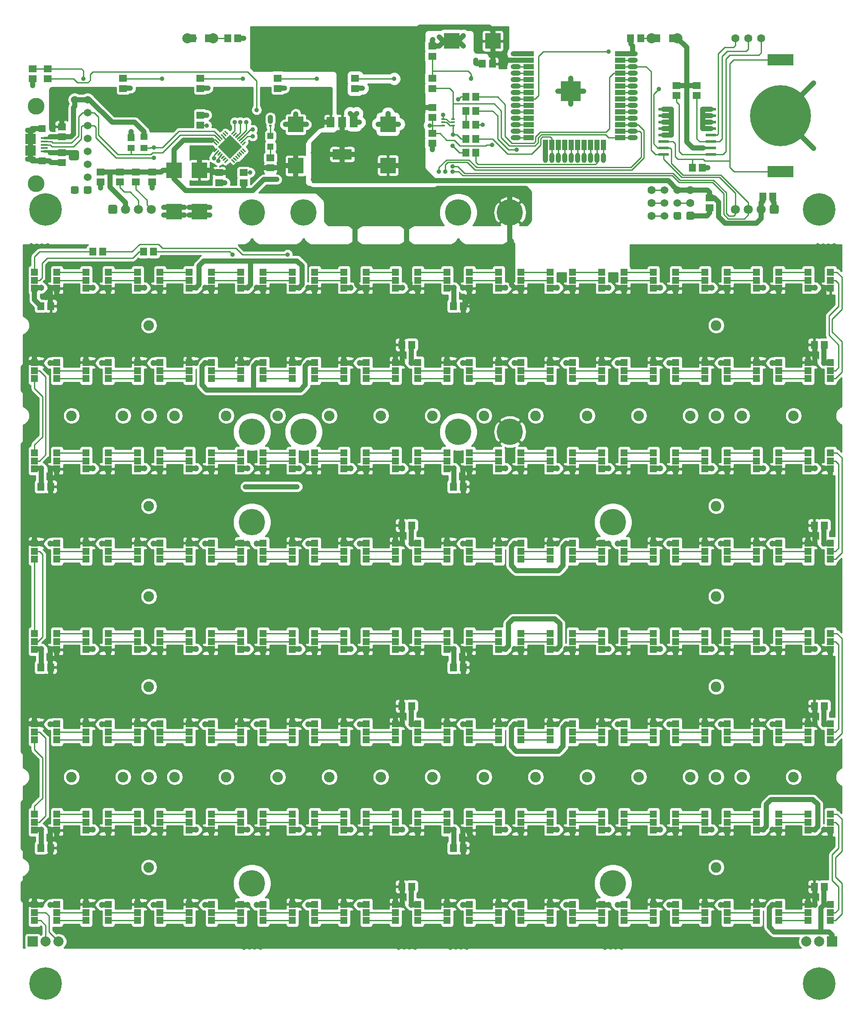
<source format=gtl>
G04 #@! TF.GenerationSoftware,KiCad,Pcbnew,5.1.4-e60b266~84~ubuntu18.04.1*
G04 #@! TF.CreationDate,2019-09-09T13:40:50+05:30*
G04 #@! TF.ProjectId,ClockIOT,436c6f63-6b49-44f5-942e-6b696361645f,rev 3*
G04 #@! TF.SameCoordinates,Original*
G04 #@! TF.FileFunction,Copper,L1,Top*
G04 #@! TF.FilePolarity,Positive*
%FSLAX46Y46*%
G04 Gerber Fmt 4.6, Leading zero omitted, Abs format (unit mm)*
G04 Created by KiCad (PCBNEW 5.1.4-e60b266~84~ubuntu18.04.1) date 2019-09-09 13:40:50*
%MOMM*%
%LPD*%
G04 APERTURE LIST*
%ADD10R,2.000000X2.000000*%
%ADD11C,2.000000*%
%ADD12C,1.524000*%
%ADD13C,0.127000*%
%ADD14C,3.302000*%
%ADD15R,3.800000X2.000000*%
%ADD16R,1.500000X2.000000*%
%ADD17O,2.200000X1.100000*%
%ADD18R,1.400000X1.400000*%
%ADD19R,1.350000X0.400000*%
%ADD20R,1.400000X1.200000*%
%ADD21R,1.550000X1.350000*%
%ADD22C,12.000000*%
%ADD23R,5.200000X2.200000*%
%ADD24R,1.350000X1.550000*%
%ADD25R,0.600000X0.400000*%
%ADD26R,1.198880X1.198880*%
%ADD27C,1.200000*%
%ADD28C,5.200000*%
%ADD29C,6.400000*%
%ADD30C,0.800000*%
%ADD31R,2.000000X1.000000*%
%ADD32R,1.000000X2.000000*%
%ADD33R,4.000000X4.000000*%
%ADD34O,2.000000X1.000000*%
%ADD35O,1.000000X2.000000*%
%ADD36C,2.082800*%
%ADD37C,1.800000*%
%ADD38C,1.600000*%
%ADD39R,1.300480X1.498600*%
%ADD40R,1.998980X0.599440*%
%ADD41R,3.048000X3.048000*%
%ADD42R,0.650000X0.400000*%
%ADD43C,1.675000*%
%ADD44C,0.300000*%
%ADD45C,0.300000*%
%ADD46C,0.900000*%
%ADD47C,1.016000*%
%ADD48C,0.254000*%
%ADD49C,0.508000*%
%ADD50C,0.250000*%
%ADD51C,0.025400*%
G04 APERTURE END LIST*
D10*
X210185000Y-231775000D03*
D11*
X207645000Y-231775000D03*
X205105000Y-231775000D03*
D10*
X52705000Y-231775000D03*
D11*
X55245000Y-231775000D03*
X57785000Y-231775000D03*
D12*
X60960000Y-66040000D03*
D13*
G36*
X61378345Y-83059835D02*
G01*
X61415329Y-83065321D01*
X61451598Y-83074406D01*
X61486802Y-83087002D01*
X61520602Y-83102988D01*
X61552672Y-83122210D01*
X61582704Y-83144483D01*
X61610408Y-83169592D01*
X61635517Y-83197296D01*
X61657790Y-83227328D01*
X61677012Y-83259398D01*
X61692998Y-83293198D01*
X61705594Y-83328402D01*
X61714679Y-83364671D01*
X61720165Y-83401655D01*
X61722000Y-83439000D01*
X61722000Y-84201000D01*
X61720165Y-84238345D01*
X61714679Y-84275329D01*
X61705594Y-84311598D01*
X61692998Y-84346802D01*
X61677012Y-84380602D01*
X61657790Y-84412672D01*
X61635517Y-84442704D01*
X61610408Y-84470408D01*
X61582704Y-84495517D01*
X61552672Y-84517790D01*
X61520602Y-84537012D01*
X61486802Y-84552998D01*
X61451598Y-84565594D01*
X61415329Y-84574679D01*
X61378345Y-84580165D01*
X61341000Y-84582000D01*
X60579000Y-84582000D01*
X60541655Y-84580165D01*
X60504671Y-84574679D01*
X60468402Y-84565594D01*
X60433198Y-84552998D01*
X60399398Y-84537012D01*
X60367328Y-84517790D01*
X60337296Y-84495517D01*
X60309592Y-84470408D01*
X60284483Y-84442704D01*
X60262210Y-84412672D01*
X60242988Y-84380602D01*
X60227002Y-84346802D01*
X60214406Y-84311598D01*
X60205321Y-84275329D01*
X60199835Y-84238345D01*
X60198000Y-84201000D01*
X60198000Y-83439000D01*
X60199835Y-83401655D01*
X60205321Y-83364671D01*
X60214406Y-83328402D01*
X60227002Y-83293198D01*
X60242988Y-83259398D01*
X60262210Y-83227328D01*
X60284483Y-83197296D01*
X60309592Y-83169592D01*
X60337296Y-83144483D01*
X60367328Y-83122210D01*
X60399398Y-83102988D01*
X60433198Y-83087002D01*
X60468402Y-83074406D01*
X60504671Y-83065321D01*
X60541655Y-83059835D01*
X60579000Y-83058000D01*
X61341000Y-83058000D01*
X61378345Y-83059835D01*
X61378345Y-83059835D01*
G37*
D12*
X60960000Y-83820000D03*
D13*
G36*
X63918345Y-83059835D02*
G01*
X63955329Y-83065321D01*
X63991598Y-83074406D01*
X64026802Y-83087002D01*
X64060602Y-83102988D01*
X64092672Y-83122210D01*
X64122704Y-83144483D01*
X64150408Y-83169592D01*
X64175517Y-83197296D01*
X64197790Y-83227328D01*
X64217012Y-83259398D01*
X64232998Y-83293198D01*
X64245594Y-83328402D01*
X64254679Y-83364671D01*
X64260165Y-83401655D01*
X64262000Y-83439000D01*
X64262000Y-84201000D01*
X64260165Y-84238345D01*
X64254679Y-84275329D01*
X64245594Y-84311598D01*
X64232998Y-84346802D01*
X64217012Y-84380602D01*
X64197790Y-84412672D01*
X64175517Y-84442704D01*
X64150408Y-84470408D01*
X64122704Y-84495517D01*
X64092672Y-84517790D01*
X64060602Y-84537012D01*
X64026802Y-84552998D01*
X63991598Y-84565594D01*
X63955329Y-84574679D01*
X63918345Y-84580165D01*
X63881000Y-84582000D01*
X63119000Y-84582000D01*
X63081655Y-84580165D01*
X63044671Y-84574679D01*
X63008402Y-84565594D01*
X62973198Y-84552998D01*
X62939398Y-84537012D01*
X62907328Y-84517790D01*
X62877296Y-84495517D01*
X62849592Y-84470408D01*
X62824483Y-84442704D01*
X62802210Y-84412672D01*
X62782988Y-84380602D01*
X62767002Y-84346802D01*
X62754406Y-84311598D01*
X62745321Y-84275329D01*
X62739835Y-84238345D01*
X62738000Y-84201000D01*
X62738000Y-83439000D01*
X62739835Y-83401655D01*
X62745321Y-83364671D01*
X62754406Y-83328402D01*
X62767002Y-83293198D01*
X62782988Y-83259398D01*
X62802210Y-83227328D01*
X62824483Y-83197296D01*
X62849592Y-83169592D01*
X62877296Y-83144483D01*
X62907328Y-83122210D01*
X62939398Y-83102988D01*
X62973198Y-83087002D01*
X63008402Y-83074406D01*
X63044671Y-83065321D01*
X63081655Y-83059835D01*
X63119000Y-83058000D01*
X63881000Y-83058000D01*
X63918345Y-83059835D01*
X63918345Y-83059835D01*
G37*
D12*
X63500000Y-83820000D03*
X63500000Y-81280000D03*
X63500000Y-78740000D03*
X63500000Y-66040000D03*
X63500000Y-68580000D03*
X63500000Y-71120000D03*
X63500000Y-73660000D03*
X63500000Y-76200000D03*
D14*
X53340000Y-82550000D03*
X53340000Y-67310000D03*
D15*
X113665000Y-76810000D03*
D16*
X113665000Y-70510000D03*
X111365000Y-70510000D03*
X115965000Y-70510000D03*
D17*
X52250000Y-77765000D03*
X52250000Y-72095000D03*
D10*
X52250000Y-73780000D03*
D18*
X54500000Y-78130000D03*
D19*
X54925000Y-74930000D03*
X54925000Y-75580000D03*
X54925000Y-76230000D03*
X54925000Y-73630000D03*
X54925000Y-74280000D03*
D18*
X54500000Y-71730000D03*
D10*
X52250000Y-76080000D03*
D20*
X74630000Y-73400000D03*
X74630000Y-75600000D03*
X72030000Y-75600000D03*
D18*
X72030000Y-73500000D03*
D21*
X66040000Y-82280000D03*
X66040000Y-80280000D03*
X89408000Y-80407000D03*
X89408000Y-82407000D03*
D22*
X200025000Y-69215000D03*
D23*
X200025000Y-80215000D03*
X200025000Y-58215000D03*
D24*
X127365000Y-185420000D03*
X125365000Y-185420000D03*
X208645000Y-149860000D03*
X206645000Y-149860000D03*
X127365000Y-149860000D03*
X125365000Y-149860000D03*
D21*
X76200000Y-80280000D03*
X76200000Y-82280000D03*
D24*
X182600000Y-79500000D03*
X184600000Y-79500000D03*
X143250000Y-59000000D03*
X141250000Y-59000000D03*
D21*
X131445000Y-55515000D03*
X131445000Y-57515000D03*
X52705000Y-59960000D03*
X52705000Y-61960000D03*
X186055000Y-85360000D03*
X186055000Y-87360000D03*
D24*
X198485000Y-85090000D03*
X196485000Y-85090000D03*
D21*
X131445000Y-72660000D03*
X131445000Y-74660000D03*
D24*
X56245000Y-177800000D03*
X54245000Y-177800000D03*
X137525000Y-142240000D03*
X135525000Y-142240000D03*
X56245000Y-106680000D03*
X54245000Y-106680000D03*
X137525000Y-106680000D03*
X135525000Y-106680000D03*
X208645000Y-114300000D03*
X206645000Y-114300000D03*
X127365000Y-114300000D03*
X125365000Y-114300000D03*
X56245000Y-142240000D03*
X54245000Y-142240000D03*
X137525000Y-177800000D03*
X135525000Y-177800000D03*
X208645000Y-185420000D03*
X206645000Y-185420000D03*
X56245000Y-213360000D03*
X54245000Y-213360000D03*
X137525000Y-213360000D03*
X135525000Y-213360000D03*
X208645000Y-220980000D03*
X206645000Y-220980000D03*
X127365000Y-220980000D03*
X125365000Y-220980000D03*
D21*
X69850000Y-80280000D03*
X69850000Y-82280000D03*
X58420000Y-76470000D03*
X58420000Y-78470000D03*
X70485000Y-61865000D03*
X70485000Y-63865000D03*
X85725000Y-61865000D03*
X85725000Y-63865000D03*
X100965000Y-61865000D03*
X100965000Y-63865000D03*
X116205000Y-61865000D03*
X116205000Y-63865000D03*
D24*
X140000000Y-68250000D03*
X138000000Y-68250000D03*
X140000000Y-71000000D03*
X138000000Y-71000000D03*
X140000000Y-73750000D03*
X138000000Y-73750000D03*
X140000000Y-76500000D03*
X138000000Y-76500000D03*
D21*
X131445000Y-61865000D03*
X131445000Y-63865000D03*
X55626000Y-59960000D03*
X55626000Y-61960000D03*
X99500000Y-77500000D03*
X99500000Y-79500000D03*
X131445000Y-67580000D03*
X131445000Y-69580000D03*
X73025000Y-80280000D03*
X73025000Y-82280000D03*
X179500000Y-63250000D03*
X179500000Y-65250000D03*
X183500000Y-63250000D03*
X183500000Y-65250000D03*
D24*
X140000000Y-65500000D03*
X138000000Y-65500000D03*
X66500000Y-96000000D03*
X64500000Y-96000000D03*
X76500000Y-96000000D03*
X74500000Y-96000000D03*
X93075000Y-53975000D03*
X91075000Y-53975000D03*
X172450000Y-53975000D03*
X170450000Y-53975000D03*
D21*
X58420000Y-71390000D03*
X58420000Y-73390000D03*
D25*
X99500000Y-71200000D03*
X99500000Y-70300000D03*
D26*
X99500000Y-73200980D03*
X99500000Y-75299020D03*
D18*
X108245000Y-224460000D03*
X103845000Y-224460000D03*
X103845000Y-226060000D03*
X108245000Y-226060000D03*
X108245000Y-227660000D03*
X103845000Y-227660000D03*
D27*
X106945000Y-224560000D03*
X105145000Y-224560000D03*
D28*
X95885000Y-220345000D03*
X167005000Y-220345000D03*
X167005000Y-149225000D03*
X95885000Y-149225000D03*
D29*
X55245000Y-87630000D03*
D30*
X57645000Y-87630000D03*
X56942056Y-89327056D03*
X55245000Y-90030000D03*
X53547944Y-89327056D03*
X52845000Y-87630000D03*
X53547944Y-85932944D03*
X55245000Y-85230000D03*
X56942056Y-85932944D03*
D29*
X207645000Y-87630000D03*
D30*
X210045000Y-87630000D03*
X209342056Y-89327056D03*
X207645000Y-90030000D03*
X205947944Y-89327056D03*
X205245000Y-87630000D03*
X205947944Y-85932944D03*
X207645000Y-85230000D03*
X209342056Y-85932944D03*
D29*
X55245000Y-240030000D03*
D30*
X57645000Y-240030000D03*
X56942056Y-241727056D03*
X55245000Y-242430000D03*
X53547944Y-241727056D03*
X52845000Y-240030000D03*
X53547944Y-238332944D03*
X55245000Y-237630000D03*
X56942056Y-238332944D03*
D29*
X207645000Y-240030000D03*
D30*
X210045000Y-240030000D03*
X209342056Y-241727056D03*
X207645000Y-242430000D03*
X205947944Y-241727056D03*
X205245000Y-240030000D03*
X205947944Y-238332944D03*
X207645000Y-237630000D03*
X209342056Y-238332944D03*
D31*
X150385000Y-56980000D03*
X150385000Y-58250000D03*
X150385000Y-59520000D03*
X150385000Y-60790000D03*
X150385000Y-62060000D03*
X150385000Y-63330000D03*
X150385000Y-64600000D03*
X150385000Y-65870000D03*
X150385000Y-67140000D03*
X150385000Y-68410000D03*
X150385000Y-69680000D03*
X150385000Y-70950000D03*
X150385000Y-72220000D03*
X150385000Y-73490000D03*
D32*
X153670000Y-74980000D03*
X154940000Y-74980000D03*
X156210000Y-74980000D03*
X157480000Y-74980000D03*
X158750000Y-74980000D03*
X160020000Y-74980000D03*
X161290000Y-74980000D03*
X162560000Y-74980000D03*
X163830000Y-74980000D03*
X165100000Y-74980000D03*
D31*
X168385000Y-73490000D03*
X168385000Y-72220000D03*
X168385000Y-70950000D03*
X168385000Y-69680000D03*
X168385000Y-68410000D03*
X168385000Y-67140000D03*
X168385000Y-65870000D03*
X168385000Y-64600000D03*
X168385000Y-63330000D03*
X168385000Y-62060000D03*
X168385000Y-60790000D03*
X168385000Y-59520000D03*
X168385000Y-58250000D03*
X168385000Y-56980000D03*
D33*
X158685000Y-64380000D03*
D34*
X147885000Y-56980000D03*
X147885000Y-58250000D03*
X147885000Y-59520000D03*
X147885000Y-60790000D03*
X147885000Y-62060000D03*
X147885000Y-63330000D03*
X147885000Y-64600000D03*
X147885000Y-65870000D03*
X147885000Y-67140000D03*
X147885000Y-68410000D03*
X147885000Y-69680000D03*
X147885000Y-70950000D03*
X147885000Y-72220000D03*
X147885000Y-73490000D03*
X170885000Y-58250000D03*
X170885000Y-67140000D03*
X170885000Y-68410000D03*
X170885000Y-60790000D03*
X170885000Y-56980000D03*
X170885000Y-69680000D03*
X170885000Y-63330000D03*
X170885000Y-73490000D03*
X170885000Y-72220000D03*
X170885000Y-65870000D03*
X170885000Y-64600000D03*
X170885000Y-62060000D03*
X170885000Y-70950000D03*
X170885000Y-59520000D03*
D35*
X153670000Y-77480000D03*
X154940000Y-77480000D03*
X156210000Y-77480000D03*
X157480000Y-77480000D03*
X158750000Y-77480000D03*
X161290000Y-77480000D03*
X162560000Y-77480000D03*
X163830000Y-77480000D03*
X165100000Y-77480000D03*
X160020000Y-77480000D03*
D36*
X187325000Y-217170000D03*
X187325000Y-199390000D03*
X187325000Y-181610000D03*
X187325000Y-163830000D03*
X187325000Y-146050000D03*
X187325000Y-128270000D03*
X187325000Y-110490000D03*
X75565000Y-217170000D03*
X75565000Y-199390000D03*
X75565000Y-181610000D03*
X75565000Y-163830000D03*
X75565000Y-146050000D03*
X75565000Y-128270000D03*
X75565000Y-110490000D03*
X202565000Y-199390000D03*
X192405000Y-199390000D03*
X182245000Y-199390000D03*
X172085000Y-199390000D03*
X161925000Y-199390000D03*
X151765000Y-199390000D03*
X141605000Y-199390000D03*
X131445000Y-199390000D03*
X121285000Y-199390000D03*
X111125000Y-199390000D03*
X100965000Y-199390000D03*
X90805000Y-199390000D03*
X80645000Y-199390000D03*
X70485000Y-199390000D03*
X60325000Y-199390000D03*
X202565000Y-128270000D03*
X192405000Y-128270000D03*
X182245000Y-128270000D03*
X172085000Y-128270000D03*
X161925000Y-128270000D03*
X151765000Y-128270000D03*
X141605000Y-128270000D03*
X131445000Y-128270000D03*
X121285000Y-128270000D03*
X111125000Y-128270000D03*
X100965000Y-128270000D03*
X90805000Y-128270000D03*
X80645000Y-128270000D03*
X70485000Y-128270000D03*
X60325000Y-128270000D03*
D37*
X76073000Y-87630000D03*
X73533000Y-87630000D03*
X70993000Y-87630000D03*
D13*
G36*
X68947108Y-86732167D02*
G01*
X68990791Y-86738647D01*
X69033628Y-86749377D01*
X69075208Y-86764254D01*
X69115129Y-86783135D01*
X69153007Y-86805839D01*
X69188477Y-86832145D01*
X69221198Y-86861802D01*
X69250855Y-86894523D01*
X69277161Y-86929993D01*
X69299865Y-86967871D01*
X69318746Y-87007792D01*
X69333623Y-87049372D01*
X69344353Y-87092209D01*
X69350833Y-87135892D01*
X69353000Y-87180000D01*
X69353000Y-88080000D01*
X69350833Y-88124108D01*
X69344353Y-88167791D01*
X69333623Y-88210628D01*
X69318746Y-88252208D01*
X69299865Y-88292129D01*
X69277161Y-88330007D01*
X69250855Y-88365477D01*
X69221198Y-88398198D01*
X69188477Y-88427855D01*
X69153007Y-88454161D01*
X69115129Y-88476865D01*
X69075208Y-88495746D01*
X69033628Y-88510623D01*
X68990791Y-88521353D01*
X68947108Y-88527833D01*
X68903000Y-88530000D01*
X68003000Y-88530000D01*
X67958892Y-88527833D01*
X67915209Y-88521353D01*
X67872372Y-88510623D01*
X67830792Y-88495746D01*
X67790871Y-88476865D01*
X67752993Y-88454161D01*
X67717523Y-88427855D01*
X67684802Y-88398198D01*
X67655145Y-88365477D01*
X67628839Y-88330007D01*
X67606135Y-88292129D01*
X67587254Y-88252208D01*
X67572377Y-88210628D01*
X67561647Y-88167791D01*
X67555167Y-88124108D01*
X67553000Y-88080000D01*
X67553000Y-87180000D01*
X67555167Y-87135892D01*
X67561647Y-87092209D01*
X67572377Y-87049372D01*
X67587254Y-87007792D01*
X67606135Y-86967871D01*
X67628839Y-86929993D01*
X67655145Y-86894523D01*
X67684802Y-86861802D01*
X67717523Y-86832145D01*
X67752993Y-86805839D01*
X67790871Y-86783135D01*
X67830792Y-86764254D01*
X67872372Y-86749377D01*
X67915209Y-86738647D01*
X67958892Y-86732167D01*
X68003000Y-86730000D01*
X68903000Y-86730000D01*
X68947108Y-86732167D01*
X68947108Y-86732167D01*
G37*
D37*
X68453000Y-87630000D03*
X191135000Y-87630000D03*
X193675000Y-87630000D03*
X196215000Y-87630000D03*
D13*
G36*
X199249108Y-86732167D02*
G01*
X199292791Y-86738647D01*
X199335628Y-86749377D01*
X199377208Y-86764254D01*
X199417129Y-86783135D01*
X199455007Y-86805839D01*
X199490477Y-86832145D01*
X199523198Y-86861802D01*
X199552855Y-86894523D01*
X199579161Y-86929993D01*
X199601865Y-86967871D01*
X199620746Y-87007792D01*
X199635623Y-87049372D01*
X199646353Y-87092209D01*
X199652833Y-87135892D01*
X199655000Y-87180000D01*
X199655000Y-88080000D01*
X199652833Y-88124108D01*
X199646353Y-88167791D01*
X199635623Y-88210628D01*
X199620746Y-88252208D01*
X199601865Y-88292129D01*
X199579161Y-88330007D01*
X199552855Y-88365477D01*
X199523198Y-88398198D01*
X199490477Y-88427855D01*
X199455007Y-88454161D01*
X199417129Y-88476865D01*
X199377208Y-88495746D01*
X199335628Y-88510623D01*
X199292791Y-88521353D01*
X199249108Y-88527833D01*
X199205000Y-88530000D01*
X198305000Y-88530000D01*
X198260892Y-88527833D01*
X198217209Y-88521353D01*
X198174372Y-88510623D01*
X198132792Y-88495746D01*
X198092871Y-88476865D01*
X198054993Y-88454161D01*
X198019523Y-88427855D01*
X197986802Y-88398198D01*
X197957145Y-88365477D01*
X197930839Y-88330007D01*
X197908135Y-88292129D01*
X197889254Y-88252208D01*
X197874377Y-88210628D01*
X197863647Y-88167791D01*
X197857167Y-88124108D01*
X197855000Y-88080000D01*
X197855000Y-87180000D01*
X197857167Y-87135892D01*
X197863647Y-87092209D01*
X197874377Y-87049372D01*
X197889254Y-87007792D01*
X197908135Y-86967871D01*
X197930839Y-86929993D01*
X197957145Y-86894523D01*
X197986802Y-86861802D01*
X198019523Y-86832145D01*
X198054993Y-86805839D01*
X198092871Y-86783135D01*
X198132792Y-86764254D01*
X198174372Y-86749377D01*
X198217209Y-86738647D01*
X198260892Y-86732167D01*
X198305000Y-86730000D01*
X199205000Y-86730000D01*
X199249108Y-86732167D01*
X199249108Y-86732167D01*
G37*
D37*
X198755000Y-87630000D03*
D12*
X177165000Y-88900000D03*
D13*
G36*
X180123345Y-88139835D02*
G01*
X180160329Y-88145321D01*
X180196598Y-88154406D01*
X180231802Y-88167002D01*
X180265602Y-88182988D01*
X180297672Y-88202210D01*
X180327704Y-88224483D01*
X180355408Y-88249592D01*
X180380517Y-88277296D01*
X180402790Y-88307328D01*
X180422012Y-88339398D01*
X180437998Y-88373198D01*
X180450594Y-88408402D01*
X180459679Y-88444671D01*
X180465165Y-88481655D01*
X180467000Y-88519000D01*
X180467000Y-89281000D01*
X180465165Y-89318345D01*
X180459679Y-89355329D01*
X180450594Y-89391598D01*
X180437998Y-89426802D01*
X180422012Y-89460602D01*
X180402790Y-89492672D01*
X180380517Y-89522704D01*
X180355408Y-89550408D01*
X180327704Y-89575517D01*
X180297672Y-89597790D01*
X180265602Y-89617012D01*
X180231802Y-89632998D01*
X180196598Y-89645594D01*
X180160329Y-89654679D01*
X180123345Y-89660165D01*
X180086000Y-89662000D01*
X179324000Y-89662000D01*
X179286655Y-89660165D01*
X179249671Y-89654679D01*
X179213402Y-89645594D01*
X179178198Y-89632998D01*
X179144398Y-89617012D01*
X179112328Y-89597790D01*
X179082296Y-89575517D01*
X179054592Y-89550408D01*
X179029483Y-89522704D01*
X179007210Y-89492672D01*
X178987988Y-89460602D01*
X178972002Y-89426802D01*
X178959406Y-89391598D01*
X178950321Y-89355329D01*
X178944835Y-89318345D01*
X178943000Y-89281000D01*
X178943000Y-88519000D01*
X178944835Y-88481655D01*
X178950321Y-88444671D01*
X178959406Y-88408402D01*
X178972002Y-88373198D01*
X178987988Y-88339398D01*
X179007210Y-88307328D01*
X179029483Y-88277296D01*
X179054592Y-88249592D01*
X179082296Y-88224483D01*
X179112328Y-88202210D01*
X179144398Y-88182988D01*
X179178198Y-88167002D01*
X179213402Y-88154406D01*
X179249671Y-88145321D01*
X179286655Y-88139835D01*
X179324000Y-88138000D01*
X180086000Y-88138000D01*
X180123345Y-88139835D01*
X180123345Y-88139835D01*
G37*
D12*
X179705000Y-88900000D03*
X177165000Y-86360000D03*
X179705000Y-86360000D03*
X177165000Y-83820000D03*
X179705000Y-83820000D03*
D28*
X136525000Y-88265000D03*
X146685000Y-88265000D03*
X106045000Y-88265000D03*
X95885000Y-88265000D03*
X95885000Y-131445000D03*
X106045000Y-131445000D03*
X146685000Y-131445000D03*
X136525000Y-131445000D03*
D38*
X191135000Y-53975000D03*
D13*
G36*
X182684207Y-88101926D02*
G01*
X182723036Y-88107686D01*
X182761114Y-88117224D01*
X182798073Y-88130448D01*
X182833559Y-88147231D01*
X182867228Y-88167412D01*
X182898757Y-88190796D01*
X182927843Y-88217157D01*
X182954204Y-88246243D01*
X182977588Y-88277772D01*
X182997769Y-88311441D01*
X183014552Y-88346927D01*
X183027776Y-88383886D01*
X183037314Y-88421964D01*
X183043074Y-88460793D01*
X183045000Y-88500000D01*
X183045000Y-89300000D01*
X183043074Y-89339207D01*
X183037314Y-89378036D01*
X183027776Y-89416114D01*
X183014552Y-89453073D01*
X182997769Y-89488559D01*
X182977588Y-89522228D01*
X182954204Y-89553757D01*
X182927843Y-89582843D01*
X182898757Y-89609204D01*
X182867228Y-89632588D01*
X182833559Y-89652769D01*
X182798073Y-89669552D01*
X182761114Y-89682776D01*
X182723036Y-89692314D01*
X182684207Y-89698074D01*
X182645000Y-89700000D01*
X181845000Y-89700000D01*
X181805793Y-89698074D01*
X181766964Y-89692314D01*
X181728886Y-89682776D01*
X181691927Y-89669552D01*
X181656441Y-89652769D01*
X181622772Y-89632588D01*
X181591243Y-89609204D01*
X181562157Y-89582843D01*
X181535796Y-89553757D01*
X181512412Y-89522228D01*
X181492231Y-89488559D01*
X181475448Y-89453073D01*
X181462224Y-89416114D01*
X181452686Y-89378036D01*
X181446926Y-89339207D01*
X181445000Y-89300000D01*
X181445000Y-88500000D01*
X181446926Y-88460793D01*
X181452686Y-88421964D01*
X181462224Y-88383886D01*
X181475448Y-88346927D01*
X181492231Y-88311441D01*
X181512412Y-88277772D01*
X181535796Y-88246243D01*
X181562157Y-88217157D01*
X181591243Y-88190796D01*
X181622772Y-88167412D01*
X181656441Y-88147231D01*
X181691927Y-88130448D01*
X181728886Y-88117224D01*
X181766964Y-88107686D01*
X181805793Y-88101926D01*
X181845000Y-88100000D01*
X182645000Y-88100000D01*
X182684207Y-88101926D01*
X182684207Y-88101926D01*
G37*
D38*
X182245000Y-88900000D03*
X174625000Y-88900000D03*
X182245000Y-86360000D03*
X174625000Y-86360000D03*
X182245000Y-83820000D03*
X174625000Y-83820000D03*
X196215000Y-53975000D03*
X193675000Y-53975000D03*
D39*
X84225000Y-53975000D03*
X87225000Y-53975000D03*
D11*
X88265000Y-53975000D03*
X83185000Y-53975000D03*
D39*
X178665000Y-53975000D03*
X175665000Y-53975000D03*
D11*
X174625000Y-53975000D03*
X179705000Y-53975000D03*
D40*
X176959260Y-76835000D03*
X176959260Y-75565000D03*
X176959260Y-74295000D03*
X176959260Y-73025000D03*
X176959260Y-71755000D03*
X176959260Y-70485000D03*
X176959260Y-69215000D03*
X176959260Y-67945000D03*
X186260740Y-67945000D03*
X186260740Y-69215000D03*
X186260740Y-70485000D03*
X186260740Y-71755000D03*
X186260740Y-73025000D03*
X186260740Y-74295000D03*
X186260740Y-75565000D03*
X186260740Y-76835000D03*
D41*
X104500000Y-70936000D03*
X104500000Y-79064000D03*
X135186000Y-54500000D03*
X143314000Y-54500000D03*
X122682000Y-70866000D03*
X122682000Y-78994000D03*
X85524000Y-88064000D03*
X85524000Y-79936000D03*
X80524000Y-88064000D03*
X80524000Y-79936000D03*
D18*
X67605000Y-224460000D03*
X63205000Y-224460000D03*
X63205000Y-226060000D03*
X67605000Y-226060000D03*
X67605000Y-227660000D03*
X63205000Y-227660000D03*
D27*
X66305000Y-224560000D03*
X64505000Y-224560000D03*
D18*
X199685000Y-117780000D03*
X195285000Y-117780000D03*
X195285000Y-119380000D03*
X199685000Y-119380000D03*
X199685000Y-120980000D03*
X195285000Y-120980000D03*
D27*
X198385000Y-117880000D03*
X196585000Y-117880000D03*
D18*
X53045000Y-103200000D03*
X57445000Y-103200000D03*
X57445000Y-101600000D03*
X53045000Y-101600000D03*
X53045000Y-100000000D03*
X57445000Y-100000000D03*
D27*
X54345000Y-103100000D03*
X56145000Y-103100000D03*
D18*
X73365000Y-103200000D03*
X77765000Y-103200000D03*
X77765000Y-101600000D03*
X73365000Y-101600000D03*
X73365000Y-100000000D03*
X77765000Y-100000000D03*
D27*
X74665000Y-103100000D03*
X76465000Y-103100000D03*
D18*
X83525000Y-103200000D03*
X87925000Y-103200000D03*
X87925000Y-101600000D03*
X83525000Y-101600000D03*
X83525000Y-100000000D03*
X87925000Y-100000000D03*
D27*
X84825000Y-103100000D03*
X86625000Y-103100000D03*
D18*
X93685000Y-103200000D03*
X98085000Y-103200000D03*
X98085000Y-101600000D03*
X93685000Y-101600000D03*
X93685000Y-100000000D03*
X98085000Y-100000000D03*
D27*
X94985000Y-103100000D03*
X96785000Y-103100000D03*
D18*
X103845000Y-103200000D03*
X108245000Y-103200000D03*
X108245000Y-101600000D03*
X103845000Y-101600000D03*
X103845000Y-100000000D03*
X108245000Y-100000000D03*
D27*
X105145000Y-103100000D03*
X106945000Y-103100000D03*
D18*
X114005000Y-103200000D03*
X118405000Y-103200000D03*
X118405000Y-101600000D03*
X114005000Y-101600000D03*
X114005000Y-100000000D03*
X118405000Y-100000000D03*
D27*
X115305000Y-103100000D03*
X117105000Y-103100000D03*
D18*
X124165000Y-103200000D03*
X128565000Y-103200000D03*
X128565000Y-101600000D03*
X124165000Y-101600000D03*
X124165000Y-100000000D03*
X128565000Y-100000000D03*
D27*
X125465000Y-103100000D03*
X127265000Y-103100000D03*
D18*
X134325000Y-103200000D03*
X138725000Y-103200000D03*
X138725000Y-101600000D03*
X134325000Y-101600000D03*
X134325000Y-100000000D03*
X138725000Y-100000000D03*
D27*
X135625000Y-103100000D03*
X137425000Y-103100000D03*
D18*
X144485000Y-103200000D03*
X148885000Y-103200000D03*
X148885000Y-101600000D03*
X144485000Y-101600000D03*
X144485000Y-100000000D03*
X148885000Y-100000000D03*
D27*
X145785000Y-103100000D03*
X147585000Y-103100000D03*
D18*
X154645000Y-103200000D03*
X159045000Y-103200000D03*
X159045000Y-101600000D03*
X154645000Y-101600000D03*
X154645000Y-100000000D03*
X159045000Y-100000000D03*
D27*
X155945000Y-103100000D03*
X157745000Y-103100000D03*
D18*
X164805000Y-103200000D03*
X169205000Y-103200000D03*
X169205000Y-101600000D03*
X164805000Y-101600000D03*
X164805000Y-100000000D03*
X169205000Y-100000000D03*
D27*
X166105000Y-103100000D03*
X167905000Y-103100000D03*
D18*
X174965000Y-103200000D03*
X179365000Y-103200000D03*
X179365000Y-101600000D03*
X174965000Y-101600000D03*
X174965000Y-100000000D03*
X179365000Y-100000000D03*
D27*
X176265000Y-103100000D03*
X178065000Y-103100000D03*
D18*
X185125000Y-103200000D03*
X189525000Y-103200000D03*
X189525000Y-101600000D03*
X185125000Y-101600000D03*
X185125000Y-100000000D03*
X189525000Y-100000000D03*
D27*
X186425000Y-103100000D03*
X188225000Y-103100000D03*
D18*
X195285000Y-103200000D03*
X199685000Y-103200000D03*
X199685000Y-101600000D03*
X195285000Y-101600000D03*
X195285000Y-100000000D03*
X199685000Y-100000000D03*
D27*
X196585000Y-103100000D03*
X198385000Y-103100000D03*
D18*
X205445000Y-103200000D03*
X209845000Y-103200000D03*
X209845000Y-101600000D03*
X205445000Y-101600000D03*
X205445000Y-100000000D03*
X209845000Y-100000000D03*
D27*
X206745000Y-103100000D03*
X208545000Y-103100000D03*
D18*
X209845000Y-117780000D03*
X205445000Y-117780000D03*
X205445000Y-119380000D03*
X209845000Y-119380000D03*
X209845000Y-120980000D03*
X205445000Y-120980000D03*
D27*
X208545000Y-117880000D03*
X206745000Y-117880000D03*
D18*
X189525000Y-117780000D03*
X185125000Y-117780000D03*
X185125000Y-119380000D03*
X189525000Y-119380000D03*
X189525000Y-120980000D03*
X185125000Y-120980000D03*
D27*
X188225000Y-117880000D03*
X186425000Y-117880000D03*
D18*
X179365000Y-117780000D03*
X174965000Y-117780000D03*
X174965000Y-119380000D03*
X179365000Y-119380000D03*
X179365000Y-120980000D03*
X174965000Y-120980000D03*
D27*
X178065000Y-117880000D03*
X176265000Y-117880000D03*
D18*
X169205000Y-117780000D03*
X164805000Y-117780000D03*
X164805000Y-119380000D03*
X169205000Y-119380000D03*
X169205000Y-120980000D03*
X164805000Y-120980000D03*
D27*
X167905000Y-117880000D03*
X166105000Y-117880000D03*
D18*
X159045000Y-117780000D03*
X154645000Y-117780000D03*
X154645000Y-119380000D03*
X159045000Y-119380000D03*
X159045000Y-120980000D03*
X154645000Y-120980000D03*
D27*
X157745000Y-117880000D03*
X155945000Y-117880000D03*
D18*
X148885000Y-117780000D03*
X144485000Y-117780000D03*
X144485000Y-119380000D03*
X148885000Y-119380000D03*
X148885000Y-120980000D03*
X144485000Y-120980000D03*
D27*
X147585000Y-117880000D03*
X145785000Y-117880000D03*
D18*
X138725000Y-117780000D03*
X134325000Y-117780000D03*
X134325000Y-119380000D03*
X138725000Y-119380000D03*
X138725000Y-120980000D03*
X134325000Y-120980000D03*
D27*
X137425000Y-117880000D03*
X135625000Y-117880000D03*
D18*
X128565000Y-117780000D03*
X124165000Y-117780000D03*
X124165000Y-119380000D03*
X128565000Y-119380000D03*
X128565000Y-120980000D03*
X124165000Y-120980000D03*
D27*
X127265000Y-117880000D03*
X125465000Y-117880000D03*
D18*
X118405000Y-117780000D03*
X114005000Y-117780000D03*
X114005000Y-119380000D03*
X118405000Y-119380000D03*
X118405000Y-120980000D03*
X114005000Y-120980000D03*
D27*
X117105000Y-117880000D03*
X115305000Y-117880000D03*
D18*
X108245000Y-117780000D03*
X103845000Y-117780000D03*
X103845000Y-119380000D03*
X108245000Y-119380000D03*
X108245000Y-120980000D03*
X103845000Y-120980000D03*
D27*
X106945000Y-117880000D03*
X105145000Y-117880000D03*
D18*
X98085000Y-117780000D03*
X93685000Y-117780000D03*
X93685000Y-119380000D03*
X98085000Y-119380000D03*
X98085000Y-120980000D03*
X93685000Y-120980000D03*
D27*
X96785000Y-117880000D03*
X94985000Y-117880000D03*
D18*
X87925000Y-117780000D03*
X83525000Y-117780000D03*
X83525000Y-119380000D03*
X87925000Y-119380000D03*
X87925000Y-120980000D03*
X83525000Y-120980000D03*
D27*
X86625000Y-117880000D03*
X84825000Y-117880000D03*
D18*
X77765000Y-117780000D03*
X73365000Y-117780000D03*
X73365000Y-119380000D03*
X77765000Y-119380000D03*
X77765000Y-120980000D03*
X73365000Y-120980000D03*
D27*
X76465000Y-117880000D03*
X74665000Y-117880000D03*
D18*
X67605000Y-117780000D03*
X63205000Y-117780000D03*
X63205000Y-119380000D03*
X67605000Y-119380000D03*
X67605000Y-120980000D03*
X63205000Y-120980000D03*
D27*
X66305000Y-117880000D03*
X64505000Y-117880000D03*
D18*
X57445000Y-117780000D03*
X53045000Y-117780000D03*
X53045000Y-119380000D03*
X57445000Y-119380000D03*
X57445000Y-120980000D03*
X53045000Y-120980000D03*
D27*
X56145000Y-117880000D03*
X54345000Y-117880000D03*
D18*
X53045000Y-138760000D03*
X57445000Y-138760000D03*
X57445000Y-137160000D03*
X53045000Y-137160000D03*
X53045000Y-135560000D03*
X57445000Y-135560000D03*
D27*
X54345000Y-138660000D03*
X56145000Y-138660000D03*
D18*
X63205000Y-138760000D03*
X67605000Y-138760000D03*
X67605000Y-137160000D03*
X63205000Y-137160000D03*
X63205000Y-135560000D03*
X67605000Y-135560000D03*
D27*
X64505000Y-138660000D03*
X66305000Y-138660000D03*
D18*
X73365000Y-138760000D03*
X77765000Y-138760000D03*
X77765000Y-137160000D03*
X73365000Y-137160000D03*
X73365000Y-135560000D03*
X77765000Y-135560000D03*
D27*
X74665000Y-138660000D03*
X76465000Y-138660000D03*
D18*
X83525000Y-138760000D03*
X87925000Y-138760000D03*
X87925000Y-137160000D03*
X83525000Y-137160000D03*
X83525000Y-135560000D03*
X87925000Y-135560000D03*
D27*
X84825000Y-138660000D03*
X86625000Y-138660000D03*
D18*
X93685000Y-138760000D03*
X98085000Y-138760000D03*
X98085000Y-137160000D03*
X93685000Y-137160000D03*
X93685000Y-135560000D03*
X98085000Y-135560000D03*
D27*
X94985000Y-138660000D03*
X96785000Y-138660000D03*
D18*
X103845000Y-138760000D03*
X108245000Y-138760000D03*
X108245000Y-137160000D03*
X103845000Y-137160000D03*
X103845000Y-135560000D03*
X108245000Y-135560000D03*
D27*
X105145000Y-138660000D03*
X106945000Y-138660000D03*
D18*
X114005000Y-138760000D03*
X118405000Y-138760000D03*
X118405000Y-137160000D03*
X114005000Y-137160000D03*
X114005000Y-135560000D03*
X118405000Y-135560000D03*
D27*
X115305000Y-138660000D03*
X117105000Y-138660000D03*
D18*
X124165000Y-138760000D03*
X128565000Y-138760000D03*
X128565000Y-137160000D03*
X124165000Y-137160000D03*
X124165000Y-135560000D03*
X128565000Y-135560000D03*
D27*
X125465000Y-138660000D03*
X127265000Y-138660000D03*
D18*
X134325000Y-138760000D03*
X138725000Y-138760000D03*
X138725000Y-137160000D03*
X134325000Y-137160000D03*
X134325000Y-135560000D03*
X138725000Y-135560000D03*
D27*
X135625000Y-138660000D03*
X137425000Y-138660000D03*
D18*
X144485000Y-138760000D03*
X148885000Y-138760000D03*
X148885000Y-137160000D03*
X144485000Y-137160000D03*
X144485000Y-135560000D03*
X148885000Y-135560000D03*
D27*
X145785000Y-138660000D03*
X147585000Y-138660000D03*
D18*
X154645000Y-138760000D03*
X159045000Y-138760000D03*
X159045000Y-137160000D03*
X154645000Y-137160000D03*
X154645000Y-135560000D03*
X159045000Y-135560000D03*
D27*
X155945000Y-138660000D03*
X157745000Y-138660000D03*
D18*
X164805000Y-138760000D03*
X169205000Y-138760000D03*
X169205000Y-137160000D03*
X164805000Y-137160000D03*
X164805000Y-135560000D03*
X169205000Y-135560000D03*
D27*
X166105000Y-138660000D03*
X167905000Y-138660000D03*
D18*
X174965000Y-138760000D03*
X179365000Y-138760000D03*
X179365000Y-137160000D03*
X174965000Y-137160000D03*
X174965000Y-135560000D03*
X179365000Y-135560000D03*
D27*
X176265000Y-138660000D03*
X178065000Y-138660000D03*
D18*
X185125000Y-138760000D03*
X189525000Y-138760000D03*
X189525000Y-137160000D03*
X185125000Y-137160000D03*
X185125000Y-135560000D03*
X189525000Y-135560000D03*
D27*
X186425000Y-138660000D03*
X188225000Y-138660000D03*
D18*
X195285000Y-138760000D03*
X199685000Y-138760000D03*
X199685000Y-137160000D03*
X195285000Y-137160000D03*
X195285000Y-135560000D03*
X199685000Y-135560000D03*
D27*
X196585000Y-138660000D03*
X198385000Y-138660000D03*
D18*
X205445000Y-138760000D03*
X209845000Y-138760000D03*
X209845000Y-137160000D03*
X205445000Y-137160000D03*
X205445000Y-135560000D03*
X209845000Y-135560000D03*
D27*
X206745000Y-138660000D03*
X208545000Y-138660000D03*
D18*
X209845000Y-153340000D03*
X205445000Y-153340000D03*
X205445000Y-154940000D03*
X209845000Y-154940000D03*
X209845000Y-156540000D03*
X205445000Y-156540000D03*
D27*
X208545000Y-153440000D03*
X206745000Y-153440000D03*
D18*
X199685000Y-153340000D03*
X195285000Y-153340000D03*
X195285000Y-154940000D03*
X199685000Y-154940000D03*
X199685000Y-156540000D03*
X195285000Y-156540000D03*
D27*
X198385000Y-153440000D03*
X196585000Y-153440000D03*
D18*
X189525000Y-153340000D03*
X185125000Y-153340000D03*
X185125000Y-154940000D03*
X189525000Y-154940000D03*
X189525000Y-156540000D03*
X185125000Y-156540000D03*
D27*
X188225000Y-153440000D03*
X186425000Y-153440000D03*
D18*
X179365000Y-153340000D03*
X174965000Y-153340000D03*
X174965000Y-154940000D03*
X179365000Y-154940000D03*
X179365000Y-156540000D03*
X174965000Y-156540000D03*
D27*
X178065000Y-153440000D03*
X176265000Y-153440000D03*
D18*
X169205000Y-153340000D03*
X164805000Y-153340000D03*
X164805000Y-154940000D03*
X169205000Y-154940000D03*
X169205000Y-156540000D03*
X164805000Y-156540000D03*
D27*
X167905000Y-153440000D03*
X166105000Y-153440000D03*
D18*
X159045000Y-153340000D03*
X154645000Y-153340000D03*
X154645000Y-154940000D03*
X159045000Y-154940000D03*
X159045000Y-156540000D03*
X154645000Y-156540000D03*
D27*
X157745000Y-153440000D03*
X155945000Y-153440000D03*
D18*
X148885000Y-153340000D03*
X144485000Y-153340000D03*
X144485000Y-154940000D03*
X148885000Y-154940000D03*
X148885000Y-156540000D03*
X144485000Y-156540000D03*
D27*
X147585000Y-153440000D03*
X145785000Y-153440000D03*
D18*
X138725000Y-153340000D03*
X134325000Y-153340000D03*
X134325000Y-154940000D03*
X138725000Y-154940000D03*
X138725000Y-156540000D03*
X134325000Y-156540000D03*
D27*
X137425000Y-153440000D03*
X135625000Y-153440000D03*
D18*
X128565000Y-153340000D03*
X124165000Y-153340000D03*
X124165000Y-154940000D03*
X128565000Y-154940000D03*
X128565000Y-156540000D03*
X124165000Y-156540000D03*
D27*
X127265000Y-153440000D03*
X125465000Y-153440000D03*
D18*
X118405000Y-153340000D03*
X114005000Y-153340000D03*
X114005000Y-154940000D03*
X118405000Y-154940000D03*
X118405000Y-156540000D03*
X114005000Y-156540000D03*
D27*
X117105000Y-153440000D03*
X115305000Y-153440000D03*
D18*
X108245000Y-153340000D03*
X103845000Y-153340000D03*
X103845000Y-154940000D03*
X108245000Y-154940000D03*
X108245000Y-156540000D03*
X103845000Y-156540000D03*
D27*
X106945000Y-153440000D03*
X105145000Y-153440000D03*
D18*
X98085000Y-153340000D03*
X93685000Y-153340000D03*
X93685000Y-154940000D03*
X98085000Y-154940000D03*
X98085000Y-156540000D03*
X93685000Y-156540000D03*
D27*
X96785000Y-153440000D03*
X94985000Y-153440000D03*
D18*
X87925000Y-153340000D03*
X83525000Y-153340000D03*
X83525000Y-154940000D03*
X87925000Y-154940000D03*
X87925000Y-156540000D03*
X83525000Y-156540000D03*
D27*
X86625000Y-153440000D03*
X84825000Y-153440000D03*
D18*
X77765000Y-153340000D03*
X73365000Y-153340000D03*
X73365000Y-154940000D03*
X77765000Y-154940000D03*
X77765000Y-156540000D03*
X73365000Y-156540000D03*
D27*
X76465000Y-153440000D03*
X74665000Y-153440000D03*
D18*
X67605000Y-153340000D03*
X63205000Y-153340000D03*
X63205000Y-154940000D03*
X67605000Y-154940000D03*
X67605000Y-156540000D03*
X63205000Y-156540000D03*
D27*
X66305000Y-153440000D03*
X64505000Y-153440000D03*
D18*
X57445000Y-153340000D03*
X53045000Y-153340000D03*
X53045000Y-154940000D03*
X57445000Y-154940000D03*
X57445000Y-156540000D03*
X53045000Y-156540000D03*
D27*
X56145000Y-153440000D03*
X54345000Y-153440000D03*
D18*
X53045000Y-174320000D03*
X57445000Y-174320000D03*
X57445000Y-172720000D03*
X53045000Y-172720000D03*
X53045000Y-171120000D03*
X57445000Y-171120000D03*
D27*
X54345000Y-174220000D03*
X56145000Y-174220000D03*
D18*
X63205000Y-174320000D03*
X67605000Y-174320000D03*
X67605000Y-172720000D03*
X63205000Y-172720000D03*
X63205000Y-171120000D03*
X67605000Y-171120000D03*
D27*
X64505000Y-174220000D03*
X66305000Y-174220000D03*
D18*
X73365000Y-174320000D03*
X77765000Y-174320000D03*
X77765000Y-172720000D03*
X73365000Y-172720000D03*
X73365000Y-171120000D03*
X77765000Y-171120000D03*
D27*
X74665000Y-174220000D03*
X76465000Y-174220000D03*
D18*
X83525000Y-174320000D03*
X87925000Y-174320000D03*
X87925000Y-172720000D03*
X83525000Y-172720000D03*
X83525000Y-171120000D03*
X87925000Y-171120000D03*
D27*
X84825000Y-174220000D03*
X86625000Y-174220000D03*
D18*
X93685000Y-174320000D03*
X98085000Y-174320000D03*
X98085000Y-172720000D03*
X93685000Y-172720000D03*
X93685000Y-171120000D03*
X98085000Y-171120000D03*
D27*
X94985000Y-174220000D03*
X96785000Y-174220000D03*
D18*
X103845000Y-174320000D03*
X108245000Y-174320000D03*
X108245000Y-172720000D03*
X103845000Y-172720000D03*
X103845000Y-171120000D03*
X108245000Y-171120000D03*
D27*
X105145000Y-174220000D03*
X106945000Y-174220000D03*
D18*
X114005000Y-174320000D03*
X118405000Y-174320000D03*
X118405000Y-172720000D03*
X114005000Y-172720000D03*
X114005000Y-171120000D03*
X118405000Y-171120000D03*
D27*
X115305000Y-174220000D03*
X117105000Y-174220000D03*
D18*
X124165000Y-174320000D03*
X128565000Y-174320000D03*
X128565000Y-172720000D03*
X124165000Y-172720000D03*
X124165000Y-171120000D03*
X128565000Y-171120000D03*
D27*
X125465000Y-174220000D03*
X127265000Y-174220000D03*
D18*
X134325000Y-174320000D03*
X138725000Y-174320000D03*
X138725000Y-172720000D03*
X134325000Y-172720000D03*
X134325000Y-171120000D03*
X138725000Y-171120000D03*
D27*
X135625000Y-174220000D03*
X137425000Y-174220000D03*
D18*
X144485000Y-174320000D03*
X148885000Y-174320000D03*
X148885000Y-172720000D03*
X144485000Y-172720000D03*
X144485000Y-171120000D03*
X148885000Y-171120000D03*
D27*
X145785000Y-174220000D03*
X147585000Y-174220000D03*
D18*
X154645000Y-174320000D03*
X159045000Y-174320000D03*
X159045000Y-172720000D03*
X154645000Y-172720000D03*
X154645000Y-171120000D03*
X159045000Y-171120000D03*
D27*
X155945000Y-174220000D03*
X157745000Y-174220000D03*
D18*
X164805000Y-174320000D03*
X169205000Y-174320000D03*
X169205000Y-172720000D03*
X164805000Y-172720000D03*
X164805000Y-171120000D03*
X169205000Y-171120000D03*
D27*
X166105000Y-174220000D03*
X167905000Y-174220000D03*
D18*
X174965000Y-174320000D03*
X179365000Y-174320000D03*
X179365000Y-172720000D03*
X174965000Y-172720000D03*
X174965000Y-171120000D03*
X179365000Y-171120000D03*
D27*
X176265000Y-174220000D03*
X178065000Y-174220000D03*
D18*
X185125000Y-174320000D03*
X189525000Y-174320000D03*
X189525000Y-172720000D03*
X185125000Y-172720000D03*
X185125000Y-171120000D03*
X189525000Y-171120000D03*
D27*
X186425000Y-174220000D03*
X188225000Y-174220000D03*
D18*
X195285000Y-174320000D03*
X199685000Y-174320000D03*
X199685000Y-172720000D03*
X195285000Y-172720000D03*
X195285000Y-171120000D03*
X199685000Y-171120000D03*
D27*
X196585000Y-174220000D03*
X198385000Y-174220000D03*
D18*
X205445000Y-174320000D03*
X209845000Y-174320000D03*
X209845000Y-172720000D03*
X205445000Y-172720000D03*
X205445000Y-171120000D03*
X209845000Y-171120000D03*
D27*
X206745000Y-174220000D03*
X208545000Y-174220000D03*
D18*
X209845000Y-188900000D03*
X205445000Y-188900000D03*
X205445000Y-190500000D03*
X209845000Y-190500000D03*
X209845000Y-192100000D03*
X205445000Y-192100000D03*
D27*
X208545000Y-189000000D03*
X206745000Y-189000000D03*
D18*
X199685000Y-188900000D03*
X195285000Y-188900000D03*
X195285000Y-190500000D03*
X199685000Y-190500000D03*
X199685000Y-192100000D03*
X195285000Y-192100000D03*
D27*
X198385000Y-189000000D03*
X196585000Y-189000000D03*
D18*
X189525000Y-188900000D03*
X185125000Y-188900000D03*
X185125000Y-190500000D03*
X189525000Y-190500000D03*
X189525000Y-192100000D03*
X185125000Y-192100000D03*
D27*
X188225000Y-189000000D03*
X186425000Y-189000000D03*
D18*
X179365000Y-188900000D03*
X174965000Y-188900000D03*
X174965000Y-190500000D03*
X179365000Y-190500000D03*
X179365000Y-192100000D03*
X174965000Y-192100000D03*
D27*
X178065000Y-189000000D03*
X176265000Y-189000000D03*
D18*
X169205000Y-188900000D03*
X164805000Y-188900000D03*
X164805000Y-190500000D03*
X169205000Y-190500000D03*
X169205000Y-192100000D03*
X164805000Y-192100000D03*
D27*
X167905000Y-189000000D03*
X166105000Y-189000000D03*
D18*
X159045000Y-188900000D03*
X154645000Y-188900000D03*
X154645000Y-190500000D03*
X159045000Y-190500000D03*
X159045000Y-192100000D03*
X154645000Y-192100000D03*
D27*
X157745000Y-189000000D03*
X155945000Y-189000000D03*
D18*
X148885000Y-188900000D03*
X144485000Y-188900000D03*
X144485000Y-190500000D03*
X148885000Y-190500000D03*
X148885000Y-192100000D03*
X144485000Y-192100000D03*
D27*
X147585000Y-189000000D03*
X145785000Y-189000000D03*
D18*
X138725000Y-188900000D03*
X134325000Y-188900000D03*
X134325000Y-190500000D03*
X138725000Y-190500000D03*
X138725000Y-192100000D03*
X134325000Y-192100000D03*
D27*
X137425000Y-189000000D03*
X135625000Y-189000000D03*
D18*
X128565000Y-188900000D03*
X124165000Y-188900000D03*
X124165000Y-190500000D03*
X128565000Y-190500000D03*
X128565000Y-192100000D03*
X124165000Y-192100000D03*
D27*
X127265000Y-189000000D03*
X125465000Y-189000000D03*
D18*
X118405000Y-188900000D03*
X114005000Y-188900000D03*
X114005000Y-190500000D03*
X118405000Y-190500000D03*
X118405000Y-192100000D03*
X114005000Y-192100000D03*
D27*
X117105000Y-189000000D03*
X115305000Y-189000000D03*
D18*
X108245000Y-188900000D03*
X103845000Y-188900000D03*
X103845000Y-190500000D03*
X108245000Y-190500000D03*
X108245000Y-192100000D03*
X103845000Y-192100000D03*
D27*
X106945000Y-189000000D03*
X105145000Y-189000000D03*
D18*
X98085000Y-188900000D03*
X93685000Y-188900000D03*
X93685000Y-190500000D03*
X98085000Y-190500000D03*
X98085000Y-192100000D03*
X93685000Y-192100000D03*
D27*
X96785000Y-189000000D03*
X94985000Y-189000000D03*
D18*
X87925000Y-188900000D03*
X83525000Y-188900000D03*
X83525000Y-190500000D03*
X87925000Y-190500000D03*
X87925000Y-192100000D03*
X83525000Y-192100000D03*
D27*
X86625000Y-189000000D03*
X84825000Y-189000000D03*
D18*
X77765000Y-188900000D03*
X73365000Y-188900000D03*
X73365000Y-190500000D03*
X77765000Y-190500000D03*
X77765000Y-192100000D03*
X73365000Y-192100000D03*
D27*
X76465000Y-189000000D03*
X74665000Y-189000000D03*
D18*
X67605000Y-188900000D03*
X63205000Y-188900000D03*
X63205000Y-190500000D03*
X67605000Y-190500000D03*
X67605000Y-192100000D03*
X63205000Y-192100000D03*
D27*
X66305000Y-189000000D03*
X64505000Y-189000000D03*
D18*
X57445000Y-188900000D03*
X53045000Y-188900000D03*
X53045000Y-190500000D03*
X57445000Y-190500000D03*
X57445000Y-192100000D03*
X53045000Y-192100000D03*
D27*
X56145000Y-189000000D03*
X54345000Y-189000000D03*
D18*
X53045000Y-209880000D03*
X57445000Y-209880000D03*
X57445000Y-208280000D03*
X53045000Y-208280000D03*
X53045000Y-206680000D03*
X57445000Y-206680000D03*
D27*
X54345000Y-209780000D03*
X56145000Y-209780000D03*
D18*
X63205000Y-209880000D03*
X67605000Y-209880000D03*
X67605000Y-208280000D03*
X63205000Y-208280000D03*
X63205000Y-206680000D03*
X67605000Y-206680000D03*
D27*
X64505000Y-209780000D03*
X66305000Y-209780000D03*
D18*
X73365000Y-209880000D03*
X77765000Y-209880000D03*
X77765000Y-208280000D03*
X73365000Y-208280000D03*
X73365000Y-206680000D03*
X77765000Y-206680000D03*
D27*
X74665000Y-209780000D03*
X76465000Y-209780000D03*
D18*
X83525000Y-209880000D03*
X87925000Y-209880000D03*
X87925000Y-208280000D03*
X83525000Y-208280000D03*
X83525000Y-206680000D03*
X87925000Y-206680000D03*
D27*
X84825000Y-209780000D03*
X86625000Y-209780000D03*
D18*
X93685000Y-209880000D03*
X98085000Y-209880000D03*
X98085000Y-208280000D03*
X93685000Y-208280000D03*
X93685000Y-206680000D03*
X98085000Y-206680000D03*
D27*
X94985000Y-209780000D03*
X96785000Y-209780000D03*
D18*
X103845000Y-209880000D03*
X108245000Y-209880000D03*
X108245000Y-208280000D03*
X103845000Y-208280000D03*
X103845000Y-206680000D03*
X108245000Y-206680000D03*
D27*
X105145000Y-209780000D03*
X106945000Y-209780000D03*
D18*
X114005000Y-209880000D03*
X118405000Y-209880000D03*
X118405000Y-208280000D03*
X114005000Y-208280000D03*
X114005000Y-206680000D03*
X118405000Y-206680000D03*
D27*
X115305000Y-209780000D03*
X117105000Y-209780000D03*
D18*
X124165000Y-209880000D03*
X128565000Y-209880000D03*
X128565000Y-208280000D03*
X124165000Y-208280000D03*
X124165000Y-206680000D03*
X128565000Y-206680000D03*
D27*
X125465000Y-209780000D03*
X127265000Y-209780000D03*
D18*
X134325000Y-209880000D03*
X138725000Y-209880000D03*
X138725000Y-208280000D03*
X134325000Y-208280000D03*
X134325000Y-206680000D03*
X138725000Y-206680000D03*
D27*
X135625000Y-209780000D03*
X137425000Y-209780000D03*
D18*
X144485000Y-209880000D03*
X148885000Y-209880000D03*
X148885000Y-208280000D03*
X144485000Y-208280000D03*
X144485000Y-206680000D03*
X148885000Y-206680000D03*
D27*
X145785000Y-209780000D03*
X147585000Y-209780000D03*
D18*
X154645000Y-209880000D03*
X159045000Y-209880000D03*
X159045000Y-208280000D03*
X154645000Y-208280000D03*
X154645000Y-206680000D03*
X159045000Y-206680000D03*
D27*
X155945000Y-209780000D03*
X157745000Y-209780000D03*
D18*
X164805000Y-209880000D03*
X169205000Y-209880000D03*
X169205000Y-208280000D03*
X164805000Y-208280000D03*
X164805000Y-206680000D03*
X169205000Y-206680000D03*
D27*
X166105000Y-209780000D03*
X167905000Y-209780000D03*
D18*
X174965000Y-209880000D03*
X179365000Y-209880000D03*
X179365000Y-208280000D03*
X174965000Y-208280000D03*
X174965000Y-206680000D03*
X179365000Y-206680000D03*
D27*
X176265000Y-209780000D03*
X178065000Y-209780000D03*
D18*
X185125000Y-209880000D03*
X189525000Y-209880000D03*
X189525000Y-208280000D03*
X185125000Y-208280000D03*
X185125000Y-206680000D03*
X189525000Y-206680000D03*
D27*
X186425000Y-209780000D03*
X188225000Y-209780000D03*
D18*
X195285000Y-209880000D03*
X199685000Y-209880000D03*
X199685000Y-208280000D03*
X195285000Y-208280000D03*
X195285000Y-206680000D03*
X199685000Y-206680000D03*
D27*
X196585000Y-209780000D03*
X198385000Y-209780000D03*
D18*
X205445000Y-209880000D03*
X209845000Y-209880000D03*
X209845000Y-208280000D03*
X205445000Y-208280000D03*
X205445000Y-206680000D03*
X209845000Y-206680000D03*
D27*
X206745000Y-209780000D03*
X208545000Y-209780000D03*
D18*
X209845000Y-224460000D03*
X205445000Y-224460000D03*
X205445000Y-226060000D03*
X209845000Y-226060000D03*
X209845000Y-227660000D03*
X205445000Y-227660000D03*
D27*
X208545000Y-224560000D03*
X206745000Y-224560000D03*
D18*
X199685000Y-224460000D03*
X195285000Y-224460000D03*
X195285000Y-226060000D03*
X199685000Y-226060000D03*
X199685000Y-227660000D03*
X195285000Y-227660000D03*
D27*
X198385000Y-224560000D03*
X196585000Y-224560000D03*
D18*
X189525000Y-224460000D03*
X185125000Y-224460000D03*
X185125000Y-226060000D03*
X189525000Y-226060000D03*
X189525000Y-227660000D03*
X185125000Y-227660000D03*
D27*
X188225000Y-224560000D03*
X186425000Y-224560000D03*
D18*
X179365000Y-224460000D03*
X174965000Y-224460000D03*
X174965000Y-226060000D03*
X179365000Y-226060000D03*
X179365000Y-227660000D03*
X174965000Y-227660000D03*
D27*
X178065000Y-224560000D03*
X176265000Y-224560000D03*
D18*
X169205000Y-224460000D03*
X164805000Y-224460000D03*
X164805000Y-226060000D03*
X169205000Y-226060000D03*
X169205000Y-227660000D03*
X164805000Y-227660000D03*
D27*
X167905000Y-224560000D03*
X166105000Y-224560000D03*
D18*
X159045000Y-224460000D03*
X154645000Y-224460000D03*
X154645000Y-226060000D03*
X159045000Y-226060000D03*
X159045000Y-227660000D03*
X154645000Y-227660000D03*
D27*
X157745000Y-224560000D03*
X155945000Y-224560000D03*
D18*
X148885000Y-224460000D03*
X144485000Y-224460000D03*
X144485000Y-226060000D03*
X148885000Y-226060000D03*
X148885000Y-227660000D03*
X144485000Y-227660000D03*
D27*
X147585000Y-224560000D03*
X145785000Y-224560000D03*
D18*
X138725000Y-224460000D03*
X134325000Y-224460000D03*
X134325000Y-226060000D03*
X138725000Y-226060000D03*
X138725000Y-227660000D03*
X134325000Y-227660000D03*
D27*
X137425000Y-224560000D03*
X135625000Y-224560000D03*
D18*
X128565000Y-224460000D03*
X124165000Y-224460000D03*
X124165000Y-226060000D03*
X128565000Y-226060000D03*
X128565000Y-227660000D03*
X124165000Y-227660000D03*
D27*
X127265000Y-224560000D03*
X125465000Y-224560000D03*
D18*
X118405000Y-224460000D03*
X114005000Y-224460000D03*
X114005000Y-226060000D03*
X118405000Y-226060000D03*
X118405000Y-227660000D03*
X114005000Y-227660000D03*
D27*
X117105000Y-224560000D03*
X115305000Y-224560000D03*
D18*
X98085000Y-224460000D03*
X93685000Y-224460000D03*
X93685000Y-226060000D03*
X98085000Y-226060000D03*
X98085000Y-227660000D03*
X93685000Y-227660000D03*
D27*
X96785000Y-224560000D03*
X94985000Y-224560000D03*
D18*
X87925000Y-224460000D03*
X83525000Y-224460000D03*
X83525000Y-226060000D03*
X87925000Y-226060000D03*
X87925000Y-227660000D03*
X83525000Y-227660000D03*
D27*
X86625000Y-224560000D03*
X84825000Y-224560000D03*
D18*
X77765000Y-224460000D03*
X73365000Y-224460000D03*
X73365000Y-226060000D03*
X77765000Y-226060000D03*
X77765000Y-227660000D03*
X73365000Y-227660000D03*
D27*
X76465000Y-224560000D03*
X74665000Y-224560000D03*
D18*
X57445000Y-224460000D03*
X53045000Y-224460000D03*
X53045000Y-226060000D03*
X57445000Y-226060000D03*
X57445000Y-227660000D03*
X53045000Y-227660000D03*
D27*
X56145000Y-224560000D03*
X54345000Y-224560000D03*
D18*
X63205000Y-103200000D03*
X67605000Y-103200000D03*
X67605000Y-101600000D03*
X63205000Y-101600000D03*
X63205000Y-100000000D03*
X67605000Y-100000000D03*
D27*
X64505000Y-103100000D03*
X66305000Y-103100000D03*
D42*
X133550000Y-71150000D03*
X133550000Y-69850000D03*
X135450000Y-70500000D03*
X133550000Y-70500000D03*
X135450000Y-69850000D03*
X135450000Y-71150000D03*
D43*
X91500000Y-74153096D03*
D13*
G36*
X90315596Y-74153096D02*
G01*
X91500000Y-72968692D01*
X92684404Y-74153096D01*
X91500000Y-75337500D01*
X90315596Y-74153096D01*
X90315596Y-74153096D01*
G37*
D43*
X90315596Y-75337500D03*
D13*
G36*
X89131192Y-75337500D02*
G01*
X90315596Y-74153096D01*
X91500000Y-75337500D01*
X90315596Y-76521904D01*
X89131192Y-75337500D01*
X89131192Y-75337500D01*
G37*
D43*
X92684404Y-75337500D03*
D13*
G36*
X91500000Y-75337500D02*
G01*
X92684404Y-74153096D01*
X93868808Y-75337500D01*
X92684404Y-76521904D01*
X91500000Y-75337500D01*
X91500000Y-75337500D01*
G37*
D43*
X91500000Y-76521904D03*
D13*
G36*
X90315596Y-76521904D02*
G01*
X91500000Y-75337500D01*
X92684404Y-76521904D01*
X91500000Y-77706308D01*
X90315596Y-76521904D01*
X90315596Y-76521904D01*
G37*
D44*
X92171751Y-72544428D03*
D45*
X91977297Y-72738882D02*
X92366205Y-72349974D01*
D44*
X92525305Y-72897982D03*
D45*
X92330851Y-73092436D02*
X92719759Y-72703528D01*
D44*
X92878858Y-73251535D03*
D45*
X92684404Y-73445989D02*
X93073312Y-73057081D01*
D44*
X93232412Y-73605088D03*
D45*
X93037958Y-73799542D02*
X93426866Y-73410634D01*
D44*
X93585965Y-73958642D03*
D45*
X93391511Y-74153096D02*
X93780419Y-73764188D01*
D44*
X93939518Y-74312195D03*
D45*
X93745064Y-74506649D02*
X94133972Y-74117741D01*
D44*
X94293072Y-74665749D03*
D45*
X94098618Y-74860203D02*
X94487526Y-74471295D01*
D44*
X94293072Y-76009251D03*
D45*
X94098618Y-75814797D02*
X94487526Y-76203705D01*
D44*
X93939518Y-76362805D03*
D45*
X93745064Y-76168351D02*
X94133972Y-76557259D01*
D44*
X93585965Y-76716358D03*
D45*
X93391511Y-76521904D02*
X93780419Y-76910812D01*
D44*
X93232412Y-77069912D03*
D45*
X93037958Y-76875458D02*
X93426866Y-77264366D01*
D44*
X92878858Y-77423465D03*
D45*
X92684404Y-77229011D02*
X93073312Y-77617919D01*
D44*
X92525305Y-77777018D03*
D45*
X92330851Y-77582564D02*
X92719759Y-77971472D01*
D44*
X92171751Y-78130572D03*
D45*
X91977297Y-77936118D02*
X92366205Y-78325026D01*
D44*
X90828249Y-78130572D03*
D45*
X90633795Y-78325026D02*
X91022703Y-77936118D01*
D44*
X90474695Y-77777018D03*
D45*
X90280241Y-77971472D02*
X90669149Y-77582564D01*
D44*
X90121142Y-77423465D03*
D45*
X89926688Y-77617919D02*
X90315596Y-77229011D01*
D44*
X89767588Y-77069912D03*
D45*
X89573134Y-77264366D02*
X89962042Y-76875458D01*
D44*
X89414035Y-76716358D03*
D45*
X89219581Y-76910812D02*
X89608489Y-76521904D01*
D44*
X89060482Y-76362805D03*
D45*
X88866028Y-76557259D02*
X89254936Y-76168351D01*
D44*
X88706928Y-76009251D03*
D45*
X88512474Y-76203705D02*
X88901382Y-75814797D01*
D44*
X88706928Y-74665749D03*
D45*
X88512474Y-74471295D02*
X88901382Y-74860203D01*
D44*
X89060482Y-74312195D03*
D45*
X88866028Y-74117741D02*
X89254936Y-74506649D01*
D44*
X89414035Y-73958642D03*
D45*
X89219581Y-73764188D02*
X89608489Y-74153096D01*
D44*
X89767588Y-73605088D03*
D45*
X89573134Y-73410634D02*
X89962042Y-73799542D01*
D44*
X90121142Y-73251535D03*
D45*
X89926688Y-73057081D02*
X90315596Y-73445989D01*
D44*
X90474695Y-72897982D03*
D45*
X90280241Y-72703528D02*
X90669149Y-73092436D01*
D44*
X90828249Y-72544428D03*
D45*
X90633795Y-72349974D02*
X91022703Y-72738882D01*
D30*
X91500000Y-74439474D03*
X92398026Y-75337500D03*
X91500000Y-76235526D03*
X90601974Y-75337500D03*
X91500000Y-75337500D03*
D21*
X94234000Y-80407000D03*
X94234000Y-82407000D03*
X85725000Y-69104000D03*
X85725000Y-71104000D03*
D46*
X117000000Y-70510000D03*
X120750000Y-70866000D03*
X116500000Y-68750000D03*
X115250000Y-68750000D03*
X131500000Y-54250000D03*
X206500000Y-75690000D03*
X158690000Y-61820000D03*
X156140000Y-64380000D03*
X158680000Y-66930000D03*
X161230000Y-64380000D03*
X131450000Y-75880000D03*
X124750000Y-70870000D03*
X99500000Y-69550000D03*
X102420000Y-70940000D03*
X104500000Y-68860000D03*
X106570000Y-70940000D03*
X140000000Y-58250000D03*
X102260002Y-63810000D03*
X206499998Y-62750000D03*
X132750000Y-53749994D03*
X132750000Y-55500000D03*
X122680000Y-68790000D03*
X87524000Y-87250000D03*
X83524000Y-87250000D03*
X82524000Y-87250000D03*
X78524000Y-87250000D03*
X87524000Y-88750000D03*
X83524000Y-88750000D03*
X82524000Y-88750000D03*
X78524000Y-88750000D03*
X178510000Y-67950000D03*
X178510002Y-69210000D03*
X178500000Y-70480000D03*
X178510002Y-73010000D03*
X178500000Y-71730000D03*
X184690000Y-67950002D03*
X184700000Y-69210000D03*
X184700000Y-70490000D03*
X184700000Y-71749998D03*
X90551000Y-82423000D03*
X76200000Y-83439000D03*
X66040000Y-83439000D03*
X52705000Y-63246000D03*
X60325000Y-76454000D03*
X60325000Y-77470000D03*
X61341000Y-77470000D03*
X61341000Y-76454000D03*
X87218400Y-63810000D03*
X71932800Y-63804800D03*
X72034400Y-72364600D03*
X86969600Y-69088000D03*
X185700000Y-79500000D03*
X137500000Y-55500000D03*
X137500000Y-53500000D03*
X117600000Y-63800000D03*
X94234000Y-53975000D03*
X94615000Y-142240000D03*
X104775000Y-142240000D03*
X86360000Y-97790000D03*
X90170000Y-97790000D03*
X93345000Y-97790000D03*
X97790000Y-97790000D03*
X100965000Y-97790000D03*
X104775000Y-97790000D03*
X86995000Y-123190000D03*
X90805000Y-123190000D03*
X96520000Y-123190000D03*
X99060000Y-123190000D03*
X101600000Y-123190000D03*
X96520000Y-142240000D03*
X102870000Y-142240000D03*
X98425000Y-142240000D03*
X147955000Y-158750000D03*
X156210000Y-158750000D03*
X149860000Y-158750000D03*
X154305000Y-158750000D03*
X155575000Y-168275000D03*
X153670000Y-168275000D03*
X147955000Y-168275000D03*
X149860000Y-168275000D03*
X147955000Y-194310000D03*
X149860000Y-194310000D03*
X151765000Y-194310000D03*
X198120000Y-203835000D03*
X206375000Y-203835000D03*
X204470000Y-203835000D03*
X199390000Y-203835000D03*
X198755000Y-229870000D03*
X200660000Y-229870000D03*
X202565000Y-229870000D03*
X102870000Y-96520000D03*
X132700000Y-80200000D03*
X92075000Y-96520000D03*
X134000000Y-80200000D03*
X166130000Y-56640000D03*
X182710000Y-75570000D03*
X128500000Y-56250000D03*
X109500000Y-81750000D03*
X108000000Y-81750000D03*
X109500000Y-76500000D03*
X108000000Y-76500000D03*
X98250000Y-81750000D03*
X99500000Y-81750000D03*
X100750000Y-81750000D03*
X143180000Y-74930000D03*
X96774000Y-68072000D03*
X130900000Y-71150000D03*
X62650000Y-61940000D03*
X76580000Y-75500000D03*
X76579998Y-77500000D03*
X135426829Y-79198747D03*
X176000000Y-64000000D03*
X135400000Y-80200000D03*
X92510000Y-70460000D03*
X133550000Y-69080000D03*
X95990000Y-71950000D03*
X135450000Y-72950000D03*
X123910000Y-61940000D03*
X108660000Y-61940000D03*
X135360000Y-75150000D03*
X96000000Y-73250000D03*
X94780000Y-70460000D03*
X136500000Y-66000000D03*
X148000000Y-75920000D03*
X94060000Y-61940000D03*
X78180000Y-61940000D03*
X139040000Y-61940000D03*
X93590000Y-70450000D03*
X141300000Y-71000000D03*
X89281000Y-78105000D03*
X86969600Y-71120000D03*
X88392000Y-77597000D03*
X95504000Y-80391000D03*
D47*
X147585000Y-117880000D02*
X148785000Y-117880000D01*
X148785000Y-117880000D02*
X148885000Y-117780000D01*
X56145000Y-224560000D02*
X57345000Y-224560000D01*
X57345000Y-224560000D02*
X57445000Y-224460000D01*
X66305000Y-224560000D02*
X67505000Y-224560000D01*
X67505000Y-224560000D02*
X67605000Y-224460000D01*
X76465000Y-224560000D02*
X77665000Y-224560000D01*
X77665000Y-224560000D02*
X77765000Y-224460000D01*
X86625000Y-224560000D02*
X87825000Y-224560000D01*
X87825000Y-224560000D02*
X87925000Y-224460000D01*
X96785000Y-224560000D02*
X97985000Y-224560000D01*
X97985000Y-224560000D02*
X98085000Y-224460000D01*
X106945000Y-224560000D02*
X108145000Y-224560000D01*
X108145000Y-224560000D02*
X108245000Y-224460000D01*
X117105000Y-224560000D02*
X118305000Y-224560000D01*
X118305000Y-224560000D02*
X118405000Y-224460000D01*
X127265000Y-224560000D02*
X128465000Y-224560000D01*
X128465000Y-224560000D02*
X128565000Y-224460000D01*
X137425000Y-224560000D02*
X138625000Y-224560000D01*
X138625000Y-224560000D02*
X138725000Y-224460000D01*
X147585000Y-224560000D02*
X148785000Y-224560000D01*
X148785000Y-224560000D02*
X148885000Y-224460000D01*
X157745000Y-224560000D02*
X158945000Y-224560000D01*
X158945000Y-224560000D02*
X159045000Y-224460000D01*
X167905000Y-224560000D02*
X169105000Y-224560000D01*
X169105000Y-224560000D02*
X169205000Y-224460000D01*
X178065000Y-224560000D02*
X179265000Y-224560000D01*
X179265000Y-224560000D02*
X179365000Y-224460000D01*
X188225000Y-224560000D02*
X189425000Y-224560000D01*
X189425000Y-224560000D02*
X189525000Y-224460000D01*
X198385000Y-224560000D02*
X199585000Y-224560000D01*
X199585000Y-224560000D02*
X199685000Y-224460000D01*
X208545000Y-224560000D02*
X209745000Y-224560000D01*
X209745000Y-224560000D02*
X209845000Y-224460000D01*
X206745000Y-209780000D02*
X205545000Y-209780000D01*
X205545000Y-209780000D02*
X205445000Y-209880000D01*
X196585000Y-209780000D02*
X195385000Y-209780000D01*
X195385000Y-209780000D02*
X195285000Y-209880000D01*
X186425000Y-209780000D02*
X185225000Y-209780000D01*
X185225000Y-209780000D02*
X185125000Y-209880000D01*
X176265000Y-209780000D02*
X175065000Y-209780000D01*
X175065000Y-209780000D02*
X174965000Y-209880000D01*
X166105000Y-209780000D02*
X164905000Y-209780000D01*
X164905000Y-209780000D02*
X164805000Y-209880000D01*
X155945000Y-209780000D02*
X154745000Y-209780000D01*
X154745000Y-209780000D02*
X154645000Y-209880000D01*
X145785000Y-209780000D02*
X144585000Y-209780000D01*
X144585000Y-209780000D02*
X144485000Y-209880000D01*
X135625000Y-209780000D02*
X134425000Y-209780000D01*
X134425000Y-209780000D02*
X134325000Y-209880000D01*
X125465000Y-209780000D02*
X124265000Y-209780000D01*
X124265000Y-209780000D02*
X124165000Y-209880000D01*
X115305000Y-209780000D02*
X114105000Y-209780000D01*
X114105000Y-209780000D02*
X114005000Y-209880000D01*
X105145000Y-209780000D02*
X103945000Y-209780000D01*
X103945000Y-209780000D02*
X103845000Y-209880000D01*
X94985000Y-209780000D02*
X93785000Y-209780000D01*
X93785000Y-209780000D02*
X93685000Y-209880000D01*
X84825000Y-209780000D02*
X83625000Y-209780000D01*
X83625000Y-209780000D02*
X83525000Y-209880000D01*
X74665000Y-209780000D02*
X73465000Y-209780000D01*
X73465000Y-209780000D02*
X73365000Y-209880000D01*
X64505000Y-209780000D02*
X63305000Y-209780000D01*
X63305000Y-209780000D02*
X63205000Y-209880000D01*
X54345000Y-209780000D02*
X53145000Y-209780000D01*
X53145000Y-209780000D02*
X53045000Y-209880000D01*
X56145000Y-189000000D02*
X57345000Y-189000000D01*
X57345000Y-189000000D02*
X57445000Y-188900000D01*
X66305000Y-189000000D02*
X67505000Y-189000000D01*
X67505000Y-189000000D02*
X67605000Y-188900000D01*
X76465000Y-189000000D02*
X77665000Y-189000000D01*
X77665000Y-189000000D02*
X77765000Y-188900000D01*
X86625000Y-189000000D02*
X87825000Y-189000000D01*
X87825000Y-189000000D02*
X87925000Y-188900000D01*
X96785000Y-189000000D02*
X97985000Y-189000000D01*
X97985000Y-189000000D02*
X98085000Y-188900000D01*
X106945000Y-189000000D02*
X108145000Y-189000000D01*
X108145000Y-189000000D02*
X108245000Y-188900000D01*
X117105000Y-189000000D02*
X118305000Y-189000000D01*
X118305000Y-189000000D02*
X118405000Y-188900000D01*
X127265000Y-189000000D02*
X128465000Y-189000000D01*
X128465000Y-189000000D02*
X128565000Y-188900000D01*
X137425000Y-189000000D02*
X138625000Y-189000000D01*
X138625000Y-189000000D02*
X138725000Y-188900000D01*
X147585000Y-189000000D02*
X148785000Y-189000000D01*
X148785000Y-189000000D02*
X148885000Y-188900000D01*
X157745000Y-189000000D02*
X158945000Y-189000000D01*
X158945000Y-189000000D02*
X159045000Y-188900000D01*
X167905000Y-189000000D02*
X169105000Y-189000000D01*
X169105000Y-189000000D02*
X169205000Y-188900000D01*
X178065000Y-189000000D02*
X179265000Y-189000000D01*
X179265000Y-189000000D02*
X179365000Y-188900000D01*
X188225000Y-189000000D02*
X189425000Y-189000000D01*
X189425000Y-189000000D02*
X189525000Y-188900000D01*
X198385000Y-189000000D02*
X199585000Y-189000000D01*
X199585000Y-189000000D02*
X199685000Y-188900000D01*
X208545000Y-189000000D02*
X209745000Y-189000000D01*
X209745000Y-189000000D02*
X209845000Y-188900000D01*
X206745000Y-174220000D02*
X205545000Y-174220000D01*
X205545000Y-174220000D02*
X205445000Y-174320000D01*
X196585000Y-174220000D02*
X195385000Y-174220000D01*
X195385000Y-174220000D02*
X195285000Y-174320000D01*
X186425000Y-174220000D02*
X185225000Y-174220000D01*
X185225000Y-174220000D02*
X185125000Y-174320000D01*
X176265000Y-174220000D02*
X175065000Y-174220000D01*
X175065000Y-174220000D02*
X174965000Y-174320000D01*
X166105000Y-174220000D02*
X164905000Y-174220000D01*
X164905000Y-174220000D02*
X164805000Y-174320000D01*
X155945000Y-174220000D02*
X154745000Y-174220000D01*
X154745000Y-174220000D02*
X154645000Y-174320000D01*
X145785000Y-174220000D02*
X144585000Y-174220000D01*
X144585000Y-174220000D02*
X144485000Y-174320000D01*
X135625000Y-174220000D02*
X134425000Y-174220000D01*
X134425000Y-174220000D02*
X134325000Y-174320000D01*
X125465000Y-174220000D02*
X124265000Y-174220000D01*
X124265000Y-174220000D02*
X124165000Y-174320000D01*
X115305000Y-174220000D02*
X114105000Y-174220000D01*
X114105000Y-174220000D02*
X114005000Y-174320000D01*
X105145000Y-174220000D02*
X103945000Y-174220000D01*
X103945000Y-174220000D02*
X103845000Y-174320000D01*
X94985000Y-174220000D02*
X93785000Y-174220000D01*
X93785000Y-174220000D02*
X93685000Y-174320000D01*
X84825000Y-174220000D02*
X83625000Y-174220000D01*
X83625000Y-174220000D02*
X83525000Y-174320000D01*
X74665000Y-174220000D02*
X73465000Y-174220000D01*
X73465000Y-174220000D02*
X73365000Y-174320000D01*
X64505000Y-174220000D02*
X63305000Y-174220000D01*
X63305000Y-174220000D02*
X63205000Y-174320000D01*
X54345000Y-174220000D02*
X53145000Y-174220000D01*
X53145000Y-174220000D02*
X53045000Y-174320000D01*
X56145000Y-153440000D02*
X57345000Y-153440000D01*
X57345000Y-153440000D02*
X57445000Y-153340000D01*
X66305000Y-153440000D02*
X67505000Y-153440000D01*
X67505000Y-153440000D02*
X67605000Y-153340000D01*
X76465000Y-153440000D02*
X77665000Y-153440000D01*
X77665000Y-153440000D02*
X77765000Y-153340000D01*
X86625000Y-153440000D02*
X87825000Y-153440000D01*
X87825000Y-153440000D02*
X87925000Y-153340000D01*
X96785000Y-153440000D02*
X97985000Y-153440000D01*
X97985000Y-153440000D02*
X98085000Y-153340000D01*
X106945000Y-153440000D02*
X108145000Y-153440000D01*
X108145000Y-153440000D02*
X108245000Y-153340000D01*
X117105000Y-153440000D02*
X118305000Y-153440000D01*
X118305000Y-153440000D02*
X118405000Y-153340000D01*
X127265000Y-153440000D02*
X128465000Y-153440000D01*
X128465000Y-153440000D02*
X128565000Y-153340000D01*
X137425000Y-153440000D02*
X138625000Y-153440000D01*
X138625000Y-153440000D02*
X138725000Y-153340000D01*
X147585000Y-153440000D02*
X148785000Y-153440000D01*
X148785000Y-153440000D02*
X148885000Y-153340000D01*
X157745000Y-153440000D02*
X158945000Y-153440000D01*
X158945000Y-153440000D02*
X159045000Y-153340000D01*
X167905000Y-153440000D02*
X169105000Y-153440000D01*
X169105000Y-153440000D02*
X169205000Y-153340000D01*
X178065000Y-153440000D02*
X179265000Y-153440000D01*
X179265000Y-153440000D02*
X179365000Y-153340000D01*
X188225000Y-153440000D02*
X189425000Y-153440000D01*
X189425000Y-153440000D02*
X189525000Y-153340000D01*
X198385000Y-153440000D02*
X199585000Y-153440000D01*
X199585000Y-153440000D02*
X199685000Y-153340000D01*
X208545000Y-153440000D02*
X209745000Y-153440000D01*
X209745000Y-153440000D02*
X209845000Y-153340000D01*
X206745000Y-138660000D02*
X205545000Y-138660000D01*
X205545000Y-138660000D02*
X205445000Y-138760000D01*
X196585000Y-138660000D02*
X195385000Y-138660000D01*
X195385000Y-138660000D02*
X195285000Y-138760000D01*
X186425000Y-138660000D02*
X185225000Y-138660000D01*
X185225000Y-138660000D02*
X185125000Y-138760000D01*
X176265000Y-138660000D02*
X175065000Y-138660000D01*
X175065000Y-138660000D02*
X174965000Y-138760000D01*
X166105000Y-138660000D02*
X164905000Y-138660000D01*
X164905000Y-138660000D02*
X164805000Y-138760000D01*
X155945000Y-138660000D02*
X154745000Y-138660000D01*
X154745000Y-138660000D02*
X154645000Y-138760000D01*
X145785000Y-138660000D02*
X144585000Y-138660000D01*
X144585000Y-138660000D02*
X144485000Y-138760000D01*
X135625000Y-138660000D02*
X134425000Y-138660000D01*
X134425000Y-138660000D02*
X134325000Y-138760000D01*
X125465000Y-138660000D02*
X124265000Y-138660000D01*
X124265000Y-138660000D02*
X124165000Y-138760000D01*
X115305000Y-138660000D02*
X114105000Y-138660000D01*
X114105000Y-138660000D02*
X114005000Y-138760000D01*
X105145000Y-138660000D02*
X103945000Y-138660000D01*
X103945000Y-138660000D02*
X103845000Y-138760000D01*
X94985000Y-138660000D02*
X93785000Y-138660000D01*
X93785000Y-138660000D02*
X93685000Y-138760000D01*
X84825000Y-138660000D02*
X83625000Y-138660000D01*
X83625000Y-138660000D02*
X83525000Y-138760000D01*
X74665000Y-138660000D02*
X73465000Y-138660000D01*
X73465000Y-138660000D02*
X73365000Y-138760000D01*
X64505000Y-138660000D02*
X63305000Y-138660000D01*
X63305000Y-138660000D02*
X63205000Y-138760000D01*
X54345000Y-138660000D02*
X53145000Y-138660000D01*
X53145000Y-138660000D02*
X53045000Y-138760000D01*
X56145000Y-117880000D02*
X57345000Y-117880000D01*
X57345000Y-117880000D02*
X57445000Y-117780000D01*
X66305000Y-117880000D02*
X67505000Y-117880000D01*
X67505000Y-117880000D02*
X67605000Y-117780000D01*
X76465000Y-117880000D02*
X77665000Y-117880000D01*
X77665000Y-117880000D02*
X77765000Y-117780000D01*
X86625000Y-117880000D02*
X87825000Y-117880000D01*
X87825000Y-117880000D02*
X87925000Y-117780000D01*
X96785000Y-117880000D02*
X97985000Y-117880000D01*
X97985000Y-117880000D02*
X98085000Y-117780000D01*
X106945000Y-117880000D02*
X108145000Y-117880000D01*
X108145000Y-117880000D02*
X108245000Y-117780000D01*
X117105000Y-117880000D02*
X118305000Y-117880000D01*
X118305000Y-117880000D02*
X118405000Y-117780000D01*
X127265000Y-117880000D02*
X128465000Y-117880000D01*
X128465000Y-117880000D02*
X128565000Y-117780000D01*
X137425000Y-117880000D02*
X138625000Y-117880000D01*
X138625000Y-117880000D02*
X138725000Y-117780000D01*
X157745000Y-117880000D02*
X158945000Y-117880000D01*
X158945000Y-117880000D02*
X159045000Y-117780000D01*
X178065000Y-117880000D02*
X179265000Y-117880000D01*
X179265000Y-117880000D02*
X179365000Y-117780000D01*
X188225000Y-117880000D02*
X189425000Y-117880000D01*
X189425000Y-117880000D02*
X189525000Y-117780000D01*
X198385000Y-117880000D02*
X199585000Y-117880000D01*
X199585000Y-117880000D02*
X199685000Y-117780000D01*
X208545000Y-117880000D02*
X209745000Y-117880000D01*
X209745000Y-117880000D02*
X209845000Y-117780000D01*
X206745000Y-103100000D02*
X205545000Y-103100000D01*
X205545000Y-103100000D02*
X205445000Y-103200000D01*
X196585000Y-103100000D02*
X195385000Y-103100000D01*
X195385000Y-103100000D02*
X195285000Y-103200000D01*
X186425000Y-103100000D02*
X185225000Y-103100000D01*
X185225000Y-103100000D02*
X185125000Y-103200000D01*
X176265000Y-103100000D02*
X175065000Y-103100000D01*
X175065000Y-103100000D02*
X174965000Y-103200000D01*
X166105000Y-103100000D02*
X164905000Y-103100000D01*
X164905000Y-103100000D02*
X164805000Y-103200000D01*
X155945000Y-103100000D02*
X154745000Y-103100000D01*
X154745000Y-103100000D02*
X154645000Y-103200000D01*
X145785000Y-103100000D02*
X144585000Y-103100000D01*
X144585000Y-103100000D02*
X144485000Y-103200000D01*
X135625000Y-103100000D02*
X134425000Y-103100000D01*
X134425000Y-103100000D02*
X134325000Y-103200000D01*
X125465000Y-103100000D02*
X124265000Y-103100000D01*
X124265000Y-103100000D02*
X124165000Y-103200000D01*
X115305000Y-103100000D02*
X114105000Y-103100000D01*
X114105000Y-103100000D02*
X114005000Y-103200000D01*
X105145000Y-103100000D02*
X103945000Y-103100000D01*
X103945000Y-103100000D02*
X103845000Y-103200000D01*
X94985000Y-103100000D02*
X93785000Y-103100000D01*
X93785000Y-103100000D02*
X93685000Y-103200000D01*
X84825000Y-103100000D02*
X83625000Y-103100000D01*
X83625000Y-103100000D02*
X83525000Y-103200000D01*
X74665000Y-103100000D02*
X73465000Y-103100000D01*
X73465000Y-103100000D02*
X73365000Y-103200000D01*
X64505000Y-103100000D02*
X63305000Y-103100000D01*
X63305000Y-103100000D02*
X63205000Y-103200000D01*
X54345000Y-103100000D02*
X53145000Y-103100000D01*
X53145000Y-103100000D02*
X53045000Y-103200000D01*
X167905000Y-117880000D02*
X169105000Y-117880000D01*
X169105000Y-117880000D02*
X169205000Y-117780000D01*
X150385000Y-56980000D02*
X147885000Y-56980000D01*
X153670000Y-77480000D02*
X153670000Y-74980000D01*
X168385000Y-56980000D02*
X170885000Y-56980000D01*
X170885000Y-55464000D02*
X170497500Y-55076500D01*
X170885000Y-56980000D02*
X170885000Y-55464000D01*
X170497500Y-55076500D02*
X170497500Y-53975000D01*
X182245000Y-88900000D02*
X185520000Y-88900000D01*
X186055000Y-88365000D02*
X186055000Y-87360000D01*
X185520000Y-88900000D02*
X186055000Y-88365000D01*
X198485000Y-85090000D02*
X198485000Y-86015000D01*
X198755000Y-86285000D02*
X198755000Y-87630000D01*
X198485000Y-86015000D02*
X198755000Y-86285000D01*
X115965000Y-70510000D02*
X117000000Y-70510000D01*
X120750000Y-70866000D02*
X122682000Y-70866000D01*
X115965000Y-69285000D02*
X116500000Y-68750000D01*
X115965000Y-70510000D02*
X115965000Y-69285000D01*
X115965000Y-69465000D02*
X115250000Y-68750000D01*
X115965000Y-70510000D02*
X115965000Y-69465000D01*
X131445000Y-54305000D02*
X131500000Y-54250000D01*
X131445000Y-55515000D02*
X131445000Y-54305000D01*
X206500000Y-75690000D02*
X200025000Y-69215000D01*
X158685000Y-61825000D02*
X158690000Y-61820000D01*
X158685000Y-64380000D02*
X158685000Y-61825000D01*
X158685000Y-64380000D02*
X156140000Y-64380000D01*
X158685000Y-66925000D02*
X158680000Y-66930000D01*
X158685000Y-64380000D02*
X158685000Y-66925000D01*
X158685000Y-64380000D02*
X161230000Y-64380000D01*
X131445000Y-75875000D02*
X131450000Y-75880000D01*
X131445000Y-74660000D02*
X131445000Y-75875000D01*
X124746000Y-70866000D02*
X124750000Y-70870000D01*
X122682000Y-70866000D02*
X124746000Y-70866000D01*
D48*
X92135000Y-74702500D02*
X92135000Y-73985000D01*
X92135000Y-73985000D02*
X92000000Y-73850000D01*
D47*
X99500000Y-70300000D02*
X99500000Y-69550000D01*
X102424000Y-70936000D02*
X102420000Y-70940000D01*
X104500000Y-70936000D02*
X102424000Y-70936000D01*
X104500000Y-70936000D02*
X104500000Y-68860000D01*
X106566000Y-70936000D02*
X106570000Y-70940000D01*
X104500000Y-70936000D02*
X106566000Y-70936000D01*
X100965000Y-63817500D02*
X100972500Y-63810000D01*
X100972500Y-63810000D02*
X101623606Y-63810000D01*
X101623606Y-63810000D02*
X102260002Y-63810000D01*
X53045000Y-105480000D02*
X54245000Y-106680000D01*
X53045000Y-103200000D02*
X53045000Y-105480000D01*
X135625000Y-106580000D02*
X135525000Y-106680000D01*
X135625000Y-103100000D02*
X135625000Y-106580000D01*
X127265000Y-114400000D02*
X127365000Y-114300000D01*
X127265000Y-117880000D02*
X127265000Y-114400000D01*
X208545000Y-114400000D02*
X208645000Y-114300000D01*
X208545000Y-117880000D02*
X208545000Y-114400000D01*
X54345000Y-142140000D02*
X54245000Y-142240000D01*
X54345000Y-138660000D02*
X54345000Y-142140000D01*
X127265000Y-149960000D02*
X127365000Y-149860000D01*
X127265000Y-153440000D02*
X127265000Y-149960000D01*
X135625000Y-142140000D02*
X135525000Y-142240000D01*
X135625000Y-138660000D02*
X135625000Y-142140000D01*
X208545000Y-149960000D02*
X208645000Y-149860000D01*
X208545000Y-153440000D02*
X208545000Y-149960000D01*
X54345000Y-177700000D02*
X54245000Y-177800000D01*
X54345000Y-174220000D02*
X54345000Y-177700000D01*
X135625000Y-177700000D02*
X135525000Y-177800000D01*
X135625000Y-174220000D02*
X135625000Y-177700000D01*
X127265000Y-185520000D02*
X127365000Y-185420000D01*
X127265000Y-189000000D02*
X127265000Y-185520000D01*
X208545000Y-185520000D02*
X208645000Y-185420000D01*
X208545000Y-189000000D02*
X208545000Y-185520000D01*
X54345000Y-213260000D02*
X54245000Y-213360000D01*
X54345000Y-209780000D02*
X54345000Y-213260000D01*
X127265000Y-221080000D02*
X127365000Y-220980000D01*
X127265000Y-224560000D02*
X127265000Y-221080000D01*
X135625000Y-213260000D02*
X135525000Y-213360000D01*
X135625000Y-209780000D02*
X135625000Y-213260000D01*
X208545000Y-221080000D02*
X208645000Y-220980000D01*
X208545000Y-224560000D02*
X208545000Y-221080000D01*
X86625000Y-224560000D02*
X86625000Y-224595000D01*
X200034998Y-69215000D02*
X206499998Y-62750000D01*
X200025000Y-69215000D02*
X200034998Y-69215000D01*
X135186000Y-54500000D02*
X133500006Y-54500000D01*
X133500006Y-54500000D02*
X132750000Y-53749994D01*
X133750000Y-54500000D02*
X132750000Y-55500000D01*
X135186000Y-54500000D02*
X133750000Y-54500000D01*
X132735000Y-55515000D02*
X132750000Y-55500000D01*
X131445000Y-55515000D02*
X132735000Y-55515000D01*
X122682000Y-68792000D02*
X122680000Y-68790000D01*
X122682000Y-70866000D02*
X122682000Y-68792000D01*
D48*
X91309081Y-74439474D02*
X91500000Y-74439474D01*
X90121142Y-73251535D02*
X91309081Y-74439474D01*
D47*
X140000000Y-58886396D02*
X140000000Y-58250000D01*
X140113604Y-59000000D02*
X140000000Y-58886396D01*
X141250000Y-59000000D02*
X140113604Y-59000000D01*
X86338000Y-87250000D02*
X86887604Y-87250000D01*
X86887604Y-87250000D02*
X87524000Y-87250000D01*
X85524000Y-88064000D02*
X86338000Y-87250000D01*
X85524000Y-88064000D02*
X84710000Y-87250000D01*
X84710000Y-87250000D02*
X84160396Y-87250000D01*
X84160396Y-87250000D02*
X83524000Y-87250000D01*
X81338000Y-87250000D02*
X81887604Y-87250000D01*
X80524000Y-88064000D02*
X81338000Y-87250000D01*
X81887604Y-87250000D02*
X82524000Y-87250000D01*
X79160396Y-87250000D02*
X78524000Y-87250000D01*
X79710000Y-87250000D02*
X79160396Y-87250000D01*
X80524000Y-88064000D02*
X79710000Y-87250000D01*
X86210000Y-88750000D02*
X85524000Y-88064000D01*
X87524000Y-88750000D02*
X86210000Y-88750000D01*
X83524000Y-88750000D02*
X84838000Y-88750000D01*
X84838000Y-88750000D02*
X85524000Y-88064000D01*
X81210000Y-88750000D02*
X80524000Y-88064000D01*
X82524000Y-88750000D02*
X81210000Y-88750000D01*
X79838000Y-88750000D02*
X80524000Y-88064000D01*
X78524000Y-88750000D02*
X79838000Y-88750000D01*
X177873604Y-67950000D02*
X178510000Y-67950000D01*
X176964260Y-67950000D02*
X177873604Y-67950000D01*
X176959260Y-67945000D02*
X176964260Y-67950000D01*
X176964260Y-69210000D02*
X177873606Y-69210000D01*
X177873606Y-69210000D02*
X178510002Y-69210000D01*
X176959260Y-69215000D02*
X176964260Y-69210000D01*
X177863604Y-70480000D02*
X178500000Y-70480000D01*
X176959260Y-70485000D02*
X176964260Y-70480000D01*
X176964260Y-70480000D02*
X177863604Y-70480000D01*
X176959260Y-73025000D02*
X176974260Y-73010000D01*
X176974260Y-73010000D02*
X177873606Y-73010000D01*
X177873606Y-73010000D02*
X178510002Y-73010000D01*
X178475000Y-71755000D02*
X178500000Y-71730000D01*
X176959260Y-71755000D02*
X178475000Y-71755000D01*
X186260740Y-67945000D02*
X186255738Y-67950002D01*
X185326396Y-67950002D02*
X184690000Y-67950002D01*
X186255738Y-67950002D02*
X185326396Y-67950002D01*
X186260740Y-69215000D02*
X186255740Y-69210000D01*
X185336396Y-69210000D02*
X184700000Y-69210000D01*
X186255740Y-69210000D02*
X185336396Y-69210000D01*
X185336396Y-70490000D02*
X184700000Y-70490000D01*
X186255740Y-70490000D02*
X185336396Y-70490000D01*
X186260740Y-70485000D02*
X186255740Y-70490000D01*
X186260740Y-71755000D02*
X186255738Y-71749998D01*
X186255738Y-71749998D02*
X185336396Y-71749998D01*
X185336396Y-71749998D02*
X184700000Y-71749998D01*
X178510000Y-69209998D02*
X178510002Y-69210000D01*
X178510000Y-67950000D02*
X178510000Y-69209998D01*
X178510002Y-70469998D02*
X178500000Y-70480000D01*
X178510002Y-69210000D02*
X178510002Y-70469998D01*
X178500000Y-70480000D02*
X178500000Y-71730000D01*
X178500000Y-72999998D02*
X178510002Y-73010000D01*
X178500000Y-71730000D02*
X178500000Y-72999998D01*
X184690000Y-69200000D02*
X184700000Y-69210000D01*
X184690000Y-67950002D02*
X184690000Y-69200000D01*
X184700000Y-69210000D02*
X184700000Y-70490000D01*
X184700000Y-70490000D02*
X184700000Y-71749998D01*
X89408000Y-82407000D02*
X90535000Y-82407000D01*
X90535000Y-82407000D02*
X90551000Y-82423000D01*
X76200000Y-82280000D02*
X76200000Y-83439000D01*
X66040000Y-82280000D02*
X66040000Y-83439000D01*
D49*
X56143400Y-76265400D02*
X56143400Y-76470000D01*
X56108000Y-76230000D02*
X56143400Y-76265400D01*
X54925000Y-76230000D02*
X56108000Y-76230000D01*
D47*
X58420000Y-76470000D02*
X57175400Y-76470000D01*
X57175400Y-76470000D02*
X56143400Y-76470000D01*
X52705000Y-61960000D02*
X52705000Y-63246000D01*
X60309000Y-76470000D02*
X60325000Y-76454000D01*
X58420000Y-76470000D02*
X60309000Y-76470000D01*
X60325000Y-76454000D02*
X60325000Y-77470000D01*
X60325000Y-77470000D02*
X61341000Y-77470000D01*
X61341000Y-77470000D02*
X61341000Y-76454000D01*
X60325000Y-76454000D02*
X61341000Y-76454000D01*
X85780000Y-63810000D02*
X85725000Y-63865000D01*
X87218400Y-63810000D02*
X85780000Y-63810000D01*
X70545200Y-63804800D02*
X70485000Y-63865000D01*
X71932800Y-63804800D02*
X70545200Y-63804800D01*
X72030000Y-72369000D02*
X72034400Y-72364600D01*
X72030000Y-73500000D02*
X72030000Y-72369000D01*
X86953600Y-69104000D02*
X86969600Y-69088000D01*
X85725000Y-69104000D02*
X86953600Y-69104000D01*
X184600000Y-79500000D02*
X185700000Y-79500000D01*
X136500000Y-54500000D02*
X137500000Y-55500000D01*
X135186000Y-54500000D02*
X136500000Y-54500000D01*
X136500000Y-54500000D02*
X137500000Y-53500000D01*
X116963604Y-63800000D02*
X117600000Y-63800000D01*
X116222500Y-63800000D02*
X116963604Y-63800000D01*
X116205000Y-63817500D02*
X116222500Y-63800000D01*
X93075000Y-53975000D02*
X94234000Y-53975000D01*
X85424999Y-98725001D02*
X86360000Y-97790000D01*
X86360000Y-97790000D02*
X90170000Y-97790000D01*
X95250000Y-97790000D02*
X95885000Y-97790000D01*
X95885000Y-123190000D02*
X96520000Y-123190000D01*
X94615000Y-142240000D02*
X96520000Y-142240000D01*
X209550000Y-229870000D02*
X210185000Y-230505000D01*
X210185000Y-230505000D02*
X210185000Y-231775000D01*
X207645000Y-229870000D02*
X209550000Y-229870000D01*
X197785001Y-228900001D02*
X198755000Y-229870000D01*
X197785001Y-225159999D02*
X197785001Y-228900001D01*
X198385000Y-224560000D02*
X197785001Y-225159999D01*
X198755000Y-229870000D02*
X200660000Y-229870000D01*
X207945001Y-229569999D02*
X207645000Y-229870000D01*
X207945001Y-225159999D02*
X207945001Y-229569999D01*
X208545000Y-224560000D02*
X207945001Y-225159999D01*
X206375000Y-203835000D02*
X206375000Y-203835000D01*
X197184999Y-204770001D02*
X197184999Y-209180001D01*
X207344999Y-204804999D02*
X206375000Y-203835000D01*
X197184999Y-209180001D02*
X196585000Y-209780000D01*
X207344999Y-209180001D02*
X207344999Y-204804999D01*
X206745000Y-209780000D02*
X207344999Y-209180001D01*
X197184999Y-204770001D02*
X198120000Y-203835000D01*
X147955000Y-194310000D02*
X147955000Y-194310000D01*
X146985001Y-193340001D02*
X147955000Y-194310000D01*
X146985001Y-189599999D02*
X146985001Y-193340001D01*
X147585000Y-189000000D02*
X146985001Y-189599999D01*
X157145001Y-193374999D02*
X156210000Y-194310000D01*
X157145001Y-189599999D02*
X157145001Y-193374999D01*
X157745000Y-189000000D02*
X157145001Y-189599999D01*
X145785000Y-174220000D02*
X146384999Y-173620001D01*
X156544999Y-169244999D02*
X155575000Y-168275000D01*
X156544999Y-173620001D02*
X156544999Y-169244999D01*
X155945000Y-174220000D02*
X156544999Y-173620001D01*
X157145001Y-157814999D02*
X156210000Y-158750000D01*
X157145001Y-154039999D02*
X157145001Y-157814999D01*
X157745000Y-153440000D02*
X157145001Y-154039999D01*
X146985001Y-157780001D02*
X147955000Y-158750000D01*
X146985001Y-154039999D02*
X146985001Y-157780001D01*
X147585000Y-153440000D02*
X146985001Y-154039999D01*
X147955000Y-158750000D02*
X149860000Y-158750000D01*
X106345001Y-122254999D02*
X105410000Y-123190000D01*
X106345001Y-118479999D02*
X106345001Y-122254999D01*
X106945000Y-117880000D02*
X106345001Y-118479999D01*
X96185001Y-122889999D02*
X95885000Y-123190000D01*
X96185001Y-118479999D02*
X96185001Y-122889999D01*
X96785000Y-117880000D02*
X96185001Y-118479999D01*
X86025001Y-122220001D02*
X86995000Y-123190000D01*
X86025001Y-118479999D02*
X86025001Y-122220001D01*
X86625000Y-117880000D02*
X86025001Y-118479999D01*
X86995000Y-123190000D02*
X90805000Y-123190000D01*
X95584999Y-98124999D02*
X95250000Y-97790000D01*
X95584999Y-102500001D02*
X95584999Y-98124999D01*
X94985000Y-103100000D02*
X95584999Y-102500001D01*
X85424999Y-102500001D02*
X85424999Y-98725001D01*
X84825000Y-103100000D02*
X85424999Y-102500001D01*
X105744999Y-98759999D02*
X104775000Y-97790000D01*
X105744999Y-102500001D02*
X105744999Y-98759999D01*
X105145000Y-103100000D02*
X105744999Y-102500001D01*
X95885000Y-97790000D02*
X97790000Y-97790000D01*
X86360000Y-97790000D02*
X86360000Y-97790000D01*
X90170000Y-97790000D02*
X93345000Y-97790000D01*
X93345000Y-97790000D02*
X95250000Y-97790000D01*
X97790000Y-97790000D02*
X100965000Y-97790000D01*
X100965000Y-97790000D02*
X104775000Y-97790000D01*
X104775000Y-97790000D02*
X104775000Y-97790000D01*
X86995000Y-123190000D02*
X86995000Y-123190000D01*
X90805000Y-123190000D02*
X95885000Y-123190000D01*
X96520000Y-123190000D02*
X99060000Y-123190000D01*
X99060000Y-123190000D02*
X101600000Y-123190000D01*
X101600000Y-123190000D02*
X105410000Y-123190000D01*
X96520000Y-142240000D02*
X98425000Y-142240000D01*
X102870000Y-142240000D02*
X104775000Y-142240000D01*
X98425000Y-142240000D02*
X102870000Y-142240000D01*
X147955000Y-158750000D02*
X147955000Y-158750000D01*
X156210000Y-158750000D02*
X156210000Y-158750000D01*
X149860000Y-158750000D02*
X154305000Y-158750000D01*
X154305000Y-158750000D02*
X156210000Y-158750000D01*
X146384999Y-173620001D02*
X146384999Y-169210001D01*
X147320000Y-168275000D02*
X147955000Y-168275000D01*
X146384999Y-169210001D02*
X147320000Y-168275000D01*
X155575000Y-168275000D02*
X155575000Y-168275000D01*
X153670000Y-168275000D02*
X155575000Y-168275000D01*
X147955000Y-168275000D02*
X149860000Y-168275000D01*
X149860000Y-168275000D02*
X153670000Y-168275000D01*
X147955000Y-194310000D02*
X149860000Y-194310000D01*
X149860000Y-194310000D02*
X151765000Y-194310000D01*
X151765000Y-194310000D02*
X156210000Y-194310000D01*
X198120000Y-203835000D02*
X198120000Y-203835000D01*
X206375000Y-203835000D02*
X204470000Y-203835000D01*
X204470000Y-203835000D02*
X199390000Y-203835000D01*
X199390000Y-203835000D02*
X198120000Y-203835000D01*
X198755000Y-229870000D02*
X198755000Y-229870000D01*
X200660000Y-229870000D02*
X202565000Y-229870000D01*
X202565000Y-229870000D02*
X207645000Y-229870000D01*
D48*
X64547500Y-96000000D02*
X54000000Y-96000000D01*
X53045000Y-96955000D02*
X53045000Y-100000000D01*
X54000000Y-96000000D02*
X53045000Y-96955000D01*
X53999000Y-101600000D02*
X53045000Y-101600000D01*
X55530000Y-97220000D02*
X54500000Y-98250000D01*
X54500000Y-98250000D02*
X54500000Y-101099000D01*
X54500000Y-101099000D02*
X53999000Y-101600000D01*
X73643260Y-96000000D02*
X72423260Y-97220000D01*
X74547500Y-96000000D02*
X73643260Y-96000000D01*
X72423260Y-97220000D02*
X55530000Y-97220000D01*
X57445000Y-100000000D02*
X63205000Y-100000000D01*
X57445000Y-101600000D02*
X63205000Y-101600000D01*
X67605000Y-101600000D02*
X73365000Y-101600000D01*
X67605000Y-100000000D02*
X73365000Y-100000000D01*
X77765000Y-100000000D02*
X83525000Y-100000000D01*
X77765000Y-101600000D02*
X83525000Y-101600000D01*
X87925000Y-101600000D02*
X93685000Y-101600000D01*
X87925000Y-100000000D02*
X93685000Y-100000000D01*
X98085000Y-100000000D02*
X103845000Y-100000000D01*
X98085000Y-101600000D02*
X103845000Y-101600000D01*
X108245000Y-101600000D02*
X114005000Y-101600000D01*
X108245000Y-100000000D02*
X114005000Y-100000000D01*
X118405000Y-100000000D02*
X124165000Y-100000000D01*
X118405000Y-101600000D02*
X124165000Y-101600000D01*
X128565000Y-101600000D02*
X134325000Y-101600000D01*
X128565000Y-100000000D02*
X134325000Y-100000000D01*
X138725000Y-101600000D02*
X144485000Y-101600000D01*
X138725000Y-100000000D02*
X144485000Y-100000000D01*
X148885000Y-101600000D02*
X154645000Y-101600000D01*
X148885000Y-100000000D02*
X154645000Y-100000000D01*
X159045000Y-100000000D02*
X164805000Y-100000000D01*
X159045000Y-101600000D02*
X164805000Y-101600000D01*
X169205000Y-101600000D02*
X174965000Y-101600000D01*
X169205000Y-100000000D02*
X174965000Y-100000000D01*
X179365000Y-100000000D02*
X185125000Y-100000000D01*
X179365000Y-101600000D02*
X185125000Y-101600000D01*
X189525000Y-101600000D02*
X195285000Y-101600000D01*
X189525000Y-100000000D02*
X195285000Y-100000000D01*
X199685000Y-100000000D02*
X205445000Y-100000000D01*
X199685000Y-101600000D02*
X205445000Y-101600000D01*
X211434000Y-102235000D02*
X211434000Y-106701000D01*
X209550000Y-108585000D02*
X209550000Y-112395000D01*
X211434000Y-106701000D02*
X209550000Y-108585000D01*
X211455000Y-114300000D02*
X211455000Y-118724000D01*
X210799000Y-101600000D02*
X211434000Y-102235000D01*
X209550000Y-112395000D02*
X211455000Y-114300000D01*
X209845000Y-101600000D02*
X210799000Y-101600000D01*
X211455000Y-118724000D02*
X210799000Y-119380000D01*
X210799000Y-119380000D02*
X209845000Y-119380000D01*
X212090000Y-119689000D02*
X212090000Y-113665000D01*
X212090000Y-113665000D02*
X210185000Y-111760000D01*
X210185000Y-111760000D02*
X210185000Y-109220000D01*
X210799000Y-120980000D02*
X212090000Y-119689000D01*
X212090000Y-100965000D02*
X211125000Y-100000000D01*
X211125000Y-100000000D02*
X209845000Y-100000000D01*
X209845000Y-120980000D02*
X210799000Y-120980000D01*
X210185000Y-109220000D02*
X212090000Y-107315000D01*
X212090000Y-107315000D02*
X212090000Y-100965000D01*
X199685000Y-119380000D02*
X205445000Y-119380000D01*
X205445000Y-120980000D02*
X199685000Y-120980000D01*
X189525000Y-119380000D02*
X195285000Y-119380000D01*
X195285000Y-120980000D02*
X189525000Y-120980000D01*
X185125000Y-120980000D02*
X179365000Y-120980000D01*
X179365000Y-119380000D02*
X185125000Y-119380000D01*
X169205000Y-119380000D02*
X174965000Y-119380000D01*
X174965000Y-120980000D02*
X169205000Y-120980000D01*
X164805000Y-120980000D02*
X159045000Y-120980000D01*
X159045000Y-119380000D02*
X164805000Y-119380000D01*
X148885000Y-119380000D02*
X154645000Y-119380000D01*
X154645000Y-120980000D02*
X148885000Y-120980000D01*
X144485000Y-120980000D02*
X138725000Y-120980000D01*
X138725000Y-119380000D02*
X144485000Y-119380000D01*
X128565000Y-119380000D02*
X134325000Y-119380000D01*
X134325000Y-120980000D02*
X128565000Y-120980000D01*
X124165000Y-120980000D02*
X118405000Y-120980000D01*
X118405000Y-119380000D02*
X124165000Y-119380000D01*
X114005000Y-120980000D02*
X108245000Y-120980000D01*
X108245000Y-119380000D02*
X114005000Y-119380000D01*
X103845000Y-120980000D02*
X98085000Y-120980000D01*
X98085000Y-119380000D02*
X103845000Y-119380000D01*
X87925000Y-119380000D02*
X93685000Y-119380000D01*
X93685000Y-120980000D02*
X87925000Y-120980000D01*
X83525000Y-120980000D02*
X77765000Y-120980000D01*
X77765000Y-119380000D02*
X83525000Y-119380000D01*
X67605000Y-119380000D02*
X73365000Y-119380000D01*
X73365000Y-120980000D02*
X67605000Y-120980000D01*
X63205000Y-120980000D02*
X57445000Y-120980000D01*
X57445000Y-119380000D02*
X63205000Y-119380000D01*
X55245000Y-120626000D02*
X53999000Y-119380000D01*
X55245000Y-135914000D02*
X55245000Y-120626000D01*
X53999000Y-137160000D02*
X55245000Y-135914000D01*
X53045000Y-137160000D02*
X53999000Y-137160000D01*
X53999000Y-119380000D02*
X53045000Y-119380000D01*
X54610000Y-132420000D02*
X53045000Y-133985000D01*
X53045000Y-120980000D02*
X53045000Y-122895000D01*
X54610000Y-124460000D02*
X54610000Y-132420000D01*
X53045000Y-122895000D02*
X54610000Y-124460000D01*
X53045000Y-133985000D02*
X53045000Y-135560000D01*
X57445000Y-135560000D02*
X63205000Y-135560000D01*
X57445000Y-137160000D02*
X63205000Y-137160000D01*
X67605000Y-135560000D02*
X73365000Y-135560000D01*
X73365000Y-137160000D02*
X67605000Y-137160000D01*
X83525000Y-137160000D02*
X77765000Y-137160000D01*
X77765000Y-135560000D02*
X83525000Y-135560000D01*
X87925000Y-137160000D02*
X93685000Y-137160000D01*
X87925000Y-135560000D02*
X93685000Y-135560000D01*
X98085000Y-135560000D02*
X103845000Y-135560000D01*
X103845000Y-137160000D02*
X98085000Y-137160000D01*
X114005000Y-137160000D02*
X108245000Y-137160000D01*
X108245000Y-135560000D02*
X114005000Y-135560000D01*
X118405000Y-135560000D02*
X124165000Y-135560000D01*
X124165000Y-137160000D02*
X118405000Y-137160000D01*
X134325000Y-137160000D02*
X128565000Y-137160000D01*
X128565000Y-135560000D02*
X134325000Y-135560000D01*
X138725000Y-135560000D02*
X144485000Y-135560000D01*
X144485000Y-137160000D02*
X138725000Y-137160000D01*
X154645000Y-137160000D02*
X148885000Y-137160000D01*
X148885000Y-135560000D02*
X154645000Y-135560000D01*
X159045000Y-135560000D02*
X164805000Y-135560000D01*
X164805000Y-137160000D02*
X159045000Y-137160000D01*
X169205000Y-137160000D02*
X174965000Y-137160000D01*
X169205000Y-135560000D02*
X174965000Y-135560000D01*
X179365000Y-135560000D02*
X185125000Y-135560000D01*
X185125000Y-137160000D02*
X179365000Y-137160000D01*
X195285000Y-137160000D02*
X189525000Y-137160000D01*
X189525000Y-135560000D02*
X195285000Y-135560000D01*
X199685000Y-135560000D02*
X205445000Y-135560000D01*
X205445000Y-137160000D02*
X199685000Y-137160000D01*
X211455000Y-137816000D02*
X211455000Y-154284000D01*
X211455000Y-154284000D02*
X210799000Y-154940000D01*
X210799000Y-154940000D02*
X209845000Y-154940000D01*
X209845000Y-137160000D02*
X210799000Y-137160000D01*
X210799000Y-137160000D02*
X211455000Y-137816000D01*
X212090000Y-136525000D02*
X211125000Y-135560000D01*
X211125000Y-135560000D02*
X209845000Y-135560000D01*
X212090000Y-155249000D02*
X212090000Y-136525000D01*
X209845000Y-156540000D02*
X210799000Y-156540000D01*
X210799000Y-156540000D02*
X212090000Y-155249000D01*
X205445000Y-156540000D02*
X199685000Y-156540000D01*
X199685000Y-154940000D02*
X205445000Y-154940000D01*
X189525000Y-154940000D02*
X195285000Y-154940000D01*
X195285000Y-156540000D02*
X189525000Y-156540000D01*
X179365000Y-154940000D02*
X185125000Y-154940000D01*
X185125000Y-156540000D02*
X179365000Y-156540000D01*
X169205000Y-154940000D02*
X174965000Y-154940000D01*
X174965000Y-156540000D02*
X169205000Y-156540000D01*
X164805000Y-156540000D02*
X159045000Y-156540000D01*
X159045000Y-154940000D02*
X164805000Y-154940000D01*
X148885000Y-154940000D02*
X154645000Y-154940000D01*
X154645000Y-156540000D02*
X148885000Y-156540000D01*
X144485000Y-156540000D02*
X138725000Y-156540000D01*
X138725000Y-154940000D02*
X144485000Y-154940000D01*
X128565000Y-154940000D02*
X134325000Y-154940000D01*
X134325000Y-156540000D02*
X128565000Y-156540000D01*
X124165000Y-156540000D02*
X118405000Y-156540000D01*
X118405000Y-154940000D02*
X124165000Y-154940000D01*
X108245000Y-154940000D02*
X114005000Y-154940000D01*
X114005000Y-156540000D02*
X108245000Y-156540000D01*
X103845000Y-156540000D02*
X98085000Y-156540000D01*
X98085000Y-154940000D02*
X103845000Y-154940000D01*
X93685000Y-156540000D02*
X87925000Y-156540000D01*
X87925000Y-154940000D02*
X93685000Y-154940000D01*
X83525000Y-156540000D02*
X77765000Y-156540000D01*
X77765000Y-154940000D02*
X83525000Y-154940000D01*
X67605000Y-154940000D02*
X73365000Y-154940000D01*
X73365000Y-156540000D02*
X67605000Y-156540000D01*
X63205000Y-156540000D02*
X57445000Y-156540000D01*
X57445000Y-154940000D02*
X63205000Y-154940000D01*
X53711959Y-172720000D02*
X54610000Y-171821960D01*
X53045000Y-172720000D02*
X53711959Y-172720000D01*
X54610000Y-171821960D02*
X54610000Y-155551000D01*
X54610000Y-155551000D02*
X53999000Y-154940000D01*
X53999000Y-154940000D02*
X53045000Y-154940000D01*
X53045000Y-156540000D02*
X53045000Y-171120000D01*
X57445000Y-171120000D02*
X63205000Y-171120000D01*
X63205000Y-172720000D02*
X57445000Y-172720000D01*
X73365000Y-172720000D02*
X67605000Y-172720000D01*
X67605000Y-171120000D02*
X73365000Y-171120000D01*
X77765000Y-171120000D02*
X83525000Y-171120000D01*
X83525000Y-172720000D02*
X77765000Y-172720000D01*
X87925000Y-171120000D02*
X93685000Y-171120000D01*
X93685000Y-172720000D02*
X87925000Y-172720000D01*
X103845000Y-172720000D02*
X98085000Y-172720000D01*
X98085000Y-171120000D02*
X103845000Y-171120000D01*
X114005000Y-172720000D02*
X108245000Y-172720000D01*
X108245000Y-171120000D02*
X114005000Y-171120000D01*
X118405000Y-171120000D02*
X124165000Y-171120000D01*
X124165000Y-172720000D02*
X118405000Y-172720000D01*
X128565000Y-171120000D02*
X134325000Y-171120000D01*
X134325000Y-172720000D02*
X128565000Y-172720000D01*
X144485000Y-172720000D02*
X138725000Y-172720000D01*
X138725000Y-171120000D02*
X144485000Y-171120000D01*
X148885000Y-171120000D02*
X154645000Y-171120000D01*
X154645000Y-172720000D02*
X148885000Y-172720000D01*
X164805000Y-172720000D02*
X159045000Y-172720000D01*
X159045000Y-171120000D02*
X164805000Y-171120000D01*
X169205000Y-171120000D02*
X174965000Y-171120000D01*
X174965000Y-172720000D02*
X169205000Y-172720000D01*
X185125000Y-172720000D02*
X179365000Y-172720000D01*
X179365000Y-171120000D02*
X185125000Y-171120000D01*
X189525000Y-171120000D02*
X195285000Y-171120000D01*
X195285000Y-172720000D02*
X189525000Y-172720000D01*
X205445000Y-172720000D02*
X199685000Y-172720000D01*
X199685000Y-171120000D02*
X205445000Y-171120000D01*
X212090000Y-172085000D02*
X211125000Y-171120000D01*
X211125000Y-171120000D02*
X209845000Y-171120000D01*
X212090000Y-190809000D02*
X212090000Y-172085000D01*
X209845000Y-192100000D02*
X210799000Y-192100000D01*
X210799000Y-192100000D02*
X212090000Y-190809000D01*
X211455000Y-189865000D02*
X210820000Y-190500000D01*
X211455000Y-173376000D02*
X211455000Y-189865000D01*
X210799000Y-172720000D02*
X211455000Y-173376000D01*
X209845000Y-172720000D02*
X210799000Y-172720000D01*
X210820000Y-190500000D02*
X209845000Y-190500000D01*
X199685000Y-190500000D02*
X205445000Y-190500000D01*
X205445000Y-192100000D02*
X199685000Y-192100000D01*
X195285000Y-192100000D02*
X189525000Y-192100000D01*
X189525000Y-190500000D02*
X195285000Y-190500000D01*
X179365000Y-190500000D02*
X185125000Y-190500000D01*
X185125000Y-192100000D02*
X179365000Y-192100000D01*
X174965000Y-192100000D02*
X169205000Y-192100000D01*
X169205000Y-190500000D02*
X174965000Y-190500000D01*
X159045000Y-190500000D02*
X164805000Y-190500000D01*
X164805000Y-192100000D02*
X159045000Y-192100000D01*
X148885000Y-190500000D02*
X154645000Y-190500000D01*
X154645000Y-192100000D02*
X148885000Y-192100000D01*
X144485000Y-192100000D02*
X138725000Y-192100000D01*
X138725000Y-190500000D02*
X144485000Y-190500000D01*
X128565000Y-190500000D02*
X134325000Y-190500000D01*
X134325000Y-192100000D02*
X128565000Y-192100000D01*
X124165000Y-192100000D02*
X118405000Y-192100000D01*
X118405000Y-190500000D02*
X124165000Y-190500000D01*
X114005000Y-192100000D02*
X108245000Y-192100000D01*
X108245000Y-190500000D02*
X114005000Y-190500000D01*
X103845000Y-192100000D02*
X98085000Y-192100000D01*
X98085000Y-190500000D02*
X103845000Y-190500000D01*
X87925000Y-190500000D02*
X93685000Y-190500000D01*
X93685000Y-192100000D02*
X87925000Y-192100000D01*
X83525000Y-192100000D02*
X77765000Y-192100000D01*
X77765000Y-190500000D02*
X83525000Y-190500000D01*
X73365000Y-192100000D02*
X67605000Y-192100000D01*
X67605000Y-190500000D02*
X73365000Y-190500000D01*
X63205000Y-192100000D02*
X57445000Y-192100000D01*
X57445000Y-190500000D02*
X63205000Y-190500000D01*
X55245000Y-191746000D02*
X55245000Y-207010000D01*
X53999000Y-190500000D02*
X55245000Y-191746000D01*
X53045000Y-190500000D02*
X53999000Y-190500000D01*
X55245000Y-207010000D02*
X53975000Y-208280000D01*
X53975000Y-208280000D02*
X53045000Y-208280000D01*
X54610000Y-203540000D02*
X53045000Y-205105000D01*
X53045000Y-194015000D02*
X54610000Y-195580000D01*
X54610000Y-195580000D02*
X54610000Y-203540000D01*
X53045000Y-192100000D02*
X53045000Y-194015000D01*
X53045000Y-205105000D02*
X53045000Y-206680000D01*
X57445000Y-206680000D02*
X63205000Y-206680000D01*
X63205000Y-208280000D02*
X57445000Y-208280000D01*
X73365000Y-208280000D02*
X67605000Y-208280000D01*
X67605000Y-206680000D02*
X73365000Y-206680000D01*
X77765000Y-206680000D02*
X83525000Y-206680000D01*
X83525000Y-208280000D02*
X77765000Y-208280000D01*
X93685000Y-208280000D02*
X87925000Y-208280000D01*
X87925000Y-206680000D02*
X93685000Y-206680000D01*
X98085000Y-206680000D02*
X103845000Y-206680000D01*
X103845000Y-208280000D02*
X98085000Y-208280000D01*
X114005000Y-208280000D02*
X108245000Y-208280000D01*
X108245000Y-206680000D02*
X114005000Y-206680000D01*
X118405000Y-206680000D02*
X124165000Y-206680000D01*
X118405000Y-208280000D02*
X124165000Y-208280000D01*
X134325000Y-208280000D02*
X128565000Y-208280000D01*
X128565000Y-206680000D02*
X134325000Y-206680000D01*
X138725000Y-206680000D02*
X144485000Y-206680000D01*
X144485000Y-208280000D02*
X138725000Y-208280000D01*
X154645000Y-208280000D02*
X148885000Y-208280000D01*
X148885000Y-206680000D02*
X154645000Y-206680000D01*
X159045000Y-206680000D02*
X164805000Y-206680000D01*
X164805000Y-208280000D02*
X159045000Y-208280000D01*
X174965000Y-208280000D02*
X169205000Y-208280000D01*
X169205000Y-206680000D02*
X174965000Y-206680000D01*
X179365000Y-206680000D02*
X185125000Y-206680000D01*
X185125000Y-208280000D02*
X179365000Y-208280000D01*
X195285000Y-208280000D02*
X189525000Y-208280000D01*
X189525000Y-206680000D02*
X195285000Y-206680000D01*
X199685000Y-206680000D02*
X205445000Y-206680000D01*
X205445000Y-208280000D02*
X199685000Y-208280000D01*
X211125000Y-206680000D02*
X209845000Y-206680000D01*
X212090000Y-207645000D02*
X211125000Y-206680000D01*
X212090000Y-213995000D02*
X212090000Y-207645000D01*
X210820000Y-215265000D02*
X212090000Y-213995000D01*
X210820000Y-219075000D02*
X210820000Y-215265000D01*
X212090000Y-220345000D02*
X210820000Y-219075000D01*
X209845000Y-227660000D02*
X210799000Y-227660000D01*
X210799000Y-227660000D02*
X212090000Y-226369000D01*
X212090000Y-226369000D02*
X212090000Y-220345000D01*
X210799000Y-226060000D02*
X209845000Y-226060000D01*
X211455000Y-225404000D02*
X210799000Y-226060000D01*
X211455000Y-220980000D02*
X211455000Y-225404000D01*
X210185000Y-219710000D02*
X211455000Y-220980000D01*
X210185000Y-214630000D02*
X210185000Y-219710000D01*
X209845000Y-208280000D02*
X210799000Y-208280000D01*
X210799000Y-208280000D02*
X211455000Y-208936000D01*
X211455000Y-208936000D02*
X211455000Y-213360000D01*
X211455000Y-213360000D02*
X210185000Y-214630000D01*
X199685000Y-226060000D02*
X205445000Y-226060000D01*
X205445000Y-227660000D02*
X199685000Y-227660000D01*
X195285000Y-227660000D02*
X189525000Y-227660000D01*
X189525000Y-226060000D02*
X195285000Y-226060000D01*
X179365000Y-226060000D02*
X185125000Y-226060000D01*
X185125000Y-227660000D02*
X179365000Y-227660000D01*
X174965000Y-227660000D02*
X169205000Y-227660000D01*
X169205000Y-226060000D02*
X174965000Y-226060000D01*
X159045000Y-226060000D02*
X164805000Y-226060000D01*
X164805000Y-227660000D02*
X159045000Y-227660000D01*
X154645000Y-227660000D02*
X148885000Y-227660000D01*
X148885000Y-226060000D02*
X154645000Y-226060000D01*
X138725000Y-226060000D02*
X144485000Y-226060000D01*
X144485000Y-227660000D02*
X138725000Y-227660000D01*
X128565000Y-226060000D02*
X134325000Y-226060000D01*
X134325000Y-227660000D02*
X128565000Y-227660000D01*
X118405000Y-226060000D02*
X124165000Y-226060000D01*
X124165000Y-227660000D02*
X118405000Y-227660000D01*
X114005000Y-227660000D02*
X108245000Y-227660000D01*
X108245000Y-226060000D02*
X114005000Y-226060000D01*
X98085000Y-226060000D02*
X103845000Y-226060000D01*
X103845000Y-227660000D02*
X98085000Y-227660000D01*
X93685000Y-227660000D02*
X87925000Y-227660000D01*
X87925000Y-226060000D02*
X93685000Y-226060000D01*
X77765000Y-226060000D02*
X83525000Y-226060000D01*
X83525000Y-227660000D02*
X77765000Y-227660000D01*
X73365000Y-227660000D02*
X67605000Y-227660000D01*
X67605000Y-226060000D02*
X73365000Y-226060000D01*
X57445000Y-226060000D02*
X63205000Y-226060000D01*
X63205000Y-227660000D02*
X57445000Y-227660000D01*
D47*
X107950000Y-140335000D02*
X118491000Y-140335000D01*
X118405000Y-140249000D02*
X118491000Y-140335000D01*
X118491000Y-140335000D02*
X128270000Y-140335000D01*
X118405000Y-138760000D02*
X118405000Y-140249000D01*
X148590000Y-140335000D02*
X159004000Y-140335000D01*
X159045000Y-140294000D02*
X159004000Y-140335000D01*
X159004000Y-140335000D02*
X168910000Y-140335000D01*
X159045000Y-138760000D02*
X159045000Y-140294000D01*
X146685000Y-88265000D02*
X146685000Y-93669849D01*
X147585000Y-103100000D02*
X146985001Y-102500001D01*
X146985001Y-102500001D02*
X146985001Y-93969850D01*
X146985001Y-93969850D02*
X146685000Y-93669849D01*
X50800000Y-204470000D02*
X50800000Y-213360000D01*
X50800000Y-153035000D02*
X50800000Y-179705000D01*
X50800000Y-133985000D02*
X50800000Y-144145000D01*
X53340000Y-131445000D02*
X50800000Y-133985000D01*
X53340000Y-125730000D02*
X53340000Y-131445000D01*
X50800000Y-118745000D02*
X50800000Y-123190000D01*
X50800000Y-123190000D02*
X53340000Y-125730000D01*
X53340000Y-201930000D02*
X50800000Y-204470000D01*
X53340000Y-196850000D02*
X53340000Y-201930000D01*
X50800000Y-188595000D02*
X50800000Y-194310000D01*
X50800000Y-194310000D02*
X53340000Y-196850000D01*
X173977004Y-215887004D02*
X174965000Y-216875000D01*
X162572996Y-215887004D02*
X173977004Y-215887004D01*
X161447728Y-217012272D02*
X162572996Y-215887004D01*
X161447728Y-222885000D02*
X161447728Y-217012272D01*
X174965000Y-216875000D02*
X174965000Y-222885000D01*
X102957457Y-215352457D02*
X103845000Y-216240000D01*
X90717543Y-215352457D02*
X102957457Y-215352457D01*
X89868459Y-216201541D02*
X90717543Y-215352457D01*
X89868459Y-222885000D02*
X89868459Y-216201541D01*
X103845000Y-216240000D02*
X103845000Y-222885000D01*
X92075000Y-144780000D02*
X102870000Y-144780000D01*
X91440000Y-145415000D02*
X92075000Y-144780000D01*
X103845000Y-145755000D02*
X103845000Y-151765000D01*
X102870000Y-144780000D02*
X103845000Y-145755000D01*
X91440000Y-151765000D02*
X91440000Y-145415000D01*
X50800000Y-223520000D02*
X51740000Y-224460000D01*
X50800000Y-220345000D02*
X50800000Y-223520000D01*
X51740000Y-224460000D02*
X53045000Y-224460000D01*
X52705000Y-218440000D02*
X50800000Y-220345000D01*
X52705000Y-215265000D02*
X52705000Y-218440000D01*
X173990000Y-144780000D02*
X174965000Y-145755000D01*
X163195000Y-144780000D02*
X173990000Y-144780000D01*
X162560000Y-145415000D02*
X163195000Y-144780000D01*
X162560000Y-151765000D02*
X162560000Y-145415000D01*
X174965000Y-145755000D02*
X174965000Y-151765000D01*
X174965000Y-151765000D02*
X174965000Y-153340000D01*
X184785000Y-151765000D02*
X174965000Y-151765000D01*
X162560000Y-151765000D02*
X154305000Y-151765000D01*
X162865000Y-153340000D02*
X162560000Y-153035000D01*
X162560000Y-153035000D02*
X162560000Y-151765000D01*
X164805000Y-153340000D02*
X162865000Y-153340000D01*
X103845000Y-151765000D02*
X103845000Y-153340000D01*
X113665000Y-151765000D02*
X103845000Y-151765000D01*
X91440000Y-151765000D02*
X82550000Y-151765000D01*
X91745000Y-153340000D02*
X91440000Y-153035000D01*
X91440000Y-153035000D02*
X91440000Y-151765000D01*
X93685000Y-153340000D02*
X91745000Y-153340000D01*
X77470000Y-104748000D02*
X87630000Y-104748000D01*
X87630000Y-104748000D02*
X97790000Y-104748000D01*
X87925000Y-103200000D02*
X87925000Y-104453000D01*
X87925000Y-104453000D02*
X87630000Y-104748000D01*
X98085000Y-103200000D02*
X98085000Y-104453000D01*
X97790000Y-104748000D02*
X107950000Y-104748000D01*
X98085000Y-104453000D02*
X97790000Y-104748000D01*
X158750000Y-104748000D02*
X168910000Y-104748000D01*
X159045000Y-103200000D02*
X159045000Y-104453000D01*
X159045000Y-104453000D02*
X158750000Y-104748000D01*
X168910000Y-104748000D02*
X172021691Y-104748000D01*
X169205000Y-104453000D02*
X168910000Y-104748000D01*
X169205000Y-103200000D02*
X169205000Y-104453000D01*
X172021691Y-104748000D02*
X172048691Y-104775000D01*
X172048691Y-104775000D02*
X179070000Y-104775000D01*
X174965000Y-222885000D02*
X174965000Y-224460000D01*
X184785000Y-222885000D02*
X174965000Y-222885000D01*
X163122728Y-224560000D02*
X161447728Y-222885000D01*
X161447728Y-222885000D02*
X154305000Y-222885000D01*
X166105000Y-224560000D02*
X163122728Y-224560000D01*
X113665000Y-222885000D02*
X103845000Y-222885000D01*
X103845000Y-222885000D02*
X103845000Y-224460000D01*
X91543459Y-224560000D02*
X89868459Y-222885000D01*
X89868459Y-222885000D02*
X83185000Y-222885000D01*
X94985000Y-224560000D02*
X91543459Y-224560000D01*
X53045000Y-117780000D02*
X51765000Y-117780000D01*
X51765000Y-117780000D02*
X50800000Y-118745000D01*
X53340000Y-116205000D02*
X62865000Y-116205000D01*
X199685000Y-103200000D02*
X199685000Y-104775000D01*
X166105000Y-117880000D02*
X164905000Y-117880000D01*
X164905000Y-117880000D02*
X164805000Y-117780000D01*
X53045000Y-188900000D02*
X51105000Y-188900000D01*
X51105000Y-188900000D02*
X50800000Y-188595000D01*
X53045000Y-153340000D02*
X51105000Y-153340000D01*
X51105000Y-153340000D02*
X50800000Y-153035000D01*
X52705000Y-215265000D02*
X50800000Y-213360000D01*
X54345000Y-224560000D02*
X53145000Y-224560000D01*
X53145000Y-224560000D02*
X53045000Y-224460000D01*
X64505000Y-224560000D02*
X63305000Y-224560000D01*
X63305000Y-224560000D02*
X63205000Y-224460000D01*
X74665000Y-224560000D02*
X73465000Y-224560000D01*
X73465000Y-224560000D02*
X73365000Y-224460000D01*
X84825000Y-224560000D02*
X83625000Y-224560000D01*
X83625000Y-224560000D02*
X83525000Y-224460000D01*
X94985000Y-224560000D02*
X93785000Y-224560000D01*
X93785000Y-224560000D02*
X93685000Y-224460000D01*
X105145000Y-224560000D02*
X103945000Y-224560000D01*
X103945000Y-224560000D02*
X103845000Y-224460000D01*
X115305000Y-224560000D02*
X114105000Y-224560000D01*
X114105000Y-224560000D02*
X114005000Y-224460000D01*
X125465000Y-224560000D02*
X124265000Y-224560000D01*
X124265000Y-224560000D02*
X124165000Y-224460000D01*
X135625000Y-224560000D02*
X134425000Y-224560000D01*
X134425000Y-224560000D02*
X134325000Y-224460000D01*
X145785000Y-224560000D02*
X144585000Y-224560000D01*
X144585000Y-224560000D02*
X144485000Y-224460000D01*
X155945000Y-224560000D02*
X154745000Y-224560000D01*
X154745000Y-224560000D02*
X154645000Y-224460000D01*
X166105000Y-224560000D02*
X164905000Y-224560000D01*
X164905000Y-224560000D02*
X164805000Y-224460000D01*
X176265000Y-224560000D02*
X175065000Y-224560000D01*
X175065000Y-224560000D02*
X174965000Y-224460000D01*
X186425000Y-224560000D02*
X185225000Y-224560000D01*
X185225000Y-224560000D02*
X185125000Y-224460000D01*
X196585000Y-224560000D02*
X195385000Y-224560000D01*
X195385000Y-224560000D02*
X195285000Y-224460000D01*
X206745000Y-224560000D02*
X205545000Y-224560000D01*
X205545000Y-224560000D02*
X205445000Y-224460000D01*
X208545000Y-209780000D02*
X209745000Y-209780000D01*
X209745000Y-209780000D02*
X209845000Y-209880000D01*
X198385000Y-209780000D02*
X199585000Y-209780000D01*
X199585000Y-209780000D02*
X199685000Y-209880000D01*
X188225000Y-209780000D02*
X189425000Y-209780000D01*
X189425000Y-209780000D02*
X189525000Y-209880000D01*
X178065000Y-209780000D02*
X179265000Y-209780000D01*
X179265000Y-209780000D02*
X179365000Y-209880000D01*
X167905000Y-209780000D02*
X169105000Y-209780000D01*
X169105000Y-209780000D02*
X169205000Y-209880000D01*
X157745000Y-209780000D02*
X158945000Y-209780000D01*
X158945000Y-209780000D02*
X159045000Y-209880000D01*
X147585000Y-209780000D02*
X148785000Y-209780000D01*
X148785000Y-209780000D02*
X148885000Y-209880000D01*
X137425000Y-209780000D02*
X138625000Y-209780000D01*
X138625000Y-209780000D02*
X138725000Y-209880000D01*
X127265000Y-209780000D02*
X128465000Y-209780000D01*
X128465000Y-209780000D02*
X128565000Y-209880000D01*
X117105000Y-209780000D02*
X118305000Y-209780000D01*
X118305000Y-209780000D02*
X118405000Y-209880000D01*
X106945000Y-209780000D02*
X108145000Y-209780000D01*
X108145000Y-209780000D02*
X108245000Y-209880000D01*
X96785000Y-209780000D02*
X97985000Y-209780000D01*
X97985000Y-209780000D02*
X98085000Y-209880000D01*
X86625000Y-209780000D02*
X87825000Y-209780000D01*
X87825000Y-209780000D02*
X87925000Y-209880000D01*
X76465000Y-209780000D02*
X77665000Y-209780000D01*
X77665000Y-209780000D02*
X77765000Y-209880000D01*
X66305000Y-209780000D02*
X67505000Y-209780000D01*
X67505000Y-209780000D02*
X67605000Y-209880000D01*
X56145000Y-209780000D02*
X57345000Y-209780000D01*
X57345000Y-209780000D02*
X57445000Y-209880000D01*
X54345000Y-189000000D02*
X53145000Y-189000000D01*
X53145000Y-189000000D02*
X53045000Y-188900000D01*
X64505000Y-189000000D02*
X63305000Y-189000000D01*
X63305000Y-189000000D02*
X63205000Y-188900000D01*
X74665000Y-189000000D02*
X73465000Y-189000000D01*
X73465000Y-189000000D02*
X73365000Y-188900000D01*
X84825000Y-189000000D02*
X83625000Y-189000000D01*
X83625000Y-189000000D02*
X83525000Y-188900000D01*
X94985000Y-189000000D02*
X93785000Y-189000000D01*
X93785000Y-189000000D02*
X93685000Y-188900000D01*
X105145000Y-189000000D02*
X103945000Y-189000000D01*
X103945000Y-189000000D02*
X103845000Y-188900000D01*
X115305000Y-189000000D02*
X114105000Y-189000000D01*
X114105000Y-189000000D02*
X114005000Y-188900000D01*
X125465000Y-189000000D02*
X124265000Y-189000000D01*
X124265000Y-189000000D02*
X124165000Y-188900000D01*
X135625000Y-189000000D02*
X134425000Y-189000000D01*
X134425000Y-189000000D02*
X134325000Y-188900000D01*
X145785000Y-189000000D02*
X144585000Y-189000000D01*
X144585000Y-189000000D02*
X144485000Y-188900000D01*
X155945000Y-189000000D02*
X154745000Y-189000000D01*
X154745000Y-189000000D02*
X154645000Y-188900000D01*
X166105000Y-189000000D02*
X164905000Y-189000000D01*
X164905000Y-189000000D02*
X164805000Y-188900000D01*
X176265000Y-189000000D02*
X175065000Y-189000000D01*
X175065000Y-189000000D02*
X174965000Y-188900000D01*
X186425000Y-189000000D02*
X185225000Y-189000000D01*
X185225000Y-189000000D02*
X185125000Y-188900000D01*
X196585000Y-189000000D02*
X195385000Y-189000000D01*
X195385000Y-189000000D02*
X195285000Y-188900000D01*
X206745000Y-189000000D02*
X205545000Y-189000000D01*
X205545000Y-189000000D02*
X205445000Y-188900000D01*
X208545000Y-174220000D02*
X209745000Y-174220000D01*
X209745000Y-174220000D02*
X209845000Y-174320000D01*
X198385000Y-174220000D02*
X199585000Y-174220000D01*
X199585000Y-174220000D02*
X199685000Y-174320000D01*
X188225000Y-174220000D02*
X189425000Y-174220000D01*
X189425000Y-174220000D02*
X189525000Y-174320000D01*
X178065000Y-174220000D02*
X179265000Y-174220000D01*
X179265000Y-174220000D02*
X179365000Y-174320000D01*
X167905000Y-174220000D02*
X169105000Y-174220000D01*
X169105000Y-174220000D02*
X169205000Y-174320000D01*
X157745000Y-174220000D02*
X158945000Y-174220000D01*
X158945000Y-174220000D02*
X159045000Y-174320000D01*
X147585000Y-174220000D02*
X148785000Y-174220000D01*
X148785000Y-174220000D02*
X148885000Y-174320000D01*
X137425000Y-174220000D02*
X138625000Y-174220000D01*
X138625000Y-174220000D02*
X138725000Y-174320000D01*
X127265000Y-174220000D02*
X128465000Y-174220000D01*
X128465000Y-174220000D02*
X128565000Y-174320000D01*
X117105000Y-174220000D02*
X118305000Y-174220000D01*
X118305000Y-174220000D02*
X118405000Y-174320000D01*
X106945000Y-174220000D02*
X108145000Y-174220000D01*
X108145000Y-174220000D02*
X108245000Y-174320000D01*
X96785000Y-174220000D02*
X97985000Y-174220000D01*
X97985000Y-174220000D02*
X98085000Y-174320000D01*
X86625000Y-174220000D02*
X87825000Y-174220000D01*
X87825000Y-174220000D02*
X87925000Y-174320000D01*
X76465000Y-174220000D02*
X77665000Y-174220000D01*
X77665000Y-174220000D02*
X77765000Y-174320000D01*
X66305000Y-174220000D02*
X67505000Y-174220000D01*
X67505000Y-174220000D02*
X67605000Y-174320000D01*
X56145000Y-174220000D02*
X57345000Y-174220000D01*
X57345000Y-174220000D02*
X57445000Y-174320000D01*
X54345000Y-153440000D02*
X53145000Y-153440000D01*
X53145000Y-153440000D02*
X53045000Y-153340000D01*
X64505000Y-153440000D02*
X63305000Y-153440000D01*
X63305000Y-153440000D02*
X63205000Y-153340000D01*
X74665000Y-153440000D02*
X73465000Y-153440000D01*
X73465000Y-153440000D02*
X73365000Y-153340000D01*
X84825000Y-153440000D02*
X83625000Y-153440000D01*
X83625000Y-153440000D02*
X83525000Y-153340000D01*
X94985000Y-153440000D02*
X93785000Y-153440000D01*
X93785000Y-153440000D02*
X93685000Y-153340000D01*
X105145000Y-153440000D02*
X103945000Y-153440000D01*
X103945000Y-153440000D02*
X103845000Y-153340000D01*
X115305000Y-153440000D02*
X114105000Y-153440000D01*
X114105000Y-153440000D02*
X114005000Y-153340000D01*
X125465000Y-153440000D02*
X124265000Y-153440000D01*
X124265000Y-153440000D02*
X124165000Y-153340000D01*
X135625000Y-153440000D02*
X134425000Y-153440000D01*
X134425000Y-153440000D02*
X134325000Y-153340000D01*
X145785000Y-153440000D02*
X144585000Y-153440000D01*
X144585000Y-153440000D02*
X144485000Y-153340000D01*
X155945000Y-153440000D02*
X154745000Y-153440000D01*
X154745000Y-153440000D02*
X154645000Y-153340000D01*
X166105000Y-153440000D02*
X164905000Y-153440000D01*
X164905000Y-153440000D02*
X164805000Y-153340000D01*
X176265000Y-153440000D02*
X175065000Y-153440000D01*
X175065000Y-153440000D02*
X174965000Y-153340000D01*
X186425000Y-153440000D02*
X185225000Y-153440000D01*
X185225000Y-153440000D02*
X185125000Y-153340000D01*
X196585000Y-153440000D02*
X195385000Y-153440000D01*
X195385000Y-153440000D02*
X195285000Y-153340000D01*
X206745000Y-153440000D02*
X205545000Y-153440000D01*
X205545000Y-153440000D02*
X205445000Y-153340000D01*
X208545000Y-138660000D02*
X209745000Y-138660000D01*
X209745000Y-138660000D02*
X209845000Y-138760000D01*
X198385000Y-138660000D02*
X199585000Y-138660000D01*
X199585000Y-138660000D02*
X199685000Y-138760000D01*
X188225000Y-138660000D02*
X189425000Y-138660000D01*
X189425000Y-138660000D02*
X189525000Y-138760000D01*
X178065000Y-138660000D02*
X179265000Y-138660000D01*
X179265000Y-138660000D02*
X179365000Y-138760000D01*
X167905000Y-138660000D02*
X169105000Y-138660000D01*
X169105000Y-138660000D02*
X169205000Y-138760000D01*
X157745000Y-138660000D02*
X158945000Y-138660000D01*
X158945000Y-138660000D02*
X159045000Y-138760000D01*
X147585000Y-138660000D02*
X148785000Y-138660000D01*
X148785000Y-138660000D02*
X148885000Y-138760000D01*
X137425000Y-138660000D02*
X138625000Y-138660000D01*
X138625000Y-138660000D02*
X138725000Y-138760000D01*
X127265000Y-138660000D02*
X128465000Y-138660000D01*
X128465000Y-138660000D02*
X128565000Y-138760000D01*
X117105000Y-138660000D02*
X118305000Y-138660000D01*
X118305000Y-138660000D02*
X118405000Y-138760000D01*
X106945000Y-138660000D02*
X108145000Y-138660000D01*
X108145000Y-138660000D02*
X108245000Y-138760000D01*
X96785000Y-138660000D02*
X97985000Y-138660000D01*
X97985000Y-138660000D02*
X98085000Y-138760000D01*
X86625000Y-138660000D02*
X87825000Y-138660000D01*
X87825000Y-138660000D02*
X87925000Y-138760000D01*
X76465000Y-138660000D02*
X77665000Y-138660000D01*
X77665000Y-138660000D02*
X77765000Y-138760000D01*
X66305000Y-138660000D02*
X67505000Y-138660000D01*
X67505000Y-138660000D02*
X67605000Y-138760000D01*
X56145000Y-138660000D02*
X57345000Y-138660000D01*
X57345000Y-138660000D02*
X57445000Y-138760000D01*
X54345000Y-117880000D02*
X53145000Y-117880000D01*
X53145000Y-117880000D02*
X53045000Y-117780000D01*
X64505000Y-117880000D02*
X63305000Y-117880000D01*
X63305000Y-117880000D02*
X63205000Y-117780000D01*
X74665000Y-117880000D02*
X73465000Y-117880000D01*
X73465000Y-117880000D02*
X73365000Y-117780000D01*
X84825000Y-117880000D02*
X83625000Y-117880000D01*
X83625000Y-117880000D02*
X83525000Y-117780000D01*
X94985000Y-117880000D02*
X93785000Y-117880000D01*
X93785000Y-117880000D02*
X93685000Y-117780000D01*
X105145000Y-117880000D02*
X103945000Y-117880000D01*
X103945000Y-117880000D02*
X103845000Y-117780000D01*
X115305000Y-117880000D02*
X114105000Y-117880000D01*
X114105000Y-117880000D02*
X114005000Y-117780000D01*
X125465000Y-117880000D02*
X124265000Y-117880000D01*
X124265000Y-117880000D02*
X124165000Y-117780000D01*
X135625000Y-117880000D02*
X134425000Y-117880000D01*
X134425000Y-117880000D02*
X134325000Y-117780000D01*
X145785000Y-117880000D02*
X144585000Y-117880000D01*
X144585000Y-117880000D02*
X144485000Y-117780000D01*
X155945000Y-117880000D02*
X154745000Y-117880000D01*
X154745000Y-117880000D02*
X154645000Y-117780000D01*
X176265000Y-117880000D02*
X175065000Y-117880000D01*
X175065000Y-117880000D02*
X174965000Y-117780000D01*
X186425000Y-117880000D02*
X185225000Y-117880000D01*
X185225000Y-117880000D02*
X185125000Y-117780000D01*
X196585000Y-117880000D02*
X195385000Y-117880000D01*
X195385000Y-117880000D02*
X195285000Y-117780000D01*
X206745000Y-117880000D02*
X205545000Y-117880000D01*
X205545000Y-117880000D02*
X205445000Y-117780000D01*
X208545000Y-103100000D02*
X209745000Y-103100000D01*
X209745000Y-103100000D02*
X209845000Y-103200000D01*
X198385000Y-103100000D02*
X199585000Y-103100000D01*
X199585000Y-103100000D02*
X199685000Y-103200000D01*
X188225000Y-103100000D02*
X189425000Y-103100000D01*
X189425000Y-103100000D02*
X189525000Y-103200000D01*
X178065000Y-103100000D02*
X179265000Y-103100000D01*
X179265000Y-103100000D02*
X179365000Y-103200000D01*
X167905000Y-103100000D02*
X169105000Y-103100000D01*
X169105000Y-103100000D02*
X169205000Y-103200000D01*
X157745000Y-103100000D02*
X158945000Y-103100000D01*
X158945000Y-103100000D02*
X159045000Y-103200000D01*
X147585000Y-103100000D02*
X148785000Y-103100000D01*
X148785000Y-103100000D02*
X148885000Y-103200000D01*
X137425000Y-103100000D02*
X138625000Y-103100000D01*
X138625000Y-103100000D02*
X138725000Y-103200000D01*
X127265000Y-103100000D02*
X128465000Y-103100000D01*
X128465000Y-103100000D02*
X128565000Y-103200000D01*
X117105000Y-103100000D02*
X118305000Y-103100000D01*
X118305000Y-103100000D02*
X118405000Y-103200000D01*
X106945000Y-103100000D02*
X108145000Y-103100000D01*
X108145000Y-103100000D02*
X108245000Y-103200000D01*
X96785000Y-103100000D02*
X97985000Y-103100000D01*
X97985000Y-103100000D02*
X98085000Y-103200000D01*
X86625000Y-103100000D02*
X87825000Y-103100000D01*
X87825000Y-103100000D02*
X87925000Y-103200000D01*
X76465000Y-103100000D02*
X77665000Y-103100000D01*
X77665000Y-103100000D02*
X77765000Y-103200000D01*
X66305000Y-103100000D02*
X67505000Y-103100000D01*
X67505000Y-103100000D02*
X67605000Y-103200000D01*
X56145000Y-103100000D02*
X57345000Y-103100000D01*
X57345000Y-103100000D02*
X57445000Y-103200000D01*
X53340000Y-222885000D02*
X62865000Y-222885000D01*
X62865000Y-222885000D02*
X73025000Y-222885000D01*
X63205000Y-224460000D02*
X63205000Y-223225000D01*
X63205000Y-223225000D02*
X62865000Y-222885000D01*
X73025000Y-222885000D02*
X83185000Y-222885000D01*
X73365000Y-224460000D02*
X73365000Y-223225000D01*
X73365000Y-223225000D02*
X73025000Y-222885000D01*
X83525000Y-223225000D02*
X83185000Y-222885000D01*
X83525000Y-224460000D02*
X83525000Y-223225000D01*
X113665000Y-222885000D02*
X123825000Y-222885000D01*
X114005000Y-224460000D02*
X114005000Y-223225000D01*
X114005000Y-223225000D02*
X113665000Y-222885000D01*
X124165000Y-223225000D02*
X123825000Y-222885000D01*
X124165000Y-224460000D02*
X124165000Y-223225000D01*
X133985000Y-222885000D02*
X144145000Y-222885000D01*
X134325000Y-224460000D02*
X134325000Y-223225000D01*
X134325000Y-223225000D02*
X133985000Y-222885000D01*
X144145000Y-222885000D02*
X154305000Y-222885000D01*
X144485000Y-224460000D02*
X144485000Y-223225000D01*
X144485000Y-223225000D02*
X144145000Y-222885000D01*
X154645000Y-224460000D02*
X154645000Y-223225000D01*
X154645000Y-223225000D02*
X154305000Y-222885000D01*
X184785000Y-222885000D02*
X194945000Y-222885000D01*
X185125000Y-224460000D02*
X185125000Y-223225000D01*
X185125000Y-223225000D02*
X184785000Y-222885000D01*
X195285000Y-224460000D02*
X195285000Y-223225000D01*
X194945000Y-222885000D02*
X205105000Y-222885000D01*
X195285000Y-223225000D02*
X194945000Y-222885000D01*
X205445000Y-224460000D02*
X205445000Y-223225000D01*
X205445000Y-223225000D02*
X205105000Y-222885000D01*
X53045000Y-223180000D02*
X53340000Y-222885000D01*
X53045000Y-224460000D02*
X53045000Y-223180000D01*
X57785000Y-211455000D02*
X67310000Y-211455000D01*
X67310000Y-211455000D02*
X77470000Y-211455000D01*
X67605000Y-211160000D02*
X67310000Y-211455000D01*
X67605000Y-209880000D02*
X67605000Y-211160000D01*
X77470000Y-211455000D02*
X87630000Y-211455000D01*
X77765000Y-209880000D02*
X77765000Y-211160000D01*
X77765000Y-211160000D02*
X77470000Y-211455000D01*
X87925000Y-211160000D02*
X87630000Y-211455000D01*
X87630000Y-211455000D02*
X97790000Y-211455000D01*
X87925000Y-209880000D02*
X87925000Y-211160000D01*
X97790000Y-211455000D02*
X107950000Y-211455000D01*
X98085000Y-209880000D02*
X98085000Y-211160000D01*
X98085000Y-211160000D02*
X97790000Y-211455000D01*
X107950000Y-211455000D02*
X118110000Y-211455000D01*
X108245000Y-209880000D02*
X108245000Y-211160000D01*
X108245000Y-211160000D02*
X107950000Y-211455000D01*
X118110000Y-211455000D02*
X128270000Y-211455000D01*
X118405000Y-209880000D02*
X118405000Y-211160000D01*
X118405000Y-211160000D02*
X118110000Y-211455000D01*
X128565000Y-211160000D02*
X128270000Y-211455000D01*
X128565000Y-209880000D02*
X128565000Y-211160000D01*
X148590000Y-211455000D02*
X158750000Y-211455000D01*
X148885000Y-209880000D02*
X148885000Y-211160000D01*
X148885000Y-211160000D02*
X148590000Y-211455000D01*
X159045000Y-209880000D02*
X159045000Y-211160000D01*
X158750000Y-211455000D02*
X168910000Y-211455000D01*
X159045000Y-211160000D02*
X158750000Y-211455000D01*
X169205000Y-211160000D02*
X168910000Y-211455000D01*
X168910000Y-211455000D02*
X179070000Y-211455000D01*
X169205000Y-209880000D02*
X169205000Y-211160000D01*
X179070000Y-211455000D02*
X189230000Y-211455000D01*
X179365000Y-209880000D02*
X179365000Y-211160000D01*
X179365000Y-211160000D02*
X179070000Y-211455000D01*
X189230000Y-211455000D02*
X199390000Y-211455000D01*
X189525000Y-209880000D02*
X189525000Y-211160000D01*
X189525000Y-211160000D02*
X189230000Y-211455000D01*
X199390000Y-211455000D02*
X209550000Y-211455000D01*
X199685000Y-209880000D02*
X199685000Y-211160000D01*
X199685000Y-211160000D02*
X199390000Y-211455000D01*
X209550000Y-211455000D02*
X209845000Y-211160000D01*
X57445000Y-211115000D02*
X57785000Y-211455000D01*
X57445000Y-209880000D02*
X57445000Y-211115000D01*
X209845000Y-211160000D02*
X209845000Y-209880000D01*
X62865000Y-187325000D02*
X73025000Y-187325000D01*
X53340000Y-187325000D02*
X62865000Y-187325000D01*
X63205000Y-188900000D02*
X63205000Y-187692000D01*
X63205000Y-187692000D02*
X62865000Y-187352000D01*
X62865000Y-187352000D02*
X62865000Y-187325000D01*
X73365000Y-187665000D02*
X73025000Y-187325000D01*
X73025000Y-187325000D02*
X83185000Y-187325000D01*
X73365000Y-188900000D02*
X73365000Y-187665000D01*
X83185000Y-187325000D02*
X93345000Y-187325000D01*
X83525000Y-188900000D02*
X83525000Y-187665000D01*
X83525000Y-187665000D02*
X83185000Y-187325000D01*
X93345000Y-187325000D02*
X103505000Y-187325000D01*
X93685000Y-188900000D02*
X93685000Y-187665000D01*
X93685000Y-187665000D02*
X93345000Y-187325000D01*
X103845000Y-187665000D02*
X103505000Y-187325000D01*
X103505000Y-187325000D02*
X113665000Y-187325000D01*
X103845000Y-188900000D02*
X103845000Y-187665000D01*
X113665000Y-187325000D02*
X123825000Y-187325000D01*
X114005000Y-188900000D02*
X114005000Y-187665000D01*
X114005000Y-187665000D02*
X113665000Y-187325000D01*
X124165000Y-188900000D02*
X124165000Y-187665000D01*
X124165000Y-187665000D02*
X123825000Y-187325000D01*
X133985000Y-187325000D02*
X143510000Y-187325000D01*
X134325000Y-188900000D02*
X134325000Y-187665000D01*
X134325000Y-187665000D02*
X133985000Y-187325000D01*
X143510000Y-187325000D02*
X154305000Y-187325000D01*
X144485000Y-187692000D02*
X144118000Y-187325000D01*
X144485000Y-188900000D02*
X144485000Y-187692000D01*
X144118000Y-187325000D02*
X143510000Y-187325000D01*
X154305000Y-187325000D02*
X164465000Y-187325000D01*
X154645000Y-188900000D02*
X154645000Y-187665000D01*
X154645000Y-187665000D02*
X154305000Y-187325000D01*
X164805000Y-188900000D02*
X164805000Y-187665000D01*
X164465000Y-187325000D02*
X174625000Y-187325000D01*
X164805000Y-187665000D02*
X164465000Y-187325000D01*
X174625000Y-187325000D02*
X184150000Y-187325000D01*
X174965000Y-188900000D02*
X174965000Y-187665000D01*
X174965000Y-187665000D02*
X174625000Y-187325000D01*
X184150000Y-187325000D02*
X194945000Y-187325000D01*
X185125000Y-188900000D02*
X185125000Y-187692000D01*
X185125000Y-187692000D02*
X184758000Y-187325000D01*
X184758000Y-187325000D02*
X184150000Y-187325000D01*
X195285000Y-188900000D02*
X195285000Y-187665000D01*
X194945000Y-187325000D02*
X205078000Y-187325000D01*
X195285000Y-187665000D02*
X194945000Y-187325000D01*
X205078000Y-187325000D02*
X205445000Y-187692000D01*
X53045000Y-187620000D02*
X53340000Y-187325000D01*
X53045000Y-188900000D02*
X53045000Y-187620000D01*
X205445000Y-187692000D02*
X205445000Y-188900000D01*
X57785000Y-175895000D02*
X67310000Y-175895000D01*
X67310000Y-175895000D02*
X77470000Y-175895000D01*
X67605000Y-174320000D02*
X67605000Y-175600000D01*
X67605000Y-175600000D02*
X67310000Y-175895000D01*
X77470000Y-175895000D02*
X87630000Y-175895000D01*
X77765000Y-174320000D02*
X77765000Y-175600000D01*
X77765000Y-175600000D02*
X77470000Y-175895000D01*
X87630000Y-175895000D02*
X97790000Y-175895000D01*
X87925000Y-175600000D02*
X87630000Y-175895000D01*
X87925000Y-174320000D02*
X87925000Y-175600000D01*
X97790000Y-175895000D02*
X107950000Y-175895000D01*
X98085000Y-174320000D02*
X98085000Y-175600000D01*
X98085000Y-175600000D02*
X97790000Y-175895000D01*
X107950000Y-175895000D02*
X118110000Y-175895000D01*
X108245000Y-174320000D02*
X108245000Y-175600000D01*
X108245000Y-175600000D02*
X107950000Y-175895000D01*
X118110000Y-175895000D02*
X128270000Y-175895000D01*
X118405000Y-175600000D02*
X118110000Y-175895000D01*
X118405000Y-174320000D02*
X118405000Y-175600000D01*
X128565000Y-174320000D02*
X128565000Y-175600000D01*
X128565000Y-175600000D02*
X128270000Y-175895000D01*
X148590000Y-175895000D02*
X158750000Y-175895000D01*
X148885000Y-174320000D02*
X148885000Y-175600000D01*
X148885000Y-175600000D02*
X148590000Y-175895000D01*
X159045000Y-174320000D02*
X159045000Y-175600000D01*
X158750000Y-175895000D02*
X168910000Y-175895000D01*
X159045000Y-175600000D02*
X158750000Y-175895000D01*
X168910000Y-175895000D02*
X179070000Y-175895000D01*
X169205000Y-175600000D02*
X168910000Y-175895000D01*
X169205000Y-174320000D02*
X169205000Y-175600000D01*
X179070000Y-175895000D02*
X189230000Y-175895000D01*
X179365000Y-174320000D02*
X179365000Y-175600000D01*
X179365000Y-175600000D02*
X179070000Y-175895000D01*
X189230000Y-175895000D02*
X199390000Y-175895000D01*
X189525000Y-174320000D02*
X189525000Y-175600000D01*
X189525000Y-175600000D02*
X189230000Y-175895000D01*
X199390000Y-175895000D02*
X209550000Y-175895000D01*
X199685000Y-174320000D02*
X199685000Y-175600000D01*
X199685000Y-175600000D02*
X199390000Y-175895000D01*
X209845000Y-174320000D02*
X209845000Y-175600000D01*
X209845000Y-175600000D02*
X209550000Y-175895000D01*
X57445000Y-175555000D02*
X57785000Y-175895000D01*
X57445000Y-174320000D02*
X57445000Y-175555000D01*
X73025000Y-151765000D02*
X62865000Y-151765000D01*
X62865000Y-151765000D02*
X53340000Y-151765000D01*
X63205000Y-153340000D02*
X63205000Y-152105000D01*
X63205000Y-152105000D02*
X62865000Y-151765000D01*
X83158000Y-151765000D02*
X73025000Y-151765000D01*
X73365000Y-153340000D02*
X73365000Y-152105000D01*
X73365000Y-152105000D02*
X73025000Y-151765000D01*
X83525000Y-152132000D02*
X83158000Y-151765000D01*
X83525000Y-153340000D02*
X83525000Y-152132000D01*
X123825000Y-151765000D02*
X113665000Y-151765000D01*
X114005000Y-152105000D02*
X113665000Y-151765000D01*
X114005000Y-153340000D02*
X114005000Y-152105000D01*
X124165000Y-152105000D02*
X123825000Y-151765000D01*
X124165000Y-153340000D02*
X124165000Y-152105000D01*
X154305000Y-151765000D02*
X144145000Y-151765000D01*
X144485000Y-153340000D02*
X144485000Y-152105000D01*
X144485000Y-152105000D02*
X144145000Y-151765000D01*
X154645000Y-152105000D02*
X154305000Y-151765000D01*
X154645000Y-153340000D02*
X154645000Y-152105000D01*
X194945000Y-151765000D02*
X184785000Y-151765000D01*
X185125000Y-152105000D02*
X184785000Y-151765000D01*
X185125000Y-153340000D02*
X185125000Y-152105000D01*
X205105000Y-151765000D02*
X194945000Y-151765000D01*
X195285000Y-153340000D02*
X195285000Y-152105000D01*
X195285000Y-152105000D02*
X194945000Y-151765000D01*
X205445000Y-153340000D02*
X205445000Y-152105000D01*
X53340000Y-151765000D02*
X53045000Y-152060000D01*
X205445000Y-152105000D02*
X205105000Y-151765000D01*
X53045000Y-152060000D02*
X53045000Y-153340000D01*
X57785000Y-140335000D02*
X67310000Y-140335000D01*
X67310000Y-140335000D02*
X77470000Y-140335000D01*
X67605000Y-138760000D02*
X67605000Y-140040000D01*
X67605000Y-140040000D02*
X67310000Y-140335000D01*
X77470000Y-140335000D02*
X87630000Y-140335000D01*
X77765000Y-138760000D02*
X77765000Y-140040000D01*
X77765000Y-140040000D02*
X77470000Y-140335000D01*
X87630000Y-140335000D02*
X97790000Y-140335000D01*
X87925000Y-138760000D02*
X87925000Y-140040000D01*
X87925000Y-140040000D02*
X87630000Y-140335000D01*
X97790000Y-140335000D02*
X107950000Y-140335000D01*
X98085000Y-138760000D02*
X98085000Y-140040000D01*
X98085000Y-140040000D02*
X97790000Y-140335000D01*
X108245000Y-138760000D02*
X108245000Y-140040000D01*
X108245000Y-140040000D02*
X107950000Y-140335000D01*
X128565000Y-138760000D02*
X128565000Y-140040000D01*
X128565000Y-140040000D02*
X128270000Y-140335000D01*
X148885000Y-140040000D02*
X148590000Y-140335000D01*
X148885000Y-138760000D02*
X148885000Y-140040000D01*
X168910000Y-140335000D02*
X179070000Y-140335000D01*
X169205000Y-138760000D02*
X169205000Y-140040000D01*
X169205000Y-140040000D02*
X168910000Y-140335000D01*
X179365000Y-138760000D02*
X179365000Y-140040000D01*
X179070000Y-140335000D02*
X189230000Y-140335000D01*
X179365000Y-140040000D02*
X179070000Y-140335000D01*
X189525000Y-140040000D02*
X189230000Y-140335000D01*
X189230000Y-140335000D02*
X199390000Y-140335000D01*
X189525000Y-138760000D02*
X189525000Y-140040000D01*
X199390000Y-140335000D02*
X209550000Y-140335000D01*
X199685000Y-138760000D02*
X199685000Y-140040000D01*
X199685000Y-140040000D02*
X199390000Y-140335000D01*
X209845000Y-138760000D02*
X209845000Y-140040000D01*
X209845000Y-140040000D02*
X209550000Y-140335000D01*
X62865000Y-116205000D02*
X73025000Y-116205000D01*
X63205000Y-117780000D02*
X63205000Y-116545000D01*
X63205000Y-116545000D02*
X62865000Y-116205000D01*
X73025000Y-116205000D02*
X83185000Y-116205000D01*
X73365000Y-117780000D02*
X73365000Y-116545000D01*
X73365000Y-116545000D02*
X73025000Y-116205000D01*
X83525000Y-117780000D02*
X83525000Y-116545000D01*
X83185000Y-116205000D02*
X93345000Y-116205000D01*
X83525000Y-116545000D02*
X83185000Y-116205000D01*
X93345000Y-116205000D02*
X103505000Y-116205000D01*
X93685000Y-117780000D02*
X93685000Y-116545000D01*
X93685000Y-116545000D02*
X93345000Y-116205000D01*
X103505000Y-116205000D02*
X113665000Y-116205000D01*
X103845000Y-117780000D02*
X103845000Y-116545000D01*
X103845000Y-116545000D02*
X103505000Y-116205000D01*
X113665000Y-116205000D02*
X123825000Y-116205000D01*
X114005000Y-117780000D02*
X114005000Y-116545000D01*
X114005000Y-116545000D02*
X113665000Y-116205000D01*
X124165000Y-117780000D02*
X124165000Y-116572000D01*
X124165000Y-116572000D02*
X123825000Y-116232000D01*
X123825000Y-116232000D02*
X123825000Y-116205000D01*
X134325000Y-117780000D02*
X134325000Y-116545000D01*
X133985000Y-116205000D02*
X144145000Y-116205000D01*
X134325000Y-116545000D02*
X133985000Y-116205000D01*
X144485000Y-117780000D02*
X144485000Y-116545000D01*
X144145000Y-116205000D02*
X154305000Y-116205000D01*
X144485000Y-116545000D02*
X144145000Y-116205000D01*
X154305000Y-116205000D02*
X164465000Y-116205000D01*
X154645000Y-117780000D02*
X154645000Y-116545000D01*
X154645000Y-116545000D02*
X154305000Y-116205000D01*
X164465000Y-116205000D02*
X174625000Y-116205000D01*
X164805000Y-117780000D02*
X164805000Y-116545000D01*
X164805000Y-116545000D02*
X164465000Y-116205000D01*
X174625000Y-116205000D02*
X184785000Y-116205000D01*
X174965000Y-117780000D02*
X174965000Y-116545000D01*
X174965000Y-116545000D02*
X174625000Y-116205000D01*
X184785000Y-116205000D02*
X194945000Y-116205000D01*
X185125000Y-117780000D02*
X185125000Y-116572000D01*
X185125000Y-116572000D02*
X184785000Y-116232000D01*
X184785000Y-116232000D02*
X184785000Y-116205000D01*
X194945000Y-116205000D02*
X205105000Y-116205000D01*
X195285000Y-117780000D02*
X195285000Y-116545000D01*
X195285000Y-116545000D02*
X194945000Y-116205000D01*
X205445000Y-117780000D02*
X205445000Y-116545000D01*
X205445000Y-116545000D02*
X205105000Y-116205000D01*
X53045000Y-116500000D02*
X53340000Y-116205000D01*
X53045000Y-117780000D02*
X53045000Y-116500000D01*
X67605000Y-104453000D02*
X67310000Y-104748000D01*
X67310000Y-104748000D02*
X77470000Y-104748000D01*
X67605000Y-103200000D02*
X67605000Y-104453000D01*
X77765000Y-103200000D02*
X77765000Y-104453000D01*
X77765000Y-104453000D02*
X77470000Y-104748000D01*
X108245000Y-103200000D02*
X108245000Y-104453000D01*
X107950000Y-104748000D02*
X118110000Y-104748000D01*
X108245000Y-104453000D02*
X107950000Y-104748000D01*
X118110000Y-104748000D02*
X128270000Y-104748000D01*
X118405000Y-103200000D02*
X118405000Y-104453000D01*
X118405000Y-104453000D02*
X118110000Y-104748000D01*
X128565000Y-103200000D02*
X128565000Y-104453000D01*
X128565000Y-104453000D02*
X128270000Y-104748000D01*
X138725000Y-103200000D02*
X138725000Y-104453000D01*
X148885000Y-103200000D02*
X148885000Y-104453000D01*
X148885000Y-104453000D02*
X148590000Y-104748000D01*
X179070000Y-104775000D02*
X189230000Y-104775000D01*
X179365000Y-103200000D02*
X179365000Y-104480000D01*
X179365000Y-104480000D02*
X179070000Y-104775000D01*
X189230000Y-104775000D02*
X199685000Y-104775000D01*
X199685000Y-104775000D02*
X208280000Y-104775000D01*
X208280000Y-104775000D02*
X208545000Y-104510000D01*
X208545000Y-104510000D02*
X208545000Y-103100000D01*
X189525000Y-103200000D02*
X189525000Y-104480000D01*
X189525000Y-104480000D02*
X189230000Y-104775000D01*
X57445000Y-104408000D02*
X57785000Y-104748000D01*
X57445000Y-103200000D02*
X57445000Y-104408000D01*
X104500000Y-79064000D02*
X101960000Y-79064000D01*
X101571500Y-79452500D02*
X101960000Y-79064000D01*
X99500000Y-79452500D02*
X101571500Y-79452500D01*
X99500000Y-79452500D02*
X98452500Y-79452500D01*
X99500000Y-79452500D02*
X97640000Y-79452500D01*
X56145000Y-106580000D02*
X56245000Y-106680000D01*
X56145000Y-103100000D02*
X56145000Y-106580000D01*
X138725000Y-104453000D02*
X138725000Y-105475000D01*
X137525000Y-106675000D02*
X137525000Y-106680000D01*
X138725000Y-105475000D02*
X137525000Y-106675000D01*
X137525000Y-106680000D02*
X137525000Y-108845000D01*
X137525000Y-108845000D02*
X136870000Y-109500000D01*
X136870000Y-109500000D02*
X133680000Y-109500000D01*
X133680000Y-109500000D02*
X133050000Y-108870000D01*
X133050000Y-105408000D02*
X132390000Y-104748000D01*
X133050000Y-108870000D02*
X133050000Y-105408000D01*
X128270000Y-104748000D02*
X132390000Y-104748000D01*
X149840000Y-104748000D02*
X139020000Y-104748000D01*
X148590000Y-104748000D02*
X149840000Y-104748000D01*
X139020000Y-104748000D02*
X138725000Y-104453000D01*
X149840000Y-104748000D02*
X158750000Y-104748000D01*
X125365000Y-114300000D02*
X125365000Y-113275000D01*
X125365000Y-113275000D02*
X126160000Y-112480000D01*
X126160000Y-112480000D02*
X129080000Y-112480000D01*
X129080000Y-112480000D02*
X129890000Y-113290000D01*
X129890000Y-115555000D02*
X130540000Y-116205000D01*
X129890000Y-113290000D02*
X129890000Y-115555000D01*
X130540000Y-116205000D02*
X133985000Y-116205000D01*
X125465000Y-114400000D02*
X125365000Y-114300000D01*
X125465000Y-117880000D02*
X125465000Y-114400000D01*
X206745000Y-114400000D02*
X206645000Y-114300000D01*
X206745000Y-117880000D02*
X206745000Y-114400000D01*
X56245000Y-144031000D02*
X55526000Y-144750000D01*
X56245000Y-142240000D02*
X56245000Y-144031000D01*
X55526000Y-144750000D02*
X50812710Y-144750000D01*
X50812710Y-144750000D02*
X50800000Y-153035000D01*
X50800000Y-144145000D02*
X50812710Y-144750000D01*
X57445000Y-139995000D02*
X57785000Y-140335000D01*
X57445000Y-138760000D02*
X57445000Y-139995000D01*
X56145000Y-142140000D02*
X56245000Y-142240000D01*
X56145000Y-138660000D02*
X56145000Y-142140000D01*
X125465000Y-149960000D02*
X125365000Y-149860000D01*
X125465000Y-153440000D02*
X125465000Y-149960000D01*
X125934000Y-147500000D02*
X125365000Y-148069000D01*
X125365000Y-148069000D02*
X125365000Y-149860000D01*
X131265000Y-151765000D02*
X130250000Y-150750000D01*
X129750000Y-147500000D02*
X125934000Y-147500000D01*
X130250000Y-150750000D02*
X130250000Y-148000000D01*
X130250000Y-148000000D02*
X129750000Y-147500000D01*
X134325000Y-151840000D02*
X134250000Y-151765000D01*
X134325000Y-153340000D02*
X134325000Y-151840000D01*
X134250000Y-151765000D02*
X131265000Y-151765000D01*
X144145000Y-151765000D02*
X134250000Y-151765000D01*
X138725000Y-140040000D02*
X138725000Y-138760000D01*
X139020000Y-140335000D02*
X138725000Y-140040000D01*
X148590000Y-140335000D02*
X139020000Y-140335000D01*
X137425000Y-142140000D02*
X137525000Y-142240000D01*
X137425000Y-138660000D02*
X137425000Y-142140000D01*
X137525000Y-144031000D02*
X137056000Y-144500000D01*
X137525000Y-142240000D02*
X137525000Y-144031000D01*
X137056000Y-144500000D02*
X133500000Y-144500000D01*
X133500000Y-144500000D02*
X132750000Y-143750000D01*
X132750000Y-143750000D02*
X132750000Y-140750000D01*
X132335000Y-140335000D02*
X128270000Y-140335000D01*
X132750000Y-140750000D02*
X132335000Y-140335000D01*
X206745000Y-149960000D02*
X206645000Y-149860000D01*
X206745000Y-153440000D02*
X206745000Y-149960000D01*
X56145000Y-177700000D02*
X56245000Y-177800000D01*
X56145000Y-174220000D02*
X56145000Y-177700000D01*
X55586000Y-180250000D02*
X50812710Y-180250000D01*
X56245000Y-179591000D02*
X55586000Y-180250000D01*
X56245000Y-177800000D02*
X56245000Y-179591000D01*
X50800000Y-179705000D02*
X50812710Y-180250000D01*
X50812710Y-180250000D02*
X50800000Y-188595000D01*
X138725000Y-175370000D02*
X139250000Y-175895000D01*
X138725000Y-174320000D02*
X138725000Y-175370000D01*
X139250000Y-175895000D02*
X148590000Y-175895000D01*
X137425000Y-177700000D02*
X137525000Y-177800000D01*
X137425000Y-174220000D02*
X137425000Y-177700000D01*
X137525000Y-179591000D02*
X137116000Y-180000000D01*
X137525000Y-177800000D02*
X137525000Y-179591000D01*
X137116000Y-180000000D02*
X133000000Y-180000000D01*
X133000000Y-180000000D02*
X132500000Y-179500000D01*
X132500000Y-179500000D02*
X132500000Y-176500000D01*
X131895000Y-175895000D02*
X128270000Y-175895000D01*
X132500000Y-176500000D02*
X131895000Y-175895000D01*
X125465000Y-185520000D02*
X125365000Y-185420000D01*
X125465000Y-189000000D02*
X125465000Y-185520000D01*
X125365000Y-183629000D02*
X125994000Y-183000000D01*
X125365000Y-185420000D02*
X125365000Y-183629000D01*
X125994000Y-183000000D02*
X129500000Y-183000000D01*
X129500000Y-183000000D02*
X130250000Y-183750000D01*
X130250000Y-183750000D02*
X130250000Y-186750000D01*
X130825000Y-187325000D02*
X133985000Y-187325000D01*
X130250000Y-186750000D02*
X130825000Y-187325000D01*
X206745000Y-185520000D02*
X206645000Y-185420000D01*
X206745000Y-189000000D02*
X206745000Y-185520000D01*
X56145000Y-213260000D02*
X56245000Y-213360000D01*
X56145000Y-209780000D02*
X56145000Y-213260000D01*
X56245000Y-214500000D02*
X56245000Y-213360000D01*
X55480000Y-215265000D02*
X56245000Y-214500000D01*
X52705000Y-215265000D02*
X55480000Y-215265000D01*
X125465000Y-221080000D02*
X125365000Y-220980000D01*
X125465000Y-224560000D02*
X125465000Y-221080000D01*
X125365000Y-219189000D02*
X126054000Y-218500000D01*
X125365000Y-220980000D02*
X125365000Y-219189000D01*
X126054000Y-218500000D02*
X129000000Y-218500000D01*
X129000000Y-218500000D02*
X129750000Y-219250000D01*
X129750000Y-219250000D02*
X129750000Y-222000000D01*
X130635000Y-222885000D02*
X133985000Y-222885000D01*
X129750000Y-222000000D02*
X130635000Y-222885000D01*
X138725000Y-210680000D02*
X139500000Y-211455000D01*
X138725000Y-209880000D02*
X138725000Y-210680000D01*
X139500000Y-211455000D02*
X148590000Y-211455000D01*
X137425000Y-213260000D02*
X137525000Y-213360000D01*
X137425000Y-209780000D02*
X137425000Y-213260000D01*
X137525000Y-215151000D02*
X136926000Y-215750000D01*
X137525000Y-213360000D02*
X137525000Y-215151000D01*
X136926000Y-215750000D02*
X133750000Y-215750000D01*
X133750000Y-215750000D02*
X133000000Y-215000000D01*
X133000000Y-215000000D02*
X133000000Y-212250000D01*
X132205000Y-211455000D02*
X128270000Y-211455000D01*
X133000000Y-212250000D02*
X132205000Y-211455000D01*
X206745000Y-221080000D02*
X206645000Y-220980000D01*
X206745000Y-224560000D02*
X206745000Y-221080000D01*
X62865000Y-116205000D02*
X62865000Y-104883000D01*
X63000000Y-104748000D02*
X67310000Y-104748000D01*
X62865000Y-104883000D02*
X63000000Y-104748000D01*
X57785000Y-104748000D02*
X63000000Y-104748000D01*
X104500000Y-81750000D02*
X104500000Y-79064000D01*
X106500000Y-83750000D02*
X104500000Y-81750000D01*
X85524000Y-77396000D02*
X86420000Y-76500000D01*
X85524000Y-79936000D02*
X85524000Y-77396000D01*
X88154000Y-80026000D02*
X88064000Y-79936000D01*
X88064000Y-79936000D02*
X85524000Y-79936000D01*
X88154000Y-80407000D02*
X88154000Y-80026000D01*
X89408000Y-80407000D02*
X88154000Y-80407000D01*
D48*
X88706928Y-76009251D02*
X88519000Y-75821323D01*
D49*
X88519000Y-75821323D02*
X88394323Y-75821323D01*
X88394323Y-75821323D02*
X88392000Y-75819000D01*
X88392000Y-75819000D02*
X88011000Y-75819000D01*
D47*
X87330000Y-76500000D02*
X88011000Y-75819000D01*
X86420000Y-76500000D02*
X87330000Y-76500000D01*
X97105500Y-79452500D02*
X97640000Y-79452500D01*
X89408000Y-80407000D02*
X91487500Y-80407000D01*
X96393000Y-78740000D02*
X97105500Y-79452500D01*
X91487500Y-80407000D02*
X93154500Y-78740000D01*
X93154500Y-78740000D02*
X96393000Y-78740000D01*
X58420000Y-65151000D02*
X58420000Y-71390000D01*
X89408000Y-67437000D02*
X69088000Y-67437000D01*
X90297000Y-68326000D02*
X89408000Y-67437000D01*
X59367420Y-64203580D02*
X58420000Y-65151000D01*
X65854580Y-64203580D02*
X59367420Y-64203580D01*
X94792800Y-68326000D02*
X90297000Y-68326000D01*
X69088000Y-67437000D02*
X65854580Y-64203580D01*
X97650000Y-71183200D02*
X94792800Y-68326000D01*
X97650000Y-79442500D02*
X97650000Y-71183200D01*
X97640000Y-79452500D02*
X97650000Y-79442500D01*
X104500000Y-75750000D02*
X109740000Y-70510000D01*
X109740000Y-70510000D02*
X111365000Y-70510000D01*
X104500000Y-79064000D02*
X104500000Y-75750000D01*
X109000000Y-83750000D02*
X106500000Y-83750000D01*
X110500000Y-85250000D02*
X109000000Y-83750000D01*
X120500000Y-85250000D02*
X117750000Y-85250000D01*
X123000000Y-85250000D02*
X120500000Y-85250000D01*
X126365000Y-101426999D02*
X126365000Y-85255000D01*
X126365000Y-85255000D02*
X126370000Y-85250000D01*
X127000000Y-102061999D02*
X126365000Y-101426999D01*
X120500000Y-85250000D02*
X126370000Y-85250000D01*
X127265000Y-103100000D02*
X127000000Y-102835000D01*
X127000000Y-102835000D02*
X127000000Y-102061999D01*
X116205000Y-85265000D02*
X116220000Y-85250000D01*
X116205000Y-101305000D02*
X116205000Y-85265000D01*
X116510000Y-101610000D02*
X116205000Y-101305000D01*
X117750000Y-85250000D02*
X116220000Y-85250000D01*
X116220000Y-85250000D02*
X110500000Y-85250000D01*
X117105000Y-103100000D02*
X116510000Y-102505000D01*
X116510000Y-102505000D02*
X116510000Y-101610000D01*
X146685000Y-84685000D02*
X146685000Y-88265000D01*
X133020000Y-85250000D02*
X134210000Y-84060000D01*
X126370000Y-85250000D02*
X133020000Y-85250000D01*
X134210000Y-84060000D02*
X146060000Y-84060000D01*
X146060000Y-84060000D02*
X146685000Y-84685000D01*
D48*
X55245000Y-231775000D02*
X55245000Y-228600000D01*
X54305000Y-227660000D02*
X53045000Y-227660000D01*
X55245000Y-228600000D02*
X54305000Y-227660000D01*
X55880000Y-229870000D02*
X57785000Y-231775000D01*
X55880000Y-226695000D02*
X55880000Y-229870000D01*
X55245000Y-226060000D02*
X55880000Y-226695000D01*
X53045000Y-226060000D02*
X55245000Y-226060000D01*
X168385000Y-72220000D02*
X170885000Y-72220000D01*
X93980000Y-96520000D02*
X102870000Y-96520000D01*
X78250000Y-95250000D02*
X92710000Y-95250000D01*
X92710000Y-95250000D02*
X93980000Y-96520000D01*
X72250000Y-96000000D02*
X73750000Y-94500000D01*
X66452500Y-96000000D02*
X72250000Y-96000000D01*
X73750000Y-94500000D02*
X77500000Y-94500000D01*
X77500000Y-94500000D02*
X78250000Y-95250000D01*
X138600000Y-77900000D02*
X134200000Y-77900000D01*
X140100000Y-79400000D02*
X138600000Y-77900000D01*
X170500000Y-79400000D02*
X140100000Y-79400000D01*
X170885000Y-72220000D02*
X172220000Y-72220000D01*
X132700000Y-79400000D02*
X132700000Y-80200000D01*
X172600000Y-72600000D02*
X172600000Y-77300000D01*
X134200000Y-77900000D02*
X132700000Y-79400000D01*
X172220000Y-72220000D02*
X172600000Y-72600000D01*
X172600000Y-77300000D02*
X170500000Y-79400000D01*
X170885000Y-70950000D02*
X168385000Y-70950000D01*
X92075000Y-96520000D02*
X91555000Y-96000000D01*
X91555000Y-96000000D02*
X76452500Y-96000000D01*
X134000000Y-78900000D02*
X134000000Y-80200000D01*
X138300000Y-78400000D02*
X134500000Y-78400000D01*
X139800000Y-79900000D02*
X138300000Y-78400000D01*
X170700000Y-79900000D02*
X139800000Y-79900000D01*
X170885000Y-70950000D02*
X171950000Y-70950000D01*
X173101000Y-77499000D02*
X170700000Y-79900000D01*
X171950000Y-70950000D02*
X173101000Y-72101000D01*
X134500000Y-78400000D02*
X134000000Y-78900000D01*
X173101000Y-72101000D02*
X173101000Y-77499000D01*
X86677500Y-53975000D02*
X88265000Y-53975000D01*
X150385000Y-67140000D02*
X147885000Y-67140000D01*
X88265000Y-53975000D02*
X91075000Y-53975000D01*
X174625000Y-53975000D02*
X176212500Y-53975000D01*
X147885000Y-65870000D02*
X150385000Y-65870000D01*
X172402500Y-53975000D02*
X174625000Y-53975000D01*
X151639000Y-65870000D02*
X150385000Y-65870000D01*
X153220000Y-56640000D02*
X152309000Y-57551000D01*
X152309000Y-57551000D02*
X152309000Y-65200000D01*
X166130000Y-56640000D02*
X153220000Y-56640000D01*
X152309000Y-65200000D02*
X151639000Y-65870000D01*
X190840000Y-80215000D02*
X190000000Y-79375000D01*
X200025000Y-80215000D02*
X190840000Y-80215000D01*
X190785000Y-58215000D02*
X190000000Y-59000000D01*
X200025000Y-58215000D02*
X190785000Y-58215000D01*
X185100000Y-78100000D02*
X190000000Y-78100000D01*
X179250000Y-77250000D02*
X179750000Y-77750000D01*
X184750000Y-77750000D02*
X185100000Y-78100000D01*
X179250000Y-74750000D02*
X179250000Y-77250000D01*
X190000000Y-78100000D02*
X190000000Y-79375000D01*
X176959260Y-74295000D02*
X178795000Y-74295000D01*
X190000000Y-59000000D02*
X190000000Y-78100000D01*
X178795000Y-74295000D02*
X179250000Y-74750000D01*
X182600000Y-78471000D02*
X182600000Y-77750000D01*
X182600000Y-79500000D02*
X182600000Y-78471000D01*
X182600000Y-77750000D02*
X184750000Y-77750000D01*
X179750000Y-77750000D02*
X182600000Y-77750000D01*
X179705000Y-53975000D02*
X178117500Y-53975000D01*
D47*
X83185000Y-53975000D02*
X84480399Y-53975000D01*
X113665000Y-70510000D02*
X113665000Y-76810000D01*
X113665000Y-76810000D02*
X117560000Y-76810000D01*
X119744000Y-78994000D02*
X122682000Y-78994000D01*
X117560000Y-76810000D02*
X119744000Y-78994000D01*
X147885000Y-58250000D02*
X150385000Y-58250000D01*
X179705000Y-83820000D02*
X182245000Y-83820000D01*
X182245000Y-83820000D02*
X185570000Y-83820000D01*
X186055000Y-84305000D02*
X186055000Y-85360000D01*
X185570000Y-83820000D02*
X186055000Y-84305000D01*
X196485000Y-85090000D02*
X196485000Y-86065000D01*
X196215000Y-86335000D02*
X196215000Y-87630000D01*
X196485000Y-86065000D02*
X196215000Y-86335000D01*
X181500000Y-63297500D02*
X183500000Y-63297500D01*
X179500000Y-63297500D02*
X181500000Y-63297500D01*
X143250000Y-54564000D02*
X143314000Y-54500000D01*
X181500000Y-55770000D02*
X179705000Y-53975000D01*
X181500000Y-63297500D02*
X181500000Y-55770000D01*
X181500000Y-63297500D02*
X181500000Y-74360000D01*
X181500000Y-74360000D02*
X182710000Y-75570000D01*
X182710000Y-75570000D02*
X184750000Y-75570000D01*
D49*
X184753250Y-75565000D02*
X186260740Y-75565000D01*
X184750000Y-75568250D02*
X184753250Y-75565000D01*
X184750000Y-75570000D02*
X184750000Y-75568250D01*
D47*
X128356000Y-78994000D02*
X128370000Y-78980000D01*
X122682000Y-78994000D02*
X128356000Y-78994000D01*
X82396000Y-74000000D02*
X88000000Y-74000000D01*
D48*
X88041179Y-74000000D02*
X88000000Y-74000000D01*
X88706928Y-74665749D02*
X88041179Y-74000000D01*
X88100214Y-73940965D02*
X88041179Y-74000000D01*
X88689252Y-73940965D02*
X88100214Y-73940965D01*
X89060482Y-74312195D02*
X88689252Y-73940965D01*
D47*
X143314000Y-58936000D02*
X143250000Y-59000000D01*
X147885000Y-58250000D02*
X145750000Y-58250000D01*
X144500000Y-57000000D02*
X143314000Y-57000000D01*
X143314000Y-54500000D02*
X143314000Y-57000000D01*
X145750000Y-58250000D02*
X144500000Y-57000000D01*
X143314000Y-57000000D02*
X143314000Y-58936000D01*
X109500000Y-81750000D02*
X112000000Y-81750000D01*
X113665000Y-80085000D02*
X113665000Y-76810000D01*
X112000000Y-81750000D02*
X113665000Y-80085000D01*
X109500000Y-81750000D02*
X108000000Y-81750000D01*
X109500000Y-76500000D02*
X110500000Y-76500000D01*
X110500000Y-76561000D02*
X110749000Y-76810000D01*
X110749000Y-76810000D02*
X113665000Y-76810000D01*
X110500000Y-76500000D02*
X110500000Y-76561000D01*
X109500000Y-76500000D02*
X108000000Y-76500000D01*
X98250000Y-81750000D02*
X99500000Y-81750000D01*
X99500000Y-81750000D02*
X100750000Y-81750000D01*
X128500000Y-82000000D02*
X177885000Y-82000000D01*
X177885000Y-82000000D02*
X179705000Y-83820000D01*
X128370000Y-81870000D02*
X128500000Y-82000000D01*
X128370000Y-78980000D02*
X128370000Y-81870000D01*
X128370000Y-56380000D02*
X128500000Y-56250000D01*
X128420000Y-67580000D02*
X128370000Y-67530000D01*
X131445000Y-67580000D02*
X128420000Y-67580000D01*
X128370000Y-56380000D02*
X128370000Y-67530000D01*
X128370000Y-67530000D02*
X128370000Y-78980000D01*
X80524000Y-75872000D02*
X82396000Y-74000000D01*
X69850000Y-80280000D02*
X73025000Y-80280000D01*
X73025000Y-80280000D02*
X76200000Y-80280000D01*
X70993000Y-86357208D02*
X67945000Y-83309208D01*
X70993000Y-87630000D02*
X70993000Y-86357208D01*
X67945000Y-83309208D02*
X67945000Y-80280000D01*
X66040000Y-80280000D02*
X67945000Y-80280000D01*
X67945000Y-80280000D02*
X69850000Y-80280000D01*
X77991000Y-80280000D02*
X78232000Y-80039000D01*
X76200000Y-80280000D02*
X77991000Y-80280000D01*
X80524000Y-75872000D02*
X80524000Y-79936000D01*
X78335000Y-79936000D02*
X77991000Y-80280000D01*
X80524000Y-79936000D02*
X78335000Y-79936000D01*
X80524000Y-81667000D02*
X80524000Y-79936000D01*
X82804000Y-83947000D02*
X80524000Y-81667000D01*
X92964000Y-83947000D02*
X82804000Y-83947000D01*
X98250000Y-81750000D02*
X96053000Y-83947000D01*
X94234000Y-82407000D02*
X94234000Y-83947000D01*
X94234000Y-83947000D02*
X92964000Y-83947000D01*
X96053000Y-83947000D02*
X94234000Y-83947000D01*
X196215000Y-89435000D02*
X196215000Y-87630000D01*
X189100000Y-90400000D02*
X195250000Y-90400000D01*
X186960000Y-85360000D02*
X187800000Y-86200000D01*
X187800000Y-86200000D02*
X187800000Y-89100000D01*
X195250000Y-90400000D02*
X196215000Y-89435000D01*
X186055000Y-85360000D02*
X186960000Y-85360000D01*
X187800000Y-89100000D02*
X189100000Y-90400000D01*
X143314000Y-52500000D02*
X143314000Y-54500000D01*
X142574000Y-51760000D02*
X143314000Y-52500000D01*
X128990000Y-51760000D02*
X142574000Y-51760000D01*
X128370000Y-52380000D02*
X128990000Y-51760000D01*
X128370000Y-56120000D02*
X128370000Y-52380000D01*
X128500000Y-56250000D02*
X128370000Y-56120000D01*
D48*
X150385000Y-59520000D02*
X147885000Y-59520000D01*
X131445000Y-72660000D02*
X131445000Y-71120000D01*
X131445000Y-71120000D02*
X131445000Y-69532500D01*
X131475000Y-71150000D02*
X131445000Y-71120000D01*
X133550000Y-71150000D02*
X131475000Y-71150000D01*
X132910000Y-72660000D02*
X131445000Y-72660000D01*
X134250000Y-74000000D02*
X132910000Y-72660000D01*
X134250000Y-74000000D02*
X135750000Y-74000000D01*
X135750000Y-74000000D02*
X136875000Y-75125000D01*
X136875000Y-75125000D02*
X141900000Y-75125000D01*
X142095000Y-74930000D02*
X143180000Y-74930000D01*
X141900000Y-75125000D02*
X142095000Y-74930000D01*
X131475000Y-71150000D02*
X130900000Y-71150000D01*
X63525400Y-62712600D02*
X61500000Y-62712600D01*
X64008000Y-62230000D02*
X63525400Y-62712600D01*
X61500000Y-62712600D02*
X60747400Y-61960000D01*
X64008000Y-61087000D02*
X64008000Y-62230000D01*
X96774000Y-68072000D02*
X96774000Y-62353000D01*
X60747400Y-61960000D02*
X55626000Y-61960000D01*
X96774000Y-62353000D02*
X95000000Y-60579000D01*
X95000000Y-60579000D02*
X64516000Y-60579000D01*
X64516000Y-60579000D02*
X64008000Y-61087000D01*
X62622500Y-61912500D02*
X62650000Y-61940000D01*
X52705000Y-59960000D02*
X55626000Y-59960000D01*
X62650000Y-60325000D02*
X62650000Y-61940000D01*
X62285000Y-59960000D02*
X62650000Y-60325000D01*
X55626000Y-59960000D02*
X62285000Y-59960000D01*
X99500000Y-75299020D02*
X99500000Y-77547500D01*
X99500000Y-71200000D02*
X99500000Y-73200980D01*
X76580000Y-75500000D02*
X75943604Y-75500000D01*
X75843604Y-75600000D02*
X75943604Y-75500000D01*
X74630000Y-75600000D02*
X75843604Y-75600000D01*
X81500000Y-72250000D02*
X78250000Y-75500000D01*
X88412500Y-72250000D02*
X81500000Y-72250000D01*
X89767588Y-73605088D02*
X88412500Y-72250000D01*
X78250000Y-75500000D02*
X76580000Y-75500000D01*
X56134000Y-74930000D02*
X54925000Y-74930000D01*
X56515000Y-75311000D02*
X56134000Y-74930000D01*
X60706000Y-75311000D02*
X56515000Y-75311000D01*
X63500000Y-71120000D02*
X62484000Y-71120000D01*
X62484000Y-71120000D02*
X62230000Y-71374000D01*
X62230000Y-71374000D02*
X62230000Y-73787000D01*
X62230000Y-73787000D02*
X60706000Y-75311000D01*
X64770000Y-71120000D02*
X63500000Y-71120000D01*
X76579998Y-77500000D02*
X69118000Y-77500000D01*
X65151000Y-73533000D02*
X65151000Y-71501000D01*
X69118000Y-77500000D02*
X65151000Y-73533000D01*
X65151000Y-71501000D02*
X64770000Y-71120000D01*
X72030000Y-75600000D02*
X72030000Y-76850000D01*
X81705393Y-73044607D02*
X78250000Y-76500000D01*
X75980000Y-76850000D02*
X72030000Y-76850000D01*
X76330000Y-76500000D02*
X75980000Y-76850000D01*
X89414035Y-73958642D02*
X88500000Y-73044607D01*
X88500000Y-73044607D02*
X81705393Y-73044607D01*
X78250000Y-76500000D02*
X76330000Y-76500000D01*
X69484000Y-76850000D02*
X72030000Y-76850000D01*
X63500000Y-68580000D02*
X64770000Y-68580000D01*
X64770000Y-68580000D02*
X65659000Y-69469000D01*
X65659000Y-69469000D02*
X65659000Y-73025000D01*
X65659000Y-73025000D02*
X69484000Y-76850000D01*
X62484000Y-68580000D02*
X63500000Y-68580000D01*
X61722000Y-73152000D02*
X61722000Y-69342000D01*
X61722000Y-69342000D02*
X62484000Y-68580000D01*
X54925000Y-74280000D02*
X56373000Y-74280000D01*
X56373000Y-74280000D02*
X56642000Y-74549000D01*
X56642000Y-74549000D02*
X60325000Y-74549000D01*
X60325000Y-74549000D02*
X61722000Y-73152000D01*
X174625000Y-83820000D02*
X177165000Y-83820000D01*
X174625000Y-86360000D02*
X177165000Y-86360000D01*
X182245000Y-86360000D02*
X179705000Y-86360000D01*
X174625000Y-88900000D02*
X177165000Y-88900000D01*
X168385000Y-59520000D02*
X170885000Y-59520000D01*
X75173001Y-86730001D02*
X75173001Y-85841001D01*
X76073000Y-87630000D02*
X75173001Y-86730001D01*
X73025000Y-83693000D02*
X73025000Y-82280000D01*
X75173001Y-85841001D02*
X73025000Y-83693000D01*
X176959260Y-76835000D02*
X175335000Y-76835000D01*
X175335000Y-76835000D02*
X174500000Y-76000000D01*
X174500000Y-76000000D02*
X174500000Y-60500000D01*
X173520000Y-59520000D02*
X170885000Y-59520000D01*
X174500000Y-60500000D02*
X173520000Y-59520000D01*
X176959260Y-77759260D02*
X176959260Y-76835000D01*
X191135000Y-87630000D02*
X191135000Y-84435000D01*
X191135000Y-84435000D02*
X188000000Y-81300000D01*
X180500000Y-81300000D02*
X176959260Y-77759260D01*
X188000000Y-81300000D02*
X180500000Y-81300000D01*
X136400000Y-79200000D02*
X135428082Y-79200000D01*
X137749999Y-80549999D02*
X136400000Y-79200000D01*
X180200000Y-81900000D02*
X178849999Y-80549999D01*
X135428082Y-79200000D02*
X135426829Y-79198747D01*
X178849999Y-80549999D02*
X137749999Y-80549999D01*
X186800000Y-81900000D02*
X180200000Y-81900000D01*
X191135000Y-87630000D02*
X191135000Y-88565000D01*
X191135000Y-88565000D02*
X190800000Y-88900000D01*
X190800000Y-88900000D02*
X189800000Y-88900000D01*
X189300000Y-88400000D02*
X189300000Y-84400000D01*
X189800000Y-88900000D02*
X189300000Y-88400000D01*
X189300000Y-84400000D02*
X186800000Y-81900000D01*
X170885000Y-63330000D02*
X168385000Y-63330000D01*
X73533000Y-85863000D02*
X71871000Y-84201000D01*
X73533000Y-87630000D02*
X73533000Y-85863000D01*
X71871000Y-84201000D02*
X70739000Y-84201000D01*
X69850000Y-83312000D02*
X69850000Y-82280000D01*
X70739000Y-84201000D02*
X69850000Y-83312000D01*
X176959260Y-75565000D02*
X175815000Y-75565000D01*
X175815000Y-75565000D02*
X175000000Y-74750000D01*
X175000000Y-65000000D02*
X176000000Y-64000000D01*
X175000000Y-74750000D02*
X175000000Y-65000000D01*
X178500000Y-78600000D02*
X178500000Y-75852250D01*
X193675000Y-87630000D02*
X193675000Y-86357208D01*
X178500000Y-75852250D02*
X178212750Y-75565000D01*
X193675000Y-86357208D02*
X188217792Y-80900000D01*
X178212750Y-75565000D02*
X176959260Y-75565000D01*
X188217792Y-80900000D02*
X180800000Y-80900000D01*
X180800000Y-80900000D02*
X178500000Y-78600000D01*
X192900000Y-89500000D02*
X189700000Y-89500000D01*
X188800000Y-88600000D02*
X188800000Y-84500000D01*
X178700000Y-81000000D02*
X137400000Y-81000000D01*
X193675000Y-88725000D02*
X192900000Y-89500000D01*
X136600000Y-80200000D02*
X135400000Y-80200000D01*
X137400000Y-81000000D02*
X136600000Y-80200000D01*
X189700000Y-89500000D02*
X188800000Y-88600000D01*
X180000000Y-82300000D02*
X178700000Y-81000000D01*
X193675000Y-87630000D02*
X193675000Y-88725000D01*
X188800000Y-84500000D02*
X186600000Y-82300000D01*
X186600000Y-82300000D02*
X180000000Y-82300000D01*
X134779000Y-70500000D02*
X135450000Y-70500000D01*
X134129000Y-69850000D02*
X134779000Y-70500000D01*
X133550000Y-69850000D02*
X134129000Y-69850000D01*
X133550000Y-69080000D02*
X133550000Y-69850000D01*
X92510000Y-72206179D02*
X92171751Y-72544428D01*
X92510000Y-70460000D02*
X92510000Y-72206179D01*
X134221000Y-70500000D02*
X133550000Y-70500000D01*
X134871000Y-71150000D02*
X134221000Y-70500000D01*
X135450000Y-71150000D02*
X134871000Y-71150000D01*
X135450000Y-72950000D02*
X135450000Y-71150000D01*
X93585965Y-73958642D02*
X95594607Y-71950000D01*
X95990000Y-71950000D02*
X95594607Y-71950000D01*
X136271000Y-72950000D02*
X135450000Y-72950000D01*
X137071000Y-73750000D02*
X136271000Y-72950000D01*
X138000000Y-73750000D02*
X137071000Y-73750000D01*
X170885000Y-73490000D02*
X168385000Y-73490000D01*
X134817500Y-63817500D02*
X131445000Y-63817500D01*
X135450000Y-64450000D02*
X134817500Y-63817500D01*
X135450000Y-69850000D02*
X135450000Y-66875000D01*
X135450000Y-66875000D02*
X135450000Y-64450000D01*
X165500000Y-72900000D02*
X152900000Y-72900000D01*
X166090000Y-73490000D02*
X165500000Y-72900000D01*
X152250000Y-73550000D02*
X152250000Y-74500000D01*
X143583000Y-66875000D02*
X135450000Y-66875000D01*
X151650000Y-75100000D02*
X146600000Y-75100000D01*
X152900000Y-72900000D02*
X152250000Y-73550000D01*
X168385000Y-73490000D02*
X166090000Y-73490000D01*
X152250000Y-74500000D02*
X151650000Y-75100000D01*
X146600000Y-75100000D02*
X145000000Y-73500000D01*
X145000000Y-68292000D02*
X143583000Y-66875000D01*
X145000000Y-73500000D02*
X145000000Y-68292000D01*
X184045000Y-74295000D02*
X186260740Y-74295000D01*
X183500000Y-73750000D02*
X184045000Y-74295000D01*
X183500000Y-65202500D02*
X183500000Y-73750000D01*
X187955000Y-74295000D02*
X186260740Y-74295000D01*
X188500000Y-57500000D02*
X188500000Y-73750000D01*
X188500000Y-73750000D02*
X187955000Y-74295000D01*
X193675000Y-53975000D02*
X193675000Y-56075000D01*
X193675000Y-56075000D02*
X193250000Y-56500000D01*
X189500000Y-56500000D02*
X188500000Y-57500000D01*
X193250000Y-56500000D02*
X189500000Y-56500000D01*
X180585000Y-76835000D02*
X186260740Y-76835000D01*
X179500000Y-65202500D02*
X179500000Y-66500000D01*
X179500000Y-66500000D02*
X180000000Y-67000000D01*
X180000000Y-67000000D02*
X180000000Y-76250000D01*
X180000000Y-76250000D02*
X180585000Y-76835000D01*
X188665000Y-76835000D02*
X186260740Y-76835000D01*
X189250000Y-76250000D02*
X188665000Y-76835000D01*
X189250000Y-58000000D02*
X189250000Y-76250000D01*
X196215000Y-53975000D02*
X196215000Y-56785000D01*
X195750000Y-57250000D02*
X190000000Y-57250000D01*
X196215000Y-56785000D02*
X195750000Y-57250000D01*
X190000000Y-57250000D02*
X189250000Y-58000000D01*
X168385000Y-69680000D02*
X170885000Y-69680000D01*
X123882500Y-61912500D02*
X123910000Y-61940000D01*
X116280000Y-61940000D02*
X116205000Y-61865000D01*
X123910000Y-61940000D02*
X116280000Y-61940000D01*
X170885000Y-68410000D02*
X168385000Y-68410000D01*
X108632500Y-61912500D02*
X108660000Y-61940000D01*
X101040000Y-61940000D02*
X100965000Y-61865000D01*
X108660000Y-61940000D02*
X101040000Y-61940000D01*
X163830000Y-77480000D02*
X163830000Y-74980000D01*
X163830000Y-77480000D02*
X163830000Y-78500000D01*
X140000000Y-78400000D02*
X140000000Y-76500000D01*
X163530000Y-78800000D02*
X140400000Y-78800000D01*
X163830000Y-78500000D02*
X163530000Y-78800000D01*
X140400000Y-78800000D02*
X140000000Y-78400000D01*
X95001713Y-73250000D02*
X93939518Y-74312195D01*
X96000000Y-73250000D02*
X95001713Y-73250000D01*
X136710000Y-76500000D02*
X135360000Y-75150000D01*
X138000000Y-76500000D02*
X136710000Y-76500000D01*
X154940000Y-74980000D02*
X154940000Y-77480000D01*
X143250000Y-73750000D02*
X140000000Y-73750000D01*
X146250000Y-76750000D02*
X143250000Y-73750000D01*
X151000000Y-76750000D02*
X146250000Y-76750000D01*
X152750000Y-73750000D02*
X152750000Y-75000000D01*
X154940000Y-73726000D02*
X154614000Y-73400000D01*
X154614000Y-73400000D02*
X153100000Y-73400000D01*
X152750000Y-75000000D02*
X151000000Y-76750000D01*
X154940000Y-74980000D02*
X154940000Y-73726000D01*
X153100000Y-73400000D02*
X152750000Y-73750000D01*
X170885000Y-60790000D02*
X168385000Y-60790000D01*
X144250000Y-65500000D02*
X140000000Y-65500000D01*
X145750000Y-67000000D02*
X144250000Y-65500000D01*
X145750000Y-73250000D02*
X145750000Y-67000000D01*
X166260000Y-71740000D02*
X165600000Y-72400000D01*
X152700000Y-72400000D02*
X151750000Y-73350000D01*
X151750000Y-74250000D02*
X151400000Y-74600000D01*
X167131000Y-60790000D02*
X166260000Y-61661000D01*
X147100000Y-74600000D02*
X145750000Y-73250000D01*
X168385000Y-60790000D02*
X167131000Y-60790000D01*
X166260000Y-61661000D02*
X166260000Y-71740000D01*
X165600000Y-72400000D02*
X152700000Y-72400000D01*
X151750000Y-73350000D02*
X151750000Y-74250000D01*
X151400000Y-74600000D02*
X147100000Y-74600000D01*
X94780000Y-72057500D02*
X93232412Y-73605088D01*
X94780000Y-70460000D02*
X94780000Y-72057500D01*
X138000000Y-65500000D02*
X137000000Y-65500000D01*
X137000000Y-65500000D02*
X136500000Y-66000000D01*
X138000000Y-68250000D02*
X138000000Y-71000000D01*
X168385000Y-62060000D02*
X170885000Y-62060000D01*
X146420000Y-75920000D02*
X148000000Y-75920000D01*
X144250000Y-69250000D02*
X144250000Y-73750000D01*
X144250000Y-73750000D02*
X146420000Y-75920000D01*
X143250000Y-68250000D02*
X144250000Y-69250000D01*
X140000000Y-68250000D02*
X143250000Y-68250000D01*
X168385000Y-67140000D02*
X170885000Y-67140000D01*
X94032500Y-61912500D02*
X94060000Y-61940000D01*
X85800000Y-61940000D02*
X85725000Y-61865000D01*
X94060000Y-61940000D02*
X85800000Y-61940000D01*
X170885000Y-65870000D02*
X168385000Y-65870000D01*
X78152500Y-61912500D02*
X78180000Y-61940000D01*
X70560000Y-61940000D02*
X70485000Y-61865000D01*
X78180000Y-61940000D02*
X70560000Y-61940000D01*
X187750000Y-72750000D02*
X187475000Y-73025000D01*
X187475000Y-73025000D02*
X186260740Y-73025000D01*
X191135000Y-53975000D02*
X191135000Y-55365000D01*
X187750000Y-57000000D02*
X187750000Y-72750000D01*
X191135000Y-55365000D02*
X190750000Y-55750000D01*
X190750000Y-55750000D02*
X189000000Y-55750000D01*
X189000000Y-55750000D02*
X187750000Y-57000000D01*
X160020000Y-74980000D02*
X160020000Y-77480000D01*
X165100000Y-74980000D02*
X165100000Y-77480000D01*
X162560000Y-74980000D02*
X162560000Y-77480000D01*
X161290000Y-77480000D02*
X161290000Y-74980000D01*
X158750000Y-77480000D02*
X158750000Y-74980000D01*
X157480000Y-74980000D02*
X157480000Y-77480000D01*
X156210000Y-77480000D02*
X156210000Y-74980000D01*
X168385000Y-64600000D02*
X170885000Y-64600000D01*
X170885000Y-58250000D02*
X168385000Y-58250000D01*
X147885000Y-73490000D02*
X150385000Y-73490000D01*
X150385000Y-72220000D02*
X147885000Y-72220000D01*
X147885000Y-70950000D02*
X150385000Y-70950000D01*
X150385000Y-64600000D02*
X147885000Y-64600000D01*
X147885000Y-63330000D02*
X150385000Y-63330000D01*
X150385000Y-62060000D02*
X147885000Y-62060000D01*
X147885000Y-60790000D02*
X150385000Y-60790000D01*
X150385000Y-69680000D02*
X147885000Y-69680000D01*
X147885000Y-68410000D02*
X150385000Y-68410000D01*
X131445000Y-60430000D02*
X138460000Y-60430000D01*
X131445000Y-61912500D02*
X131445000Y-60430000D01*
X131445000Y-60430000D02*
X131445000Y-57515000D01*
X138460000Y-60430000D02*
X139040000Y-61010000D01*
X139040000Y-61010000D02*
X139040000Y-61940000D01*
X93590000Y-72540393D02*
X92878858Y-73251535D01*
X93590000Y-70450000D02*
X93590000Y-72540393D01*
X139952500Y-71000000D02*
X140663604Y-71000000D01*
X140663604Y-71000000D02*
X141300000Y-71000000D01*
D47*
X52615000Y-71730000D02*
X52250000Y-72095000D01*
X54500000Y-71730000D02*
X52615000Y-71730000D01*
X52250000Y-72095000D02*
X52250000Y-73780000D01*
X52250000Y-73780000D02*
X52250000Y-76080000D01*
X52250000Y-76080000D02*
X52250000Y-77765000D01*
X52615000Y-78130000D02*
X52250000Y-77765000D01*
X54500000Y-78130000D02*
X52615000Y-78130000D01*
X54500000Y-78130000D02*
X56016000Y-78130000D01*
X56356000Y-78470000D02*
X58420000Y-78470000D01*
X56016000Y-78130000D02*
X56356000Y-78470000D01*
X56112800Y-73390000D02*
X58420000Y-73390000D01*
D49*
X56112800Y-73625200D02*
X56112800Y-73390000D01*
X56108000Y-73630000D02*
X56112800Y-73625200D01*
X54925000Y-73630000D02*
X56108000Y-73630000D01*
D47*
X60960000Y-66040000D02*
X63500000Y-66040000D01*
X74630000Y-72344000D02*
X74630000Y-73400000D01*
X72771000Y-70485000D02*
X74630000Y-72344000D01*
X63500000Y-66040000D02*
X63881000Y-66040000D01*
X68326000Y-70485000D02*
X72771000Y-70485000D01*
X63881000Y-66040000D02*
X68326000Y-70485000D01*
X60960000Y-67310000D02*
X60960000Y-66040000D01*
X60706000Y-67564000D02*
X60960000Y-67310000D01*
X60706000Y-72895000D02*
X60706000Y-67564000D01*
X60211000Y-73390000D02*
X60706000Y-72895000D01*
X58420000Y-73390000D02*
X60211000Y-73390000D01*
D48*
X89281000Y-77556500D02*
X89281000Y-78105000D01*
X89767588Y-77069912D02*
X89281000Y-77556500D01*
X86953600Y-71104000D02*
X86969600Y-71120000D01*
X85725000Y-71104000D02*
X86953600Y-71104000D01*
X89060482Y-76362805D02*
X88392000Y-77031287D01*
X88392000Y-77031287D02*
X88392000Y-77597000D01*
X94250000Y-80391000D02*
X94234000Y-80407000D01*
X95504000Y-80391000D02*
X94250000Y-80391000D01*
D50*
G36*
X96031592Y-93509356D02*
G01*
X96035939Y-93517531D01*
X96153827Y-93735560D01*
X96187421Y-93785366D01*
X96220344Y-93835677D01*
X96226195Y-93842852D01*
X96384188Y-94033832D01*
X96426837Y-94076183D01*
X96468883Y-94119119D01*
X96476016Y-94125021D01*
X96668094Y-94281675D01*
X96718154Y-94314934D01*
X96767744Y-94348889D01*
X96775888Y-94353293D01*
X96994735Y-94469656D01*
X97050295Y-94492556D01*
X97105538Y-94516233D01*
X97114382Y-94518971D01*
X97351663Y-94590611D01*
X97410630Y-94602287D01*
X97469407Y-94614780D01*
X97478611Y-94615748D01*
X97478615Y-94615748D01*
X97725293Y-94639935D01*
X97725294Y-94639935D01*
X97757429Y-94643100D01*
X104172571Y-94643100D01*
X104205963Y-94639811D01*
X104222440Y-94639811D01*
X104231648Y-94638843D01*
X104477964Y-94611214D01*
X104536738Y-94598721D01*
X104595704Y-94587045D01*
X104604548Y-94584308D01*
X104840806Y-94509363D01*
X104896014Y-94485701D01*
X104951613Y-94462784D01*
X104959757Y-94458381D01*
X105176959Y-94338973D01*
X105226539Y-94305025D01*
X105276607Y-94271759D01*
X105283741Y-94265857D01*
X105473614Y-94106535D01*
X105515664Y-94063595D01*
X105558306Y-94021249D01*
X105564158Y-94014074D01*
X105719469Y-93820907D01*
X105752371Y-93770627D01*
X105785987Y-93720789D01*
X105790334Y-93712615D01*
X105905165Y-93492960D01*
X105914441Y-93470000D01*
X106175691Y-93470000D01*
X106191592Y-93509356D01*
X106195939Y-93517531D01*
X106313827Y-93735560D01*
X106347421Y-93785366D01*
X106380344Y-93835677D01*
X106386195Y-93842852D01*
X106544188Y-94033832D01*
X106586837Y-94076183D01*
X106628883Y-94119119D01*
X106636016Y-94125021D01*
X106828094Y-94281675D01*
X106878154Y-94314934D01*
X106927744Y-94348889D01*
X106935888Y-94353293D01*
X107154735Y-94469656D01*
X107210295Y-94492556D01*
X107265538Y-94516233D01*
X107274382Y-94518971D01*
X107511663Y-94590611D01*
X107570630Y-94602287D01*
X107629407Y-94614780D01*
X107638611Y-94615748D01*
X107638615Y-94615748D01*
X107885293Y-94639935D01*
X107885294Y-94639935D01*
X107917429Y-94643100D01*
X114332571Y-94643100D01*
X114365963Y-94639811D01*
X114382440Y-94639811D01*
X114391648Y-94638843D01*
X114637964Y-94611214D01*
X114696738Y-94598721D01*
X114755704Y-94587045D01*
X114764548Y-94584308D01*
X115000806Y-94509363D01*
X115056014Y-94485701D01*
X115111613Y-94462784D01*
X115119757Y-94458381D01*
X115336959Y-94338973D01*
X115386539Y-94305025D01*
X115436607Y-94271759D01*
X115443741Y-94265857D01*
X115633614Y-94106535D01*
X115675664Y-94063595D01*
X115718306Y-94021249D01*
X115724158Y-94014074D01*
X115879469Y-93820907D01*
X115912371Y-93770627D01*
X115945987Y-93720789D01*
X115950334Y-93712615D01*
X116065165Y-93492960D01*
X116074441Y-93470000D01*
X116335691Y-93470000D01*
X116351592Y-93509356D01*
X116355939Y-93517531D01*
X116473827Y-93735560D01*
X116507421Y-93785366D01*
X116540344Y-93835677D01*
X116546195Y-93842852D01*
X116704188Y-94033832D01*
X116746837Y-94076183D01*
X116788883Y-94119119D01*
X116796016Y-94125021D01*
X116988094Y-94281675D01*
X117038154Y-94314934D01*
X117087744Y-94348889D01*
X117095888Y-94353293D01*
X117314735Y-94469656D01*
X117370295Y-94492556D01*
X117425538Y-94516233D01*
X117434382Y-94518971D01*
X117671663Y-94590611D01*
X117730630Y-94602287D01*
X117789407Y-94614780D01*
X117798611Y-94615748D01*
X117798615Y-94615748D01*
X118045293Y-94639935D01*
X118045294Y-94639935D01*
X118077429Y-94643100D01*
X124492571Y-94643100D01*
X124525963Y-94639811D01*
X124542440Y-94639811D01*
X124551648Y-94638843D01*
X124797964Y-94611214D01*
X124856738Y-94598721D01*
X124915704Y-94587045D01*
X124924548Y-94584308D01*
X125160806Y-94509363D01*
X125216014Y-94485701D01*
X125271613Y-94462784D01*
X125279757Y-94458381D01*
X125496959Y-94338973D01*
X125546539Y-94305025D01*
X125596607Y-94271759D01*
X125603741Y-94265857D01*
X125793614Y-94106535D01*
X125835664Y-94063595D01*
X125878306Y-94021249D01*
X125884158Y-94014074D01*
X126039469Y-93820907D01*
X126072371Y-93770627D01*
X126105987Y-93720789D01*
X126110334Y-93712615D01*
X126225165Y-93492960D01*
X126234441Y-93470000D01*
X126495691Y-93470000D01*
X126511592Y-93509356D01*
X126515939Y-93517531D01*
X126633827Y-93735560D01*
X126667421Y-93785366D01*
X126700344Y-93835677D01*
X126706195Y-93842852D01*
X126864188Y-94033832D01*
X126906837Y-94076183D01*
X126948883Y-94119119D01*
X126956016Y-94125021D01*
X127148094Y-94281675D01*
X127198154Y-94314934D01*
X127247744Y-94348889D01*
X127255888Y-94353293D01*
X127474735Y-94469656D01*
X127530295Y-94492556D01*
X127585538Y-94516233D01*
X127594382Y-94518971D01*
X127831663Y-94590611D01*
X127890630Y-94602287D01*
X127949407Y-94614780D01*
X127958611Y-94615748D01*
X127958615Y-94615748D01*
X128205293Y-94639935D01*
X128205294Y-94639935D01*
X128237429Y-94643100D01*
X134652571Y-94643100D01*
X134685963Y-94639811D01*
X134702440Y-94639811D01*
X134711648Y-94638843D01*
X134957964Y-94611214D01*
X135016738Y-94598721D01*
X135075704Y-94587045D01*
X135084548Y-94584308D01*
X135320806Y-94509363D01*
X135376014Y-94485701D01*
X135431613Y-94462784D01*
X135439757Y-94458381D01*
X135656959Y-94338973D01*
X135706539Y-94305025D01*
X135756607Y-94271759D01*
X135763741Y-94265857D01*
X135953614Y-94106535D01*
X135995664Y-94063595D01*
X136038306Y-94021249D01*
X136044158Y-94014074D01*
X136199469Y-93820907D01*
X136232371Y-93770627D01*
X136265987Y-93720789D01*
X136270334Y-93712615D01*
X136385165Y-93492960D01*
X136394441Y-93470000D01*
X136655691Y-93470000D01*
X136671592Y-93509356D01*
X136675939Y-93517531D01*
X136793827Y-93735560D01*
X136827421Y-93785366D01*
X136860344Y-93835677D01*
X136866195Y-93842852D01*
X137024188Y-94033832D01*
X137066837Y-94076183D01*
X137108883Y-94119119D01*
X137116016Y-94125021D01*
X137308094Y-94281675D01*
X137358154Y-94314934D01*
X137407744Y-94348889D01*
X137415888Y-94353293D01*
X137634735Y-94469656D01*
X137690295Y-94492556D01*
X137745538Y-94516233D01*
X137754382Y-94518971D01*
X137991663Y-94590611D01*
X138050630Y-94602287D01*
X138109407Y-94614780D01*
X138118611Y-94615748D01*
X138118615Y-94615748D01*
X138365293Y-94639935D01*
X138365294Y-94639935D01*
X138397429Y-94643100D01*
X144812571Y-94643100D01*
X144845963Y-94639811D01*
X144862440Y-94639811D01*
X144871648Y-94638843D01*
X145117964Y-94611214D01*
X145176738Y-94598721D01*
X145235704Y-94587045D01*
X145244548Y-94584308D01*
X145480806Y-94509363D01*
X145536014Y-94485701D01*
X145591613Y-94462784D01*
X145599757Y-94458381D01*
X145816959Y-94338973D01*
X145866539Y-94305025D01*
X145916607Y-94271759D01*
X145923741Y-94265857D01*
X146113614Y-94106535D01*
X146155664Y-94063595D01*
X146198306Y-94021249D01*
X146204158Y-94014074D01*
X146359469Y-93820907D01*
X146392371Y-93770627D01*
X146425987Y-93720789D01*
X146430334Y-93712615D01*
X146545165Y-93492960D01*
X146554441Y-93470000D01*
X146815691Y-93470000D01*
X146831592Y-93509356D01*
X146835939Y-93517531D01*
X146953827Y-93735560D01*
X146987421Y-93785366D01*
X147020344Y-93835677D01*
X147026195Y-93842852D01*
X147184188Y-94033832D01*
X147226837Y-94076183D01*
X147268883Y-94119119D01*
X147276016Y-94125021D01*
X147468094Y-94281675D01*
X147518154Y-94314934D01*
X147567744Y-94348889D01*
X147575888Y-94353293D01*
X147625000Y-94379406D01*
X147625000Y-99021839D01*
X147604781Y-99059666D01*
X147569043Y-99177479D01*
X147556976Y-99300000D01*
X147556976Y-100700000D01*
X147566825Y-100800000D01*
X147556976Y-100900000D01*
X147556976Y-101873217D01*
X147508174Y-101871473D01*
X147269976Y-101910067D01*
X147043884Y-101994390D01*
X146966347Y-102035834D01*
X146918635Y-102256858D01*
X147559851Y-102898074D01*
X147560000Y-102918750D01*
X147716250Y-103075000D01*
X147765061Y-103075000D01*
X147775919Y-103085858D01*
X147761777Y-103100000D01*
X147775919Y-103114142D01*
X147599142Y-103290919D01*
X147585000Y-103276777D01*
X146918635Y-103943142D01*
X146966347Y-104164166D01*
X147185842Y-104264411D01*
X147420677Y-104319909D01*
X147661826Y-104328527D01*
X147720371Y-104319041D01*
X147740920Y-104344080D01*
X147836089Y-104422183D01*
X147944666Y-104480219D01*
X148062479Y-104515957D01*
X148185000Y-104528024D01*
X148603750Y-104525000D01*
X148760000Y-104368750D01*
X148760000Y-103454352D01*
X148790569Y-103325000D01*
X149010000Y-103325000D01*
X149010000Y-104368750D01*
X149166250Y-104525000D01*
X149585000Y-104528024D01*
X149707521Y-104515957D01*
X149825334Y-104480219D01*
X149933911Y-104422183D01*
X150029080Y-104344080D01*
X150107183Y-104248911D01*
X150165219Y-104140334D01*
X150200957Y-104022521D01*
X150213024Y-103900000D01*
X150210000Y-103481250D01*
X150053750Y-103325000D01*
X149010000Y-103325000D01*
X148790569Y-103325000D01*
X148804909Y-103264323D01*
X148812390Y-103055000D01*
X149010000Y-103055000D01*
X149010000Y-103075000D01*
X150053750Y-103075000D01*
X150210000Y-102918750D01*
X150213024Y-102500000D01*
X150203175Y-102400000D01*
X150207903Y-102352000D01*
X153322097Y-102352000D01*
X153326825Y-102400000D01*
X153316976Y-102500000D01*
X153316976Y-103900000D01*
X153329043Y-104022521D01*
X153364781Y-104140334D01*
X153422817Y-104248911D01*
X153500920Y-104344080D01*
X153596089Y-104422183D01*
X153704666Y-104480219D01*
X153822479Y-104515957D01*
X153945000Y-104528024D01*
X155345000Y-104528024D01*
X155467521Y-104515957D01*
X155585334Y-104480219D01*
X155693911Y-104422183D01*
X155789080Y-104344080D01*
X155807490Y-104321647D01*
X155824348Y-104325000D01*
X156065652Y-104325000D01*
X156302319Y-104277924D01*
X156525255Y-104185581D01*
X156725892Y-104051519D01*
X156896519Y-103880892D01*
X157030581Y-103680255D01*
X157060713Y-103607510D01*
X157568223Y-103100000D01*
X157060713Y-102592490D01*
X157030581Y-102519745D01*
X156896519Y-102319108D01*
X156725892Y-102148481D01*
X156525255Y-102014419D01*
X156302319Y-101922076D01*
X156065652Y-101875000D01*
X155973024Y-101875000D01*
X155973024Y-100900000D01*
X155963175Y-100800000D01*
X155973024Y-100700000D01*
X155973024Y-100125000D01*
X157716976Y-100125000D01*
X157716976Y-100700000D01*
X157726825Y-100800000D01*
X157716976Y-100900000D01*
X157716976Y-101873217D01*
X157668174Y-101871473D01*
X157429976Y-101910067D01*
X157203884Y-101994390D01*
X157126347Y-102035834D01*
X157078635Y-102256858D01*
X157719851Y-102898074D01*
X157720000Y-102918750D01*
X157876250Y-103075000D01*
X157925061Y-103075000D01*
X157935919Y-103085858D01*
X157921777Y-103100000D01*
X157935919Y-103114142D01*
X157759142Y-103290919D01*
X157745000Y-103276777D01*
X157078635Y-103943142D01*
X157126347Y-104164166D01*
X157345842Y-104264411D01*
X157580677Y-104319909D01*
X157821826Y-104328527D01*
X157880371Y-104319041D01*
X157900920Y-104344080D01*
X157996089Y-104422183D01*
X158104666Y-104480219D01*
X158222479Y-104515957D01*
X158345000Y-104528024D01*
X158763750Y-104525000D01*
X158920000Y-104368750D01*
X158920000Y-103454352D01*
X158950569Y-103325000D01*
X159170000Y-103325000D01*
X159170000Y-104368750D01*
X159326250Y-104525000D01*
X159745000Y-104528024D01*
X159867521Y-104515957D01*
X159985334Y-104480219D01*
X160093911Y-104422183D01*
X160189080Y-104344080D01*
X160267183Y-104248911D01*
X160325219Y-104140334D01*
X160360957Y-104022521D01*
X160373024Y-103900000D01*
X160370000Y-103481250D01*
X160213750Y-103325000D01*
X159170000Y-103325000D01*
X158950569Y-103325000D01*
X158964909Y-103264323D01*
X158972390Y-103055000D01*
X159170000Y-103055000D01*
X159170000Y-103075000D01*
X160213750Y-103075000D01*
X160370000Y-102918750D01*
X160373024Y-102500000D01*
X160363175Y-102400000D01*
X160367903Y-102352000D01*
X163482097Y-102352000D01*
X163486825Y-102400000D01*
X163476976Y-102500000D01*
X163476976Y-103900000D01*
X163489043Y-104022521D01*
X163524781Y-104140334D01*
X163582817Y-104248911D01*
X163660920Y-104344080D01*
X163756089Y-104422183D01*
X163864666Y-104480219D01*
X163982479Y-104515957D01*
X164105000Y-104528024D01*
X165505000Y-104528024D01*
X165627521Y-104515957D01*
X165745334Y-104480219D01*
X165853911Y-104422183D01*
X165949080Y-104344080D01*
X165967490Y-104321647D01*
X165984348Y-104325000D01*
X166225652Y-104325000D01*
X166462319Y-104277924D01*
X166685255Y-104185581D01*
X166885892Y-104051519D01*
X167056519Y-103880892D01*
X167190581Y-103680255D01*
X167220713Y-103607510D01*
X167728223Y-103100000D01*
X167220713Y-102592490D01*
X167190581Y-102519745D01*
X167056519Y-102319108D01*
X166885892Y-102148481D01*
X166685255Y-102014419D01*
X166462319Y-101922076D01*
X166225652Y-101875000D01*
X166133024Y-101875000D01*
X166133024Y-100900000D01*
X166123175Y-100800000D01*
X166133024Y-100700000D01*
X166133024Y-100125000D01*
X167876976Y-100125000D01*
X167876976Y-100700000D01*
X167886825Y-100800000D01*
X167876976Y-100900000D01*
X167876976Y-101873217D01*
X167828174Y-101871473D01*
X167589976Y-101910067D01*
X167363884Y-101994390D01*
X167286347Y-102035834D01*
X167238635Y-102256858D01*
X167879851Y-102898074D01*
X167880000Y-102918750D01*
X168036250Y-103075000D01*
X168085061Y-103075000D01*
X168095919Y-103085858D01*
X168081777Y-103100000D01*
X168095919Y-103114142D01*
X167919142Y-103290919D01*
X167905000Y-103276777D01*
X167238635Y-103943142D01*
X167286347Y-104164166D01*
X167505842Y-104264411D01*
X167740677Y-104319909D01*
X167981826Y-104328527D01*
X168040371Y-104319041D01*
X168060920Y-104344080D01*
X168156089Y-104422183D01*
X168264666Y-104480219D01*
X168382479Y-104515957D01*
X168505000Y-104528024D01*
X168923750Y-104525000D01*
X169080000Y-104368750D01*
X169080000Y-103454352D01*
X169110569Y-103325000D01*
X169330000Y-103325000D01*
X169330000Y-104368750D01*
X169486250Y-104525000D01*
X169905000Y-104528024D01*
X170027521Y-104515957D01*
X170145334Y-104480219D01*
X170253911Y-104422183D01*
X170349080Y-104344080D01*
X170427183Y-104248911D01*
X170485219Y-104140334D01*
X170520957Y-104022521D01*
X170533024Y-103900000D01*
X170530000Y-103481250D01*
X170373750Y-103325000D01*
X169330000Y-103325000D01*
X169110569Y-103325000D01*
X169124909Y-103264323D01*
X169132390Y-103055000D01*
X169330000Y-103055000D01*
X169330000Y-103075000D01*
X170373750Y-103075000D01*
X170530000Y-102918750D01*
X170533024Y-102500000D01*
X170523175Y-102400000D01*
X170527903Y-102352000D01*
X173642097Y-102352000D01*
X173646825Y-102400000D01*
X173636976Y-102500000D01*
X173636976Y-103900000D01*
X173649043Y-104022521D01*
X173684781Y-104140334D01*
X173742817Y-104248911D01*
X173820920Y-104344080D01*
X173916089Y-104422183D01*
X174024666Y-104480219D01*
X174142479Y-104515957D01*
X174265000Y-104528024D01*
X175665000Y-104528024D01*
X175787521Y-104515957D01*
X175905334Y-104480219D01*
X176013911Y-104422183D01*
X176109080Y-104344080D01*
X176127490Y-104321647D01*
X176144348Y-104325000D01*
X176385652Y-104325000D01*
X176622319Y-104277924D01*
X176845255Y-104185581D01*
X177045892Y-104051519D01*
X177216519Y-103880892D01*
X177350581Y-103680255D01*
X177380713Y-103607510D01*
X177888223Y-103100000D01*
X177380713Y-102592490D01*
X177350581Y-102519745D01*
X177216519Y-102319108D01*
X177154269Y-102256858D01*
X177398635Y-102256858D01*
X178039851Y-102898074D01*
X178040000Y-102918750D01*
X178196250Y-103075000D01*
X178245061Y-103075000D01*
X178255919Y-103085858D01*
X178241777Y-103100000D01*
X178255919Y-103114142D01*
X178079142Y-103290919D01*
X178065000Y-103276777D01*
X177398635Y-103943142D01*
X177446347Y-104164166D01*
X177665842Y-104264411D01*
X177900677Y-104319909D01*
X178141826Y-104328527D01*
X178200371Y-104319041D01*
X178220920Y-104344080D01*
X178316089Y-104422183D01*
X178424666Y-104480219D01*
X178542479Y-104515957D01*
X178665000Y-104528024D01*
X179083750Y-104525000D01*
X179240000Y-104368750D01*
X179240000Y-103454352D01*
X179270569Y-103325000D01*
X179490000Y-103325000D01*
X179490000Y-104368750D01*
X179646250Y-104525000D01*
X180065000Y-104528024D01*
X180187521Y-104515957D01*
X180305334Y-104480219D01*
X180413911Y-104422183D01*
X180509080Y-104344080D01*
X180587183Y-104248911D01*
X180645219Y-104140334D01*
X180680957Y-104022521D01*
X180693024Y-103900000D01*
X180690000Y-103481250D01*
X180533750Y-103325000D01*
X179490000Y-103325000D01*
X179270569Y-103325000D01*
X179284909Y-103264323D01*
X179292390Y-103055000D01*
X179490000Y-103055000D01*
X179490000Y-103075000D01*
X180533750Y-103075000D01*
X180690000Y-102918750D01*
X180693024Y-102500000D01*
X180683175Y-102400000D01*
X180687903Y-102352000D01*
X183802097Y-102352000D01*
X183806825Y-102400000D01*
X183796976Y-102500000D01*
X183796976Y-103900000D01*
X183809043Y-104022521D01*
X183844781Y-104140334D01*
X183902817Y-104248911D01*
X183980920Y-104344080D01*
X184076089Y-104422183D01*
X184184666Y-104480219D01*
X184302479Y-104515957D01*
X184425000Y-104528024D01*
X185825000Y-104528024D01*
X185947521Y-104515957D01*
X186065334Y-104480219D01*
X186173911Y-104422183D01*
X186269080Y-104344080D01*
X186287490Y-104321647D01*
X186304348Y-104325000D01*
X186545652Y-104325000D01*
X186782319Y-104277924D01*
X187005255Y-104185581D01*
X187205892Y-104051519D01*
X187376519Y-103880892D01*
X187510581Y-103680255D01*
X187540713Y-103607510D01*
X188048223Y-103100000D01*
X187540713Y-102592490D01*
X187510581Y-102519745D01*
X187376519Y-102319108D01*
X187314269Y-102256858D01*
X187558635Y-102256858D01*
X188199851Y-102898074D01*
X188200000Y-102918750D01*
X188356250Y-103075000D01*
X188405061Y-103075000D01*
X188415919Y-103085858D01*
X188401777Y-103100000D01*
X188415919Y-103114142D01*
X188239142Y-103290919D01*
X188225000Y-103276777D01*
X187558635Y-103943142D01*
X187606347Y-104164166D01*
X187825842Y-104264411D01*
X188060677Y-104319909D01*
X188301826Y-104328527D01*
X188360371Y-104319041D01*
X188380920Y-104344080D01*
X188476089Y-104422183D01*
X188584666Y-104480219D01*
X188702479Y-104515957D01*
X188825000Y-104528024D01*
X189243750Y-104525000D01*
X189400000Y-104368750D01*
X189400000Y-103454352D01*
X189430569Y-103325000D01*
X189650000Y-103325000D01*
X189650000Y-104368750D01*
X189806250Y-104525000D01*
X190225000Y-104528024D01*
X190347521Y-104515957D01*
X190465334Y-104480219D01*
X190573911Y-104422183D01*
X190669080Y-104344080D01*
X190747183Y-104248911D01*
X190805219Y-104140334D01*
X190840957Y-104022521D01*
X190853024Y-103900000D01*
X190850000Y-103481250D01*
X190693750Y-103325000D01*
X189650000Y-103325000D01*
X189430569Y-103325000D01*
X189444909Y-103264323D01*
X189452390Y-103055000D01*
X189650000Y-103055000D01*
X189650000Y-103075000D01*
X190693750Y-103075000D01*
X190850000Y-102918750D01*
X190853024Y-102500000D01*
X190843175Y-102400000D01*
X190847903Y-102352000D01*
X193962097Y-102352000D01*
X193966825Y-102400000D01*
X193956976Y-102500000D01*
X193956976Y-103900000D01*
X193969043Y-104022521D01*
X194004781Y-104140334D01*
X194062817Y-104248911D01*
X194140920Y-104344080D01*
X194236089Y-104422183D01*
X194344666Y-104480219D01*
X194462479Y-104515957D01*
X194585000Y-104528024D01*
X195985000Y-104528024D01*
X196107521Y-104515957D01*
X196225334Y-104480219D01*
X196333911Y-104422183D01*
X196429080Y-104344080D01*
X196447490Y-104321647D01*
X196464348Y-104325000D01*
X196705652Y-104325000D01*
X196942319Y-104277924D01*
X197165255Y-104185581D01*
X197365892Y-104051519D01*
X197536519Y-103880892D01*
X197670581Y-103680255D01*
X197700713Y-103607510D01*
X198208223Y-103100000D01*
X197700713Y-102592490D01*
X197670581Y-102519745D01*
X197536519Y-102319108D01*
X197474269Y-102256858D01*
X197718635Y-102256858D01*
X198359851Y-102898074D01*
X198360000Y-102918750D01*
X198516250Y-103075000D01*
X198565061Y-103075000D01*
X198575919Y-103085858D01*
X198561777Y-103100000D01*
X198575919Y-103114142D01*
X198399142Y-103290919D01*
X198385000Y-103276777D01*
X197718635Y-103943142D01*
X197766347Y-104164166D01*
X197985842Y-104264411D01*
X198220677Y-104319909D01*
X198461826Y-104328527D01*
X198520371Y-104319041D01*
X198540920Y-104344080D01*
X198636089Y-104422183D01*
X198744666Y-104480219D01*
X198862479Y-104515957D01*
X198985000Y-104528024D01*
X199403750Y-104525000D01*
X199560000Y-104368750D01*
X199560000Y-103454352D01*
X199590569Y-103325000D01*
X199810000Y-103325000D01*
X199810000Y-104368750D01*
X199966250Y-104525000D01*
X200385000Y-104528024D01*
X200507521Y-104515957D01*
X200625334Y-104480219D01*
X200733911Y-104422183D01*
X200829080Y-104344080D01*
X200907183Y-104248911D01*
X200965219Y-104140334D01*
X201000957Y-104022521D01*
X201013024Y-103900000D01*
X201010000Y-103481250D01*
X200853750Y-103325000D01*
X199810000Y-103325000D01*
X199590569Y-103325000D01*
X199604909Y-103264323D01*
X199612390Y-103055000D01*
X199810000Y-103055000D01*
X199810000Y-103075000D01*
X200853750Y-103075000D01*
X201010000Y-102918750D01*
X201013024Y-102500000D01*
X201003175Y-102400000D01*
X201007903Y-102352000D01*
X204122097Y-102352000D01*
X204126825Y-102400000D01*
X204116976Y-102500000D01*
X204116976Y-103900000D01*
X204129043Y-104022521D01*
X204164781Y-104140334D01*
X204222817Y-104248911D01*
X204300920Y-104344080D01*
X204396089Y-104422183D01*
X204504666Y-104480219D01*
X204622479Y-104515957D01*
X204745000Y-104528024D01*
X206145000Y-104528024D01*
X206267521Y-104515957D01*
X206385334Y-104480219D01*
X206493911Y-104422183D01*
X206589080Y-104344080D01*
X206607490Y-104321647D01*
X206624348Y-104325000D01*
X206865652Y-104325000D01*
X207102319Y-104277924D01*
X207325255Y-104185581D01*
X207525892Y-104051519D01*
X207696519Y-103880892D01*
X207830581Y-103680255D01*
X207860713Y-103607510D01*
X208368223Y-103100000D01*
X207860713Y-102592490D01*
X207830581Y-102519745D01*
X207696519Y-102319108D01*
X207525892Y-102148481D01*
X207325255Y-102014419D01*
X207102319Y-101922076D01*
X206865652Y-101875000D01*
X206773024Y-101875000D01*
X206773024Y-100900000D01*
X206763175Y-100800000D01*
X206773024Y-100700000D01*
X206773024Y-99300000D01*
X206760957Y-99177479D01*
X206725219Y-99059666D01*
X206667183Y-98951089D01*
X206589080Y-98855920D01*
X206493911Y-98777817D01*
X206385334Y-98719781D01*
X206267521Y-98684043D01*
X206145000Y-98671976D01*
X204745000Y-98671976D01*
X204622479Y-98684043D01*
X204504666Y-98719781D01*
X204396089Y-98777817D01*
X204300920Y-98855920D01*
X204222817Y-98951089D01*
X204164781Y-99059666D01*
X204129043Y-99177479D01*
X204122097Y-99248000D01*
X201007903Y-99248000D01*
X201000957Y-99177479D01*
X200965219Y-99059666D01*
X200907183Y-98951089D01*
X200829080Y-98855920D01*
X200733911Y-98777817D01*
X200625334Y-98719781D01*
X200507521Y-98684043D01*
X200385000Y-98671976D01*
X198985000Y-98671976D01*
X198862479Y-98684043D01*
X198744666Y-98719781D01*
X198636089Y-98777817D01*
X198540920Y-98855920D01*
X198462817Y-98951089D01*
X198404781Y-99059666D01*
X198369043Y-99177479D01*
X198356976Y-99300000D01*
X198356976Y-100700000D01*
X198366825Y-100800000D01*
X198356976Y-100900000D01*
X198356976Y-101873217D01*
X198308174Y-101871473D01*
X198069976Y-101910067D01*
X197843884Y-101994390D01*
X197766347Y-102035834D01*
X197718635Y-102256858D01*
X197474269Y-102256858D01*
X197365892Y-102148481D01*
X197165255Y-102014419D01*
X196942319Y-101922076D01*
X196705652Y-101875000D01*
X196613024Y-101875000D01*
X196613024Y-100900000D01*
X196603175Y-100800000D01*
X196613024Y-100700000D01*
X196613024Y-99300000D01*
X196600957Y-99177479D01*
X196565219Y-99059666D01*
X196507183Y-98951089D01*
X196429080Y-98855920D01*
X196333911Y-98777817D01*
X196225334Y-98719781D01*
X196107521Y-98684043D01*
X195985000Y-98671976D01*
X194585000Y-98671976D01*
X194462479Y-98684043D01*
X194344666Y-98719781D01*
X194236089Y-98777817D01*
X194140920Y-98855920D01*
X194062817Y-98951089D01*
X194004781Y-99059666D01*
X193969043Y-99177479D01*
X193962097Y-99248000D01*
X190847903Y-99248000D01*
X190840957Y-99177479D01*
X190805219Y-99059666D01*
X190747183Y-98951089D01*
X190669080Y-98855920D01*
X190573911Y-98777817D01*
X190465334Y-98719781D01*
X190347521Y-98684043D01*
X190225000Y-98671976D01*
X188825000Y-98671976D01*
X188702479Y-98684043D01*
X188584666Y-98719781D01*
X188476089Y-98777817D01*
X188380920Y-98855920D01*
X188302817Y-98951089D01*
X188244781Y-99059666D01*
X188209043Y-99177479D01*
X188196976Y-99300000D01*
X188196976Y-100700000D01*
X188206825Y-100800000D01*
X188196976Y-100900000D01*
X188196976Y-101873217D01*
X188148174Y-101871473D01*
X187909976Y-101910067D01*
X187683884Y-101994390D01*
X187606347Y-102035834D01*
X187558635Y-102256858D01*
X187314269Y-102256858D01*
X187205892Y-102148481D01*
X187005255Y-102014419D01*
X186782319Y-101922076D01*
X186545652Y-101875000D01*
X186453024Y-101875000D01*
X186453024Y-100900000D01*
X186443175Y-100800000D01*
X186453024Y-100700000D01*
X186453024Y-99300000D01*
X186440957Y-99177479D01*
X186405219Y-99059666D01*
X186347183Y-98951089D01*
X186269080Y-98855920D01*
X186173911Y-98777817D01*
X186065334Y-98719781D01*
X185947521Y-98684043D01*
X185825000Y-98671976D01*
X184425000Y-98671976D01*
X184302479Y-98684043D01*
X184184666Y-98719781D01*
X184076089Y-98777817D01*
X183980920Y-98855920D01*
X183902817Y-98951089D01*
X183844781Y-99059666D01*
X183809043Y-99177479D01*
X183802097Y-99248000D01*
X180687903Y-99248000D01*
X180680957Y-99177479D01*
X180645219Y-99059666D01*
X180587183Y-98951089D01*
X180509080Y-98855920D01*
X180413911Y-98777817D01*
X180305334Y-98719781D01*
X180187521Y-98684043D01*
X180065000Y-98671976D01*
X178665000Y-98671976D01*
X178542479Y-98684043D01*
X178424666Y-98719781D01*
X178316089Y-98777817D01*
X178220920Y-98855920D01*
X178142817Y-98951089D01*
X178084781Y-99059666D01*
X178049043Y-99177479D01*
X178036976Y-99300000D01*
X178036976Y-100700000D01*
X178046825Y-100800000D01*
X178036976Y-100900000D01*
X178036976Y-101873217D01*
X177988174Y-101871473D01*
X177749976Y-101910067D01*
X177523884Y-101994390D01*
X177446347Y-102035834D01*
X177398635Y-102256858D01*
X177154269Y-102256858D01*
X177045892Y-102148481D01*
X176845255Y-102014419D01*
X176622319Y-101922076D01*
X176385652Y-101875000D01*
X176293024Y-101875000D01*
X176293024Y-100900000D01*
X176283175Y-100800000D01*
X176293024Y-100700000D01*
X176293024Y-99300000D01*
X176280957Y-99177479D01*
X176245219Y-99059666D01*
X176187183Y-98951089D01*
X176109080Y-98855920D01*
X176013911Y-98777817D01*
X175905334Y-98719781D01*
X175787521Y-98684043D01*
X175665000Y-98671976D01*
X174265000Y-98671976D01*
X174142479Y-98684043D01*
X174024666Y-98719781D01*
X173916089Y-98777817D01*
X173820920Y-98855920D01*
X173742817Y-98951089D01*
X173684781Y-99059666D01*
X173649043Y-99177479D01*
X173642097Y-99248000D01*
X170527903Y-99248000D01*
X170520957Y-99177479D01*
X170485219Y-99059666D01*
X170427183Y-98951089D01*
X170375000Y-98887504D01*
X170375000Y-94643100D01*
X206407571Y-94643100D01*
X206440963Y-94639811D01*
X206457440Y-94639811D01*
X206466648Y-94638843D01*
X206712964Y-94611214D01*
X206771738Y-94598721D01*
X206830704Y-94587045D01*
X206839548Y-94584308D01*
X207075806Y-94509363D01*
X207131014Y-94485701D01*
X207186613Y-94462784D01*
X207194757Y-94458381D01*
X207319635Y-94389729D01*
X207338670Y-94408764D01*
X207482637Y-94504960D01*
X207642605Y-94571220D01*
X207812426Y-94605000D01*
X207985574Y-94605000D01*
X208155395Y-94571220D01*
X208315363Y-94504960D01*
X208407000Y-94443730D01*
X208498637Y-94504960D01*
X208658605Y-94571220D01*
X208828426Y-94605000D01*
X209001574Y-94605000D01*
X209171395Y-94571220D01*
X209331363Y-94504960D01*
X209423000Y-94443730D01*
X209514637Y-94504960D01*
X209674605Y-94571220D01*
X209844426Y-94605000D01*
X210017574Y-94605000D01*
X210187395Y-94571220D01*
X210347363Y-94504960D01*
X210491330Y-94408764D01*
X210510035Y-94390059D01*
X210659735Y-94469656D01*
X210715295Y-94492556D01*
X210770538Y-94516233D01*
X210779382Y-94518971D01*
X211016663Y-94590611D01*
X211075630Y-94602287D01*
X211134407Y-94614780D01*
X211143611Y-94615748D01*
X211143615Y-94615748D01*
X211390293Y-94639935D01*
X211390294Y-94639935D01*
X211422429Y-94643100D01*
X212057565Y-94643100D01*
X212061694Y-94643505D01*
X212061900Y-94645463D01*
X212061900Y-99873412D01*
X211682867Y-99494379D01*
X211659317Y-99465683D01*
X211544810Y-99371710D01*
X211414170Y-99301882D01*
X211272418Y-99258881D01*
X211167961Y-99248593D01*
X211160957Y-99177479D01*
X211125219Y-99059666D01*
X211067183Y-98951089D01*
X210989080Y-98855920D01*
X210893911Y-98777817D01*
X210785334Y-98719781D01*
X210667521Y-98684043D01*
X210545000Y-98671976D01*
X209145000Y-98671976D01*
X209022479Y-98684043D01*
X208904666Y-98719781D01*
X208796089Y-98777817D01*
X208700920Y-98855920D01*
X208622817Y-98951089D01*
X208564781Y-99059666D01*
X208529043Y-99177479D01*
X208516976Y-99300000D01*
X208516976Y-100700000D01*
X208526825Y-100800000D01*
X208516976Y-100900000D01*
X208516976Y-101873217D01*
X208468174Y-101871473D01*
X208229976Y-101910067D01*
X208003884Y-101994390D01*
X207926347Y-102035834D01*
X207878635Y-102256858D01*
X208519851Y-102898074D01*
X208520000Y-102918750D01*
X208676250Y-103075000D01*
X208725061Y-103075000D01*
X208735919Y-103085858D01*
X208721777Y-103100000D01*
X208735919Y-103114142D01*
X208559142Y-103290919D01*
X208545000Y-103276777D01*
X207878635Y-103943142D01*
X207926347Y-104164166D01*
X208145842Y-104264411D01*
X208380677Y-104319909D01*
X208621826Y-104328527D01*
X208680371Y-104319041D01*
X208700920Y-104344080D01*
X208796089Y-104422183D01*
X208904666Y-104480219D01*
X209022479Y-104515957D01*
X209145000Y-104528024D01*
X209563750Y-104525000D01*
X209720000Y-104368750D01*
X209720000Y-103454352D01*
X209764909Y-103264323D01*
X209772390Y-103055000D01*
X209970000Y-103055000D01*
X209970000Y-103075000D01*
X209990000Y-103075000D01*
X209990000Y-103325000D01*
X209970000Y-103325000D01*
X209970000Y-104368750D01*
X210126250Y-104525000D01*
X210545000Y-104528024D01*
X210667521Y-104515957D01*
X210682001Y-104511565D01*
X210682001Y-106389510D01*
X209044379Y-108027133D01*
X209015683Y-108050683D01*
X208989142Y-108083024D01*
X208921710Y-108165190D01*
X208851883Y-108295830D01*
X208851882Y-108295831D01*
X208808881Y-108437583D01*
X208806244Y-108464362D01*
X208794362Y-108585000D01*
X208798000Y-108621936D01*
X208798001Y-112358055D01*
X208794362Y-112395000D01*
X208808882Y-112542417D01*
X208851882Y-112684169D01*
X208921710Y-112814810D01*
X208989142Y-112896976D01*
X207970000Y-112896976D01*
X207847479Y-112909043D01*
X207729666Y-112944781D01*
X207645000Y-112990036D01*
X207560334Y-112944781D01*
X207442521Y-112909043D01*
X207320000Y-112896976D01*
X206926250Y-112900000D01*
X206770000Y-113056250D01*
X206770000Y-114175000D01*
X206790000Y-114175000D01*
X206790000Y-114425000D01*
X206770000Y-114425000D01*
X206770000Y-115543750D01*
X206926250Y-115700000D01*
X207320000Y-115703024D01*
X207412001Y-115693963D01*
X207412000Y-117036220D01*
X207411364Y-117036856D01*
X207363653Y-116815834D01*
X207144158Y-116715589D01*
X206909323Y-116660091D01*
X206668174Y-116651473D01*
X206609629Y-116660959D01*
X206589080Y-116635920D01*
X206493911Y-116557817D01*
X206385334Y-116499781D01*
X206267521Y-116464043D01*
X206145000Y-116451976D01*
X205726250Y-116455000D01*
X205570000Y-116611250D01*
X205570000Y-117525648D01*
X205525091Y-117715677D01*
X205517610Y-117925000D01*
X205320000Y-117925000D01*
X205320000Y-117905000D01*
X204276250Y-117905000D01*
X204120000Y-118061250D01*
X204116976Y-118480000D01*
X204126825Y-118580000D01*
X204122097Y-118628000D01*
X201007903Y-118628000D01*
X201003175Y-118580000D01*
X201013024Y-118480000D01*
X201013024Y-117080000D01*
X204116976Y-117080000D01*
X204120000Y-117498750D01*
X204276250Y-117655000D01*
X205320000Y-117655000D01*
X205320000Y-116611250D01*
X205163750Y-116455000D01*
X204745000Y-116451976D01*
X204622479Y-116464043D01*
X204504666Y-116499781D01*
X204396089Y-116557817D01*
X204300920Y-116635920D01*
X204222817Y-116731089D01*
X204164781Y-116839666D01*
X204129043Y-116957479D01*
X204116976Y-117080000D01*
X201013024Y-117080000D01*
X201000957Y-116957479D01*
X200965219Y-116839666D01*
X200907183Y-116731089D01*
X200829080Y-116635920D01*
X200733911Y-116557817D01*
X200625334Y-116499781D01*
X200507521Y-116464043D01*
X200385000Y-116451976D01*
X198985000Y-116451976D01*
X198862479Y-116464043D01*
X198744666Y-116499781D01*
X198636089Y-116557817D01*
X198540920Y-116635920D01*
X198522510Y-116658353D01*
X198505652Y-116655000D01*
X198264348Y-116655000D01*
X198027681Y-116702076D01*
X197804745Y-116794419D01*
X197604108Y-116928481D01*
X197433481Y-117099108D01*
X197299419Y-117299745D01*
X197269287Y-117372490D01*
X196761777Y-117880000D01*
X197269287Y-118387510D01*
X197299419Y-118460255D01*
X197433481Y-118660892D01*
X197604108Y-118831519D01*
X197804745Y-118965581D01*
X198027681Y-119057924D01*
X198264348Y-119105000D01*
X198356976Y-119105000D01*
X198356976Y-120080000D01*
X198366825Y-120180000D01*
X198356976Y-120280000D01*
X198356976Y-121680000D01*
X198369043Y-121802521D01*
X198404781Y-121920334D01*
X198462817Y-122028911D01*
X198540920Y-122124080D01*
X198636089Y-122202183D01*
X198744666Y-122260219D01*
X198862479Y-122295957D01*
X198985000Y-122308024D01*
X200385000Y-122308024D01*
X200507521Y-122295957D01*
X200625334Y-122260219D01*
X200733911Y-122202183D01*
X200829080Y-122124080D01*
X200907183Y-122028911D01*
X200965219Y-121920334D01*
X201000957Y-121802521D01*
X201007903Y-121732000D01*
X204122097Y-121732000D01*
X204129043Y-121802521D01*
X204164781Y-121920334D01*
X204222817Y-122028911D01*
X204300920Y-122124080D01*
X204396089Y-122202183D01*
X204504666Y-122260219D01*
X204622479Y-122295957D01*
X204745000Y-122308024D01*
X206145000Y-122308024D01*
X206267521Y-122295957D01*
X206385334Y-122260219D01*
X206493911Y-122202183D01*
X206589080Y-122124080D01*
X206667183Y-122028911D01*
X206725219Y-121920334D01*
X206760957Y-121802521D01*
X206773024Y-121680000D01*
X206773024Y-120280000D01*
X206763175Y-120180000D01*
X206773024Y-120080000D01*
X206773024Y-119106783D01*
X206821826Y-119108527D01*
X207060024Y-119069933D01*
X207286116Y-118985610D01*
X207363653Y-118944166D01*
X207411365Y-118723142D01*
X206770149Y-118081926D01*
X206770000Y-118061250D01*
X206613750Y-117905000D01*
X206564939Y-117905000D01*
X206554081Y-117894142D01*
X206568223Y-117880000D01*
X206554081Y-117865858D01*
X206730858Y-117689081D01*
X206745000Y-117703223D01*
X206759142Y-117689081D01*
X206935919Y-117865858D01*
X206921777Y-117880000D01*
X207429287Y-118387510D01*
X207459419Y-118460255D01*
X207593481Y-118660892D01*
X207764108Y-118831519D01*
X207964745Y-118965581D01*
X208187681Y-119057924D01*
X208424348Y-119105000D01*
X208516976Y-119105000D01*
X208516976Y-120080000D01*
X208526825Y-120180000D01*
X208516976Y-120280000D01*
X208516976Y-121680000D01*
X208529043Y-121802521D01*
X208564781Y-121920334D01*
X208622817Y-122028911D01*
X208700920Y-122124080D01*
X208796089Y-122202183D01*
X208904666Y-122260219D01*
X209022479Y-122295957D01*
X209145000Y-122308024D01*
X210545000Y-122308024D01*
X210667521Y-122295957D01*
X210785334Y-122260219D01*
X210893911Y-122202183D01*
X210989080Y-122124080D01*
X211067183Y-122028911D01*
X211125219Y-121920334D01*
X211160957Y-121802521D01*
X211173024Y-121680000D01*
X211173024Y-121632763D01*
X211218810Y-121608290D01*
X211333317Y-121514317D01*
X211356867Y-121485621D01*
X212061901Y-120780587D01*
X212061901Y-126458676D01*
X212024194Y-126470637D01*
X211968986Y-126494299D01*
X211913387Y-126517216D01*
X211905243Y-126521619D01*
X211688041Y-126641027D01*
X211638461Y-126674975D01*
X211588393Y-126708241D01*
X211581259Y-126714142D01*
X211391387Y-126873465D01*
X211349355Y-126916386D01*
X211306694Y-126958751D01*
X211300842Y-126965926D01*
X211145531Y-127159093D01*
X211112619Y-127209388D01*
X211079013Y-127259211D01*
X211074666Y-127267385D01*
X210959834Y-127487040D01*
X210937318Y-127542771D01*
X210914033Y-127598164D01*
X210911357Y-127607027D01*
X210841374Y-127844804D01*
X210830115Y-127903827D01*
X21081802
... [1086068 chars truncated]
</source>
